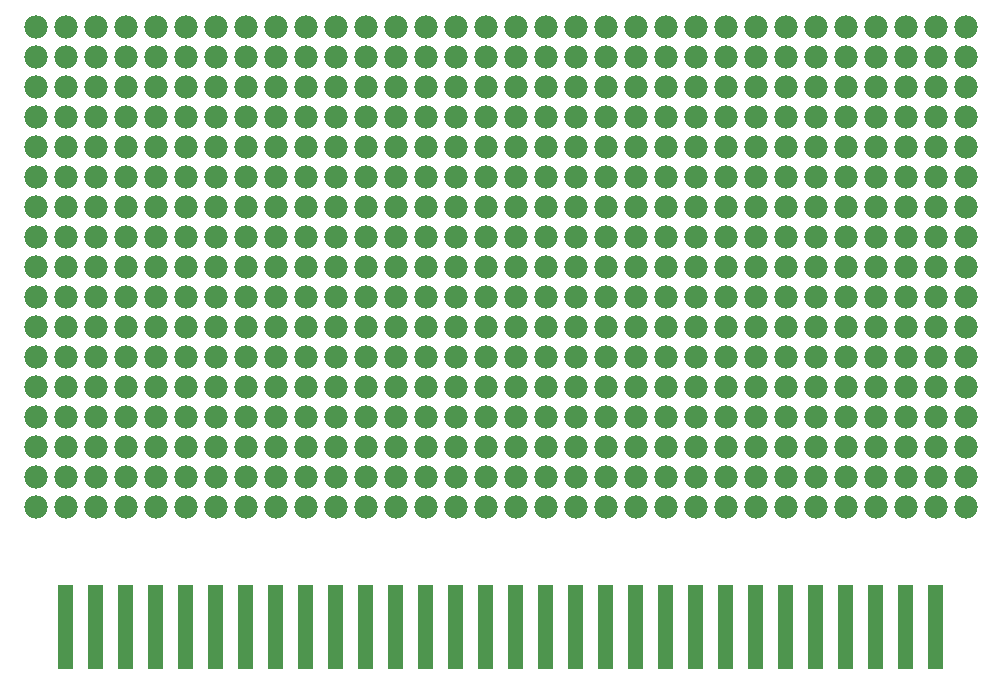
<source format=gtl>
G04 MADE WITH FRITZING*
G04 WWW.FRITZING.ORG*
G04 DOUBLE SIDED*
G04 HOLES PLATED*
G04 CONTOUR ON CENTER OF CONTOUR VECTOR*
%ASAXBY*%
%FSLAX23Y23*%
%MOIN*%
%OFA0B0*%
%SFA1.0B1.0*%
%ADD10C,0.078000*%
%ADD11R,0.001000X0.001000*%
%LNCOPPER1*%
G90*
G70*
G54D10*
X3221Y2036D03*
X3221Y1936D03*
X3221Y1836D03*
X3221Y1736D03*
X3221Y1636D03*
X3221Y1536D03*
X3221Y1436D03*
X3221Y1336D03*
X3221Y1236D03*
X3221Y1136D03*
X3221Y1036D03*
X3221Y936D03*
X3221Y836D03*
X3221Y736D03*
X3221Y636D03*
X3221Y536D03*
X3221Y2036D03*
X3221Y1936D03*
X3221Y1836D03*
X3221Y1736D03*
X3221Y1636D03*
X3221Y1536D03*
X3221Y1436D03*
X3221Y1336D03*
X3221Y1236D03*
X3221Y1136D03*
X3221Y1036D03*
X3221Y936D03*
X3221Y836D03*
X3221Y736D03*
X3221Y636D03*
X3221Y536D03*
X3321Y536D03*
X3321Y636D03*
X3321Y736D03*
X3321Y836D03*
X3321Y936D03*
X3321Y1036D03*
X3321Y1136D03*
X3321Y1236D03*
X3321Y1336D03*
X3321Y1436D03*
X3321Y1536D03*
X3321Y1636D03*
X3321Y1736D03*
X3321Y1836D03*
X3321Y1936D03*
X3321Y2036D03*
X3021Y2036D03*
X3021Y1936D03*
X3021Y1836D03*
X3021Y1736D03*
X3021Y1636D03*
X3021Y1536D03*
X3021Y1436D03*
X3021Y1336D03*
X3021Y1236D03*
X3021Y1136D03*
X3021Y1036D03*
X3021Y936D03*
X3021Y836D03*
X3021Y736D03*
X3021Y636D03*
X3021Y536D03*
X3021Y2036D03*
X3021Y1936D03*
X3021Y1836D03*
X3021Y1736D03*
X3021Y1636D03*
X3021Y1536D03*
X3021Y1436D03*
X3021Y1336D03*
X3021Y1236D03*
X3021Y1136D03*
X3021Y1036D03*
X3021Y936D03*
X3021Y836D03*
X3021Y736D03*
X3021Y636D03*
X3021Y536D03*
X3121Y536D03*
X3121Y636D03*
X3121Y736D03*
X3121Y836D03*
X3121Y936D03*
X3121Y1036D03*
X3121Y1136D03*
X3121Y1236D03*
X3121Y1336D03*
X3121Y1436D03*
X3121Y1536D03*
X3121Y1636D03*
X3121Y1736D03*
X3121Y1836D03*
X3121Y1936D03*
X3121Y2036D03*
X2221Y2036D03*
X2221Y1936D03*
X2221Y1836D03*
X2221Y1736D03*
X2221Y1636D03*
X2221Y1536D03*
X2221Y1436D03*
X2221Y1336D03*
X2221Y1236D03*
X2221Y1136D03*
X2221Y1036D03*
X2221Y936D03*
X2221Y836D03*
X2221Y736D03*
X2221Y636D03*
X2221Y536D03*
X2221Y2036D03*
X2221Y1936D03*
X2221Y1836D03*
X2221Y1736D03*
X2221Y1636D03*
X2221Y1536D03*
X2221Y1436D03*
X2221Y1336D03*
X2221Y1236D03*
X2221Y1136D03*
X2221Y1036D03*
X2221Y936D03*
X2221Y836D03*
X2221Y736D03*
X2221Y636D03*
X2221Y536D03*
X2321Y536D03*
X2321Y636D03*
X2321Y736D03*
X2321Y836D03*
X2321Y936D03*
X2321Y1036D03*
X2321Y1136D03*
X2321Y1236D03*
X2321Y1336D03*
X2321Y1436D03*
X2321Y1536D03*
X2321Y1636D03*
X2321Y1736D03*
X2321Y1836D03*
X2321Y1936D03*
X2321Y2036D03*
X2821Y2036D03*
X2821Y1936D03*
X2821Y1836D03*
X2821Y1736D03*
X2821Y1636D03*
X2821Y1536D03*
X2821Y1436D03*
X2821Y1336D03*
X2821Y1236D03*
X2821Y1136D03*
X2821Y1036D03*
X2821Y936D03*
X2821Y836D03*
X2821Y736D03*
X2821Y636D03*
X2821Y536D03*
X2821Y2036D03*
X2821Y1936D03*
X2821Y1836D03*
X2821Y1736D03*
X2821Y1636D03*
X2821Y1536D03*
X2821Y1436D03*
X2821Y1336D03*
X2821Y1236D03*
X2821Y1136D03*
X2821Y1036D03*
X2821Y936D03*
X2821Y836D03*
X2821Y736D03*
X2821Y636D03*
X2821Y536D03*
X2921Y536D03*
X2921Y636D03*
X2921Y736D03*
X2921Y836D03*
X2921Y936D03*
X2921Y1036D03*
X2921Y1136D03*
X2921Y1236D03*
X2921Y1336D03*
X2921Y1436D03*
X2921Y1536D03*
X2921Y1636D03*
X2921Y1736D03*
X2921Y1836D03*
X2921Y1936D03*
X2921Y2036D03*
X2421Y2036D03*
X2421Y1936D03*
X2421Y1836D03*
X2421Y1736D03*
X2421Y1636D03*
X2421Y1536D03*
X2421Y1436D03*
X2421Y1336D03*
X2421Y1236D03*
X2421Y1136D03*
X2421Y1036D03*
X2421Y936D03*
X2421Y836D03*
X2421Y736D03*
X2421Y636D03*
X2421Y536D03*
X2421Y2036D03*
X2421Y1936D03*
X2421Y1836D03*
X2421Y1736D03*
X2421Y1636D03*
X2421Y1536D03*
X2421Y1436D03*
X2421Y1336D03*
X2421Y1236D03*
X2421Y1136D03*
X2421Y1036D03*
X2421Y936D03*
X2421Y836D03*
X2421Y736D03*
X2421Y636D03*
X2421Y536D03*
X2521Y536D03*
X2521Y636D03*
X2521Y736D03*
X2521Y836D03*
X2521Y936D03*
X2521Y1036D03*
X2521Y1136D03*
X2521Y1236D03*
X2521Y1336D03*
X2521Y1436D03*
X2521Y1536D03*
X2521Y1636D03*
X2521Y1736D03*
X2521Y1836D03*
X2521Y1936D03*
X2521Y2036D03*
X2621Y2036D03*
X2621Y1936D03*
X2621Y1836D03*
X2621Y1736D03*
X2621Y1636D03*
X2621Y1536D03*
X2621Y1436D03*
X2621Y1336D03*
X2621Y1236D03*
X2621Y1136D03*
X2621Y1036D03*
X2621Y936D03*
X2621Y836D03*
X2621Y736D03*
X2621Y636D03*
X2621Y536D03*
X2621Y2036D03*
X2621Y1936D03*
X2621Y1836D03*
X2621Y1736D03*
X2621Y1636D03*
X2621Y1536D03*
X2621Y1436D03*
X2621Y1336D03*
X2621Y1236D03*
X2621Y1136D03*
X2621Y1036D03*
X2621Y936D03*
X2621Y836D03*
X2621Y736D03*
X2621Y636D03*
X2621Y536D03*
X2721Y536D03*
X2721Y636D03*
X2721Y736D03*
X2721Y836D03*
X2721Y936D03*
X2721Y1036D03*
X2721Y1136D03*
X2721Y1236D03*
X2721Y1336D03*
X2721Y1436D03*
X2721Y1536D03*
X2721Y1636D03*
X2721Y1736D03*
X2721Y1836D03*
X2721Y1936D03*
X2721Y2036D03*
X2021Y2036D03*
X2021Y1936D03*
X2021Y1836D03*
X2021Y1736D03*
X2021Y1636D03*
X2021Y1536D03*
X2021Y1436D03*
X2021Y1336D03*
X2021Y1236D03*
X2021Y1136D03*
X2021Y1036D03*
X2021Y936D03*
X2021Y836D03*
X2021Y736D03*
X2021Y636D03*
X2021Y536D03*
X2021Y2036D03*
X2021Y1936D03*
X2021Y1836D03*
X2021Y1736D03*
X2021Y1636D03*
X2021Y1536D03*
X2021Y1436D03*
X2021Y1336D03*
X2021Y1236D03*
X2021Y1136D03*
X2021Y1036D03*
X2021Y936D03*
X2021Y836D03*
X2021Y736D03*
X2021Y636D03*
X2021Y536D03*
X2121Y536D03*
X2121Y636D03*
X2121Y736D03*
X2121Y836D03*
X2121Y936D03*
X2121Y1036D03*
X2121Y1136D03*
X2121Y1236D03*
X2121Y1336D03*
X2121Y1436D03*
X2121Y1536D03*
X2121Y1636D03*
X2121Y1736D03*
X2121Y1836D03*
X2121Y1936D03*
X2121Y2036D03*
X1821Y2036D03*
X1821Y1936D03*
X1821Y1836D03*
X1821Y1736D03*
X1821Y1636D03*
X1821Y1536D03*
X1821Y1436D03*
X1821Y1336D03*
X1821Y1236D03*
X1821Y1136D03*
X1821Y1036D03*
X1821Y936D03*
X1821Y836D03*
X1821Y736D03*
X1821Y636D03*
X1821Y536D03*
X1821Y2036D03*
X1821Y1936D03*
X1821Y1836D03*
X1821Y1736D03*
X1821Y1636D03*
X1821Y1536D03*
X1821Y1436D03*
X1821Y1336D03*
X1821Y1236D03*
X1821Y1136D03*
X1821Y1036D03*
X1821Y936D03*
X1821Y836D03*
X1821Y736D03*
X1821Y636D03*
X1821Y536D03*
X1921Y536D03*
X1921Y636D03*
X1921Y736D03*
X1921Y836D03*
X1921Y936D03*
X1921Y1036D03*
X1921Y1136D03*
X1921Y1236D03*
X1921Y1336D03*
X1921Y1436D03*
X1921Y1536D03*
X1921Y1636D03*
X1921Y1736D03*
X1921Y1836D03*
X1921Y1936D03*
X1921Y2036D03*
X1221Y2036D03*
X1221Y1936D03*
X1221Y1836D03*
X1221Y1736D03*
X1221Y1636D03*
X1221Y1536D03*
X1221Y1436D03*
X1221Y1336D03*
X1221Y1236D03*
X1221Y1136D03*
X1221Y1036D03*
X1221Y936D03*
X1221Y836D03*
X1221Y736D03*
X1221Y636D03*
X1221Y536D03*
X1221Y2036D03*
X1221Y1936D03*
X1221Y1836D03*
X1221Y1736D03*
X1221Y1636D03*
X1221Y1536D03*
X1221Y1436D03*
X1221Y1336D03*
X1221Y1236D03*
X1221Y1136D03*
X1221Y1036D03*
X1221Y936D03*
X1221Y836D03*
X1221Y736D03*
X1221Y636D03*
X1221Y536D03*
X1321Y536D03*
X1321Y636D03*
X1321Y736D03*
X1321Y836D03*
X1321Y936D03*
X1321Y1036D03*
X1321Y1136D03*
X1321Y1236D03*
X1321Y1336D03*
X1321Y1436D03*
X1321Y1536D03*
X1321Y1636D03*
X1321Y1736D03*
X1321Y1836D03*
X1321Y1936D03*
X1321Y2036D03*
X1421Y2036D03*
X1421Y1936D03*
X1421Y1836D03*
X1421Y1736D03*
X1421Y1636D03*
X1421Y1536D03*
X1421Y1436D03*
X1421Y1336D03*
X1421Y1236D03*
X1421Y1136D03*
X1421Y1036D03*
X1421Y936D03*
X1421Y836D03*
X1421Y736D03*
X1421Y636D03*
X1421Y536D03*
X1421Y2036D03*
X1421Y1936D03*
X1421Y1836D03*
X1421Y1736D03*
X1421Y1636D03*
X1421Y1536D03*
X1421Y1436D03*
X1421Y1336D03*
X1421Y1236D03*
X1421Y1136D03*
X1421Y1036D03*
X1421Y936D03*
X1421Y836D03*
X1421Y736D03*
X1421Y636D03*
X1421Y536D03*
X1521Y536D03*
X1521Y636D03*
X1521Y736D03*
X1521Y836D03*
X1521Y936D03*
X1521Y1036D03*
X1521Y1136D03*
X1521Y1236D03*
X1521Y1336D03*
X1521Y1436D03*
X1521Y1536D03*
X1521Y1636D03*
X1521Y1736D03*
X1521Y1836D03*
X1521Y1936D03*
X1521Y2036D03*
X1621Y2036D03*
X1621Y1936D03*
X1621Y1836D03*
X1621Y1736D03*
X1621Y1636D03*
X1621Y1536D03*
X1621Y1436D03*
X1621Y1336D03*
X1621Y1236D03*
X1621Y1136D03*
X1621Y1036D03*
X1621Y936D03*
X1621Y836D03*
X1621Y736D03*
X1621Y636D03*
X1621Y536D03*
X1621Y2036D03*
X1621Y1936D03*
X1621Y1836D03*
X1621Y1736D03*
X1621Y1636D03*
X1621Y1536D03*
X1621Y1436D03*
X1621Y1336D03*
X1621Y1236D03*
X1621Y1136D03*
X1621Y1036D03*
X1621Y936D03*
X1621Y836D03*
X1621Y736D03*
X1621Y636D03*
X1621Y536D03*
X1721Y536D03*
X1721Y636D03*
X1721Y736D03*
X1721Y836D03*
X1721Y936D03*
X1721Y1036D03*
X1721Y1136D03*
X1721Y1236D03*
X1721Y1336D03*
X1721Y1436D03*
X1721Y1536D03*
X1721Y1636D03*
X1721Y1736D03*
X1721Y1836D03*
X1721Y1936D03*
X1721Y2036D03*
X1021Y2036D03*
X1021Y1936D03*
X1021Y1836D03*
X1021Y1736D03*
X1021Y1636D03*
X1021Y1536D03*
X1021Y1436D03*
X1021Y1336D03*
X1021Y1236D03*
X1021Y1136D03*
X1021Y1036D03*
X1021Y936D03*
X1021Y836D03*
X1021Y736D03*
X1021Y636D03*
X1021Y536D03*
X1021Y2036D03*
X1021Y1936D03*
X1021Y1836D03*
X1021Y1736D03*
X1021Y1636D03*
X1021Y1536D03*
X1021Y1436D03*
X1021Y1336D03*
X1021Y1236D03*
X1021Y1136D03*
X1021Y1036D03*
X1021Y936D03*
X1021Y836D03*
X1021Y736D03*
X1021Y636D03*
X1021Y536D03*
X1121Y536D03*
X1121Y636D03*
X1121Y736D03*
X1121Y836D03*
X1121Y936D03*
X1121Y1036D03*
X1121Y1136D03*
X1121Y1236D03*
X1121Y1336D03*
X1121Y1436D03*
X1121Y1536D03*
X1121Y1636D03*
X1121Y1736D03*
X1121Y1836D03*
X1121Y1936D03*
X1121Y2036D03*
X821Y2036D03*
X821Y1936D03*
X821Y1836D03*
X821Y1736D03*
X821Y1636D03*
X821Y1536D03*
X821Y1436D03*
X821Y1336D03*
X821Y1236D03*
X821Y1136D03*
X821Y1036D03*
X821Y936D03*
X821Y836D03*
X821Y736D03*
X821Y636D03*
X821Y536D03*
X821Y2036D03*
X821Y1936D03*
X821Y1836D03*
X821Y1736D03*
X821Y1636D03*
X821Y1536D03*
X821Y1436D03*
X821Y1336D03*
X821Y1236D03*
X821Y1136D03*
X821Y1036D03*
X821Y936D03*
X821Y836D03*
X821Y736D03*
X821Y636D03*
X821Y536D03*
X921Y536D03*
X921Y636D03*
X921Y736D03*
X921Y836D03*
X921Y936D03*
X921Y1036D03*
X921Y1136D03*
X921Y1236D03*
X921Y1336D03*
X921Y1436D03*
X921Y1536D03*
X921Y1636D03*
X921Y1736D03*
X921Y1836D03*
X921Y1936D03*
X921Y2036D03*
X621Y2036D03*
X621Y1936D03*
X621Y1836D03*
X621Y1736D03*
X621Y1636D03*
X621Y1536D03*
X621Y1436D03*
X621Y1336D03*
X621Y1236D03*
X621Y1136D03*
X621Y1036D03*
X621Y936D03*
X621Y836D03*
X621Y736D03*
X621Y636D03*
X621Y536D03*
X621Y2036D03*
X621Y1936D03*
X621Y1836D03*
X621Y1736D03*
X621Y1636D03*
X621Y1536D03*
X621Y1436D03*
X621Y1336D03*
X621Y1236D03*
X621Y1136D03*
X621Y1036D03*
X621Y936D03*
X621Y836D03*
X621Y736D03*
X621Y636D03*
X621Y536D03*
X721Y536D03*
X721Y636D03*
X721Y736D03*
X721Y836D03*
X721Y936D03*
X721Y1036D03*
X721Y1136D03*
X721Y1236D03*
X721Y1336D03*
X721Y1436D03*
X721Y1536D03*
X721Y1636D03*
X721Y1736D03*
X721Y1836D03*
X721Y1936D03*
X721Y2036D03*
X421Y2036D03*
X421Y1936D03*
X421Y1836D03*
X421Y1736D03*
X421Y1636D03*
X421Y1536D03*
X421Y1436D03*
X421Y1336D03*
X421Y1236D03*
X421Y1136D03*
X421Y1036D03*
X421Y936D03*
X421Y836D03*
X421Y736D03*
X421Y636D03*
X421Y536D03*
X421Y2036D03*
X421Y1936D03*
X421Y1836D03*
X421Y1736D03*
X421Y1636D03*
X421Y1536D03*
X421Y1436D03*
X421Y1336D03*
X421Y1236D03*
X421Y1136D03*
X421Y1036D03*
X421Y936D03*
X421Y836D03*
X421Y736D03*
X421Y636D03*
X421Y536D03*
X521Y536D03*
X521Y636D03*
X521Y736D03*
X521Y836D03*
X521Y936D03*
X521Y1036D03*
X521Y1136D03*
X521Y1236D03*
X521Y1336D03*
X521Y1436D03*
X521Y1536D03*
X521Y1636D03*
X521Y1736D03*
X521Y1836D03*
X521Y1936D03*
X521Y2036D03*
X221Y2036D03*
X221Y1936D03*
X221Y1836D03*
X221Y1736D03*
X221Y1636D03*
X221Y1536D03*
X221Y1436D03*
X221Y1336D03*
X221Y1236D03*
X221Y1136D03*
X221Y1036D03*
X221Y936D03*
X221Y836D03*
X221Y736D03*
X221Y636D03*
X221Y536D03*
X221Y2036D03*
X221Y1936D03*
X221Y1836D03*
X221Y1736D03*
X221Y1636D03*
X221Y1536D03*
X221Y1436D03*
X221Y1336D03*
X221Y1236D03*
X221Y1136D03*
X221Y1036D03*
X221Y936D03*
X221Y836D03*
X221Y736D03*
X221Y636D03*
X221Y536D03*
X321Y536D03*
X321Y636D03*
X321Y736D03*
X321Y836D03*
X321Y936D03*
X321Y1036D03*
X321Y1136D03*
X321Y1236D03*
X321Y1336D03*
X321Y1436D03*
X321Y1536D03*
X321Y1636D03*
X321Y1736D03*
X321Y1836D03*
X321Y1936D03*
X321Y2036D03*
X221Y2136D03*
X321Y2136D03*
X421Y2136D03*
X521Y2136D03*
X621Y2136D03*
X721Y2136D03*
X821Y2136D03*
X921Y2136D03*
X1021Y2136D03*
X1121Y2136D03*
X1221Y2136D03*
X1321Y2136D03*
X1421Y2136D03*
X1521Y2136D03*
X1621Y2136D03*
X1721Y2136D03*
X1821Y2136D03*
X1921Y2136D03*
X2021Y2136D03*
X2121Y2136D03*
X2221Y2136D03*
X2321Y2136D03*
X2421Y2136D03*
X2521Y2136D03*
X2621Y2136D03*
X2721Y2136D03*
X2821Y2136D03*
X2921Y2136D03*
X3021Y2136D03*
X3121Y2136D03*
X3221Y2136D03*
X3321Y2136D03*
G54D11*
X296Y278D02*
X346Y278D01*
X396Y278D02*
X446Y278D01*
X496Y278D02*
X546Y278D01*
X596Y278D02*
X646Y278D01*
X696Y278D02*
X746Y278D01*
X796Y278D02*
X846Y278D01*
X896Y278D02*
X946Y278D01*
X996Y278D02*
X1046Y278D01*
X1096Y278D02*
X1146Y278D01*
X1196Y278D02*
X1246Y278D01*
X1296Y278D02*
X1346Y278D01*
X1396Y278D02*
X1446Y278D01*
X1496Y278D02*
X1546Y278D01*
X1596Y278D02*
X1646Y278D01*
X1696Y278D02*
X1746Y278D01*
X1796Y278D02*
X1846Y278D01*
X1896Y278D02*
X1946Y278D01*
X1996Y278D02*
X2046Y278D01*
X2096Y278D02*
X2146Y278D01*
X2196Y278D02*
X2246Y278D01*
X2296Y278D02*
X2346Y278D01*
X2396Y278D02*
X2446Y278D01*
X2496Y278D02*
X2546Y278D01*
X2596Y278D02*
X2646Y278D01*
X2696Y278D02*
X2746Y278D01*
X2796Y278D02*
X2846Y278D01*
X2896Y278D02*
X2946Y278D01*
X2996Y278D02*
X3046Y278D01*
X3096Y278D02*
X3146Y278D01*
X3196Y278D02*
X3246Y278D01*
X296Y277D02*
X346Y277D01*
X396Y277D02*
X446Y277D01*
X496Y277D02*
X546Y277D01*
X596Y277D02*
X646Y277D01*
X696Y277D02*
X746Y277D01*
X796Y277D02*
X846Y277D01*
X896Y277D02*
X946Y277D01*
X996Y277D02*
X1046Y277D01*
X1096Y277D02*
X1146Y277D01*
X1196Y277D02*
X1246Y277D01*
X1296Y277D02*
X1346Y277D01*
X1396Y277D02*
X1446Y277D01*
X1496Y277D02*
X1546Y277D01*
X1596Y277D02*
X1646Y277D01*
X1696Y277D02*
X1746Y277D01*
X1796Y277D02*
X1846Y277D01*
X1896Y277D02*
X1946Y277D01*
X1996Y277D02*
X2046Y277D01*
X2096Y277D02*
X2146Y277D01*
X2196Y277D02*
X2246Y277D01*
X2296Y277D02*
X2346Y277D01*
X2396Y277D02*
X2446Y277D01*
X2496Y277D02*
X2546Y277D01*
X2596Y277D02*
X2646Y277D01*
X2696Y277D02*
X2746Y277D01*
X2796Y277D02*
X2846Y277D01*
X2896Y277D02*
X2946Y277D01*
X2996Y277D02*
X3046Y277D01*
X3096Y277D02*
X3146Y277D01*
X3196Y277D02*
X3246Y277D01*
X296Y276D02*
X346Y276D01*
X396Y276D02*
X446Y276D01*
X496Y276D02*
X546Y276D01*
X596Y276D02*
X646Y276D01*
X696Y276D02*
X746Y276D01*
X796Y276D02*
X846Y276D01*
X896Y276D02*
X946Y276D01*
X996Y276D02*
X1046Y276D01*
X1096Y276D02*
X1146Y276D01*
X1196Y276D02*
X1246Y276D01*
X1296Y276D02*
X1346Y276D01*
X1396Y276D02*
X1446Y276D01*
X1496Y276D02*
X1546Y276D01*
X1596Y276D02*
X1646Y276D01*
X1696Y276D02*
X1746Y276D01*
X1796Y276D02*
X1846Y276D01*
X1896Y276D02*
X1946Y276D01*
X1996Y276D02*
X2046Y276D01*
X2096Y276D02*
X2146Y276D01*
X2196Y276D02*
X2246Y276D01*
X2296Y276D02*
X2346Y276D01*
X2396Y276D02*
X2446Y276D01*
X2496Y276D02*
X2546Y276D01*
X2596Y276D02*
X2646Y276D01*
X2696Y276D02*
X2746Y276D01*
X2796Y276D02*
X2846Y276D01*
X2896Y276D02*
X2946Y276D01*
X2996Y276D02*
X3046Y276D01*
X3096Y276D02*
X3146Y276D01*
X3196Y276D02*
X3246Y276D01*
X296Y275D02*
X346Y275D01*
X396Y275D02*
X446Y275D01*
X496Y275D02*
X546Y275D01*
X596Y275D02*
X646Y275D01*
X696Y275D02*
X746Y275D01*
X796Y275D02*
X846Y275D01*
X896Y275D02*
X946Y275D01*
X996Y275D02*
X1046Y275D01*
X1096Y275D02*
X1146Y275D01*
X1196Y275D02*
X1246Y275D01*
X1296Y275D02*
X1346Y275D01*
X1396Y275D02*
X1446Y275D01*
X1496Y275D02*
X1546Y275D01*
X1596Y275D02*
X1646Y275D01*
X1696Y275D02*
X1746Y275D01*
X1796Y275D02*
X1846Y275D01*
X1896Y275D02*
X1946Y275D01*
X1996Y275D02*
X2046Y275D01*
X2096Y275D02*
X2146Y275D01*
X2196Y275D02*
X2246Y275D01*
X2296Y275D02*
X2346Y275D01*
X2396Y275D02*
X2446Y275D01*
X2496Y275D02*
X2546Y275D01*
X2596Y275D02*
X2646Y275D01*
X2696Y275D02*
X2746Y275D01*
X2796Y275D02*
X2846Y275D01*
X2896Y275D02*
X2946Y275D01*
X2996Y275D02*
X3046Y275D01*
X3096Y275D02*
X3146Y275D01*
X3196Y275D02*
X3246Y275D01*
X296Y274D02*
X346Y274D01*
X396Y274D02*
X446Y274D01*
X496Y274D02*
X546Y274D01*
X596Y274D02*
X646Y274D01*
X696Y274D02*
X746Y274D01*
X796Y274D02*
X846Y274D01*
X896Y274D02*
X946Y274D01*
X996Y274D02*
X1046Y274D01*
X1096Y274D02*
X1146Y274D01*
X1196Y274D02*
X1246Y274D01*
X1296Y274D02*
X1346Y274D01*
X1396Y274D02*
X1446Y274D01*
X1496Y274D02*
X1546Y274D01*
X1596Y274D02*
X1646Y274D01*
X1696Y274D02*
X1746Y274D01*
X1796Y274D02*
X1846Y274D01*
X1896Y274D02*
X1946Y274D01*
X1996Y274D02*
X2046Y274D01*
X2096Y274D02*
X2146Y274D01*
X2196Y274D02*
X2246Y274D01*
X2296Y274D02*
X2346Y274D01*
X2396Y274D02*
X2446Y274D01*
X2496Y274D02*
X2546Y274D01*
X2596Y274D02*
X2646Y274D01*
X2696Y274D02*
X2746Y274D01*
X2796Y274D02*
X2846Y274D01*
X2896Y274D02*
X2946Y274D01*
X2996Y274D02*
X3046Y274D01*
X3096Y274D02*
X3146Y274D01*
X3196Y274D02*
X3246Y274D01*
X296Y273D02*
X346Y273D01*
X396Y273D02*
X446Y273D01*
X496Y273D02*
X546Y273D01*
X596Y273D02*
X646Y273D01*
X696Y273D02*
X746Y273D01*
X796Y273D02*
X846Y273D01*
X896Y273D02*
X946Y273D01*
X996Y273D02*
X1046Y273D01*
X1096Y273D02*
X1146Y273D01*
X1196Y273D02*
X1246Y273D01*
X1296Y273D02*
X1346Y273D01*
X1396Y273D02*
X1446Y273D01*
X1496Y273D02*
X1546Y273D01*
X1596Y273D02*
X1646Y273D01*
X1696Y273D02*
X1746Y273D01*
X1796Y273D02*
X1846Y273D01*
X1896Y273D02*
X1946Y273D01*
X1996Y273D02*
X2046Y273D01*
X2096Y273D02*
X2146Y273D01*
X2196Y273D02*
X2246Y273D01*
X2296Y273D02*
X2346Y273D01*
X2396Y273D02*
X2446Y273D01*
X2496Y273D02*
X2546Y273D01*
X2596Y273D02*
X2646Y273D01*
X2696Y273D02*
X2746Y273D01*
X2796Y273D02*
X2846Y273D01*
X2896Y273D02*
X2946Y273D01*
X2996Y273D02*
X3046Y273D01*
X3096Y273D02*
X3146Y273D01*
X3196Y273D02*
X3246Y273D01*
X296Y272D02*
X346Y272D01*
X396Y272D02*
X446Y272D01*
X496Y272D02*
X546Y272D01*
X596Y272D02*
X646Y272D01*
X696Y272D02*
X746Y272D01*
X796Y272D02*
X846Y272D01*
X896Y272D02*
X946Y272D01*
X996Y272D02*
X1046Y272D01*
X1096Y272D02*
X1146Y272D01*
X1196Y272D02*
X1246Y272D01*
X1296Y272D02*
X1346Y272D01*
X1396Y272D02*
X1446Y272D01*
X1496Y272D02*
X1546Y272D01*
X1596Y272D02*
X1646Y272D01*
X1696Y272D02*
X1746Y272D01*
X1796Y272D02*
X1846Y272D01*
X1896Y272D02*
X1946Y272D01*
X1996Y272D02*
X2046Y272D01*
X2096Y272D02*
X2146Y272D01*
X2196Y272D02*
X2246Y272D01*
X2296Y272D02*
X2346Y272D01*
X2396Y272D02*
X2446Y272D01*
X2496Y272D02*
X2546Y272D01*
X2596Y272D02*
X2646Y272D01*
X2696Y272D02*
X2746Y272D01*
X2796Y272D02*
X2846Y272D01*
X2896Y272D02*
X2946Y272D01*
X2996Y272D02*
X3046Y272D01*
X3096Y272D02*
X3146Y272D01*
X3196Y272D02*
X3246Y272D01*
X296Y271D02*
X346Y271D01*
X396Y271D02*
X446Y271D01*
X496Y271D02*
X546Y271D01*
X596Y271D02*
X646Y271D01*
X696Y271D02*
X746Y271D01*
X796Y271D02*
X846Y271D01*
X896Y271D02*
X946Y271D01*
X996Y271D02*
X1046Y271D01*
X1096Y271D02*
X1146Y271D01*
X1196Y271D02*
X1246Y271D01*
X1296Y271D02*
X1346Y271D01*
X1396Y271D02*
X1446Y271D01*
X1496Y271D02*
X1546Y271D01*
X1596Y271D02*
X1646Y271D01*
X1696Y271D02*
X1746Y271D01*
X1796Y271D02*
X1846Y271D01*
X1896Y271D02*
X1946Y271D01*
X1996Y271D02*
X2046Y271D01*
X2096Y271D02*
X2146Y271D01*
X2196Y271D02*
X2246Y271D01*
X2296Y271D02*
X2346Y271D01*
X2396Y271D02*
X2446Y271D01*
X2496Y271D02*
X2546Y271D01*
X2596Y271D02*
X2646Y271D01*
X2696Y271D02*
X2746Y271D01*
X2796Y271D02*
X2846Y271D01*
X2896Y271D02*
X2946Y271D01*
X2996Y271D02*
X3046Y271D01*
X3096Y271D02*
X3146Y271D01*
X3196Y271D02*
X3246Y271D01*
X296Y270D02*
X346Y270D01*
X396Y270D02*
X446Y270D01*
X496Y270D02*
X546Y270D01*
X596Y270D02*
X646Y270D01*
X696Y270D02*
X746Y270D01*
X796Y270D02*
X846Y270D01*
X896Y270D02*
X946Y270D01*
X996Y270D02*
X1046Y270D01*
X1096Y270D02*
X1146Y270D01*
X1196Y270D02*
X1246Y270D01*
X1296Y270D02*
X1346Y270D01*
X1396Y270D02*
X1446Y270D01*
X1496Y270D02*
X1546Y270D01*
X1596Y270D02*
X1646Y270D01*
X1696Y270D02*
X1746Y270D01*
X1796Y270D02*
X1846Y270D01*
X1896Y270D02*
X1946Y270D01*
X1996Y270D02*
X2046Y270D01*
X2096Y270D02*
X2146Y270D01*
X2196Y270D02*
X2246Y270D01*
X2296Y270D02*
X2346Y270D01*
X2396Y270D02*
X2446Y270D01*
X2496Y270D02*
X2546Y270D01*
X2596Y270D02*
X2646Y270D01*
X2696Y270D02*
X2746Y270D01*
X2796Y270D02*
X2846Y270D01*
X2896Y270D02*
X2946Y270D01*
X2996Y270D02*
X3046Y270D01*
X3096Y270D02*
X3146Y270D01*
X3196Y270D02*
X3246Y270D01*
X296Y269D02*
X346Y269D01*
X396Y269D02*
X446Y269D01*
X496Y269D02*
X546Y269D01*
X596Y269D02*
X646Y269D01*
X696Y269D02*
X746Y269D01*
X796Y269D02*
X846Y269D01*
X896Y269D02*
X946Y269D01*
X996Y269D02*
X1046Y269D01*
X1096Y269D02*
X1146Y269D01*
X1196Y269D02*
X1246Y269D01*
X1296Y269D02*
X1346Y269D01*
X1396Y269D02*
X1446Y269D01*
X1496Y269D02*
X1546Y269D01*
X1596Y269D02*
X1646Y269D01*
X1696Y269D02*
X1746Y269D01*
X1796Y269D02*
X1846Y269D01*
X1896Y269D02*
X1946Y269D01*
X1996Y269D02*
X2046Y269D01*
X2096Y269D02*
X2146Y269D01*
X2196Y269D02*
X2246Y269D01*
X2296Y269D02*
X2346Y269D01*
X2396Y269D02*
X2446Y269D01*
X2496Y269D02*
X2546Y269D01*
X2596Y269D02*
X2646Y269D01*
X2696Y269D02*
X2746Y269D01*
X2796Y269D02*
X2846Y269D01*
X2896Y269D02*
X2946Y269D01*
X2996Y269D02*
X3046Y269D01*
X3096Y269D02*
X3146Y269D01*
X3196Y269D02*
X3246Y269D01*
X296Y268D02*
X346Y268D01*
X396Y268D02*
X446Y268D01*
X496Y268D02*
X546Y268D01*
X596Y268D02*
X646Y268D01*
X696Y268D02*
X746Y268D01*
X796Y268D02*
X846Y268D01*
X896Y268D02*
X946Y268D01*
X996Y268D02*
X1046Y268D01*
X1096Y268D02*
X1146Y268D01*
X1196Y268D02*
X1246Y268D01*
X1296Y268D02*
X1346Y268D01*
X1396Y268D02*
X1446Y268D01*
X1496Y268D02*
X1546Y268D01*
X1596Y268D02*
X1646Y268D01*
X1696Y268D02*
X1746Y268D01*
X1796Y268D02*
X1846Y268D01*
X1896Y268D02*
X1946Y268D01*
X1996Y268D02*
X2046Y268D01*
X2096Y268D02*
X2146Y268D01*
X2196Y268D02*
X2246Y268D01*
X2296Y268D02*
X2346Y268D01*
X2396Y268D02*
X2446Y268D01*
X2496Y268D02*
X2546Y268D01*
X2596Y268D02*
X2646Y268D01*
X2696Y268D02*
X2746Y268D01*
X2796Y268D02*
X2846Y268D01*
X2896Y268D02*
X2946Y268D01*
X2996Y268D02*
X3046Y268D01*
X3096Y268D02*
X3146Y268D01*
X3196Y268D02*
X3246Y268D01*
X296Y267D02*
X346Y267D01*
X396Y267D02*
X446Y267D01*
X496Y267D02*
X546Y267D01*
X596Y267D02*
X646Y267D01*
X696Y267D02*
X746Y267D01*
X796Y267D02*
X846Y267D01*
X896Y267D02*
X946Y267D01*
X996Y267D02*
X1046Y267D01*
X1096Y267D02*
X1146Y267D01*
X1196Y267D02*
X1246Y267D01*
X1296Y267D02*
X1346Y267D01*
X1396Y267D02*
X1446Y267D01*
X1496Y267D02*
X1546Y267D01*
X1596Y267D02*
X1646Y267D01*
X1696Y267D02*
X1746Y267D01*
X1796Y267D02*
X1846Y267D01*
X1896Y267D02*
X1946Y267D01*
X1996Y267D02*
X2046Y267D01*
X2096Y267D02*
X2146Y267D01*
X2196Y267D02*
X2246Y267D01*
X2296Y267D02*
X2346Y267D01*
X2396Y267D02*
X2446Y267D01*
X2496Y267D02*
X2546Y267D01*
X2596Y267D02*
X2646Y267D01*
X2696Y267D02*
X2746Y267D01*
X2796Y267D02*
X2846Y267D01*
X2896Y267D02*
X2946Y267D01*
X2996Y267D02*
X3046Y267D01*
X3096Y267D02*
X3146Y267D01*
X3196Y267D02*
X3246Y267D01*
X296Y266D02*
X346Y266D01*
X396Y266D02*
X446Y266D01*
X496Y266D02*
X546Y266D01*
X596Y266D02*
X646Y266D01*
X696Y266D02*
X746Y266D01*
X796Y266D02*
X846Y266D01*
X896Y266D02*
X946Y266D01*
X996Y266D02*
X1046Y266D01*
X1096Y266D02*
X1146Y266D01*
X1196Y266D02*
X1246Y266D01*
X1296Y266D02*
X1346Y266D01*
X1396Y266D02*
X1446Y266D01*
X1496Y266D02*
X1546Y266D01*
X1596Y266D02*
X1646Y266D01*
X1696Y266D02*
X1746Y266D01*
X1796Y266D02*
X1846Y266D01*
X1896Y266D02*
X1946Y266D01*
X1996Y266D02*
X2046Y266D01*
X2096Y266D02*
X2146Y266D01*
X2196Y266D02*
X2246Y266D01*
X2296Y266D02*
X2346Y266D01*
X2396Y266D02*
X2446Y266D01*
X2496Y266D02*
X2546Y266D01*
X2596Y266D02*
X2646Y266D01*
X2696Y266D02*
X2746Y266D01*
X2796Y266D02*
X2846Y266D01*
X2896Y266D02*
X2946Y266D01*
X2996Y266D02*
X3046Y266D01*
X3096Y266D02*
X3146Y266D01*
X3196Y266D02*
X3246Y266D01*
X296Y265D02*
X346Y265D01*
X396Y265D02*
X446Y265D01*
X496Y265D02*
X546Y265D01*
X596Y265D02*
X646Y265D01*
X696Y265D02*
X746Y265D01*
X796Y265D02*
X846Y265D01*
X896Y265D02*
X946Y265D01*
X996Y265D02*
X1046Y265D01*
X1096Y265D02*
X1146Y265D01*
X1196Y265D02*
X1246Y265D01*
X1296Y265D02*
X1346Y265D01*
X1396Y265D02*
X1446Y265D01*
X1496Y265D02*
X1546Y265D01*
X1596Y265D02*
X1646Y265D01*
X1696Y265D02*
X1746Y265D01*
X1796Y265D02*
X1846Y265D01*
X1896Y265D02*
X1946Y265D01*
X1996Y265D02*
X2046Y265D01*
X2096Y265D02*
X2146Y265D01*
X2196Y265D02*
X2246Y265D01*
X2296Y265D02*
X2346Y265D01*
X2396Y265D02*
X2446Y265D01*
X2496Y265D02*
X2546Y265D01*
X2596Y265D02*
X2646Y265D01*
X2696Y265D02*
X2746Y265D01*
X2796Y265D02*
X2846Y265D01*
X2896Y265D02*
X2946Y265D01*
X2996Y265D02*
X3046Y265D01*
X3096Y265D02*
X3146Y265D01*
X3196Y265D02*
X3246Y265D01*
X296Y264D02*
X346Y264D01*
X396Y264D02*
X446Y264D01*
X496Y264D02*
X546Y264D01*
X596Y264D02*
X646Y264D01*
X696Y264D02*
X746Y264D01*
X796Y264D02*
X846Y264D01*
X896Y264D02*
X946Y264D01*
X996Y264D02*
X1046Y264D01*
X1096Y264D02*
X1146Y264D01*
X1196Y264D02*
X1246Y264D01*
X1296Y264D02*
X1346Y264D01*
X1396Y264D02*
X1446Y264D01*
X1496Y264D02*
X1546Y264D01*
X1596Y264D02*
X1646Y264D01*
X1696Y264D02*
X1746Y264D01*
X1796Y264D02*
X1846Y264D01*
X1896Y264D02*
X1946Y264D01*
X1996Y264D02*
X2046Y264D01*
X2096Y264D02*
X2146Y264D01*
X2196Y264D02*
X2246Y264D01*
X2296Y264D02*
X2346Y264D01*
X2396Y264D02*
X2446Y264D01*
X2496Y264D02*
X2546Y264D01*
X2596Y264D02*
X2646Y264D01*
X2696Y264D02*
X2746Y264D01*
X2796Y264D02*
X2846Y264D01*
X2896Y264D02*
X2946Y264D01*
X2996Y264D02*
X3046Y264D01*
X3096Y264D02*
X3146Y264D01*
X3196Y264D02*
X3246Y264D01*
X296Y263D02*
X346Y263D01*
X396Y263D02*
X446Y263D01*
X496Y263D02*
X546Y263D01*
X596Y263D02*
X646Y263D01*
X696Y263D02*
X746Y263D01*
X796Y263D02*
X846Y263D01*
X896Y263D02*
X946Y263D01*
X996Y263D02*
X1046Y263D01*
X1096Y263D02*
X1146Y263D01*
X1196Y263D02*
X1246Y263D01*
X1296Y263D02*
X1346Y263D01*
X1396Y263D02*
X1446Y263D01*
X1496Y263D02*
X1546Y263D01*
X1596Y263D02*
X1646Y263D01*
X1696Y263D02*
X1746Y263D01*
X1796Y263D02*
X1846Y263D01*
X1896Y263D02*
X1946Y263D01*
X1996Y263D02*
X2046Y263D01*
X2096Y263D02*
X2146Y263D01*
X2196Y263D02*
X2246Y263D01*
X2296Y263D02*
X2346Y263D01*
X2396Y263D02*
X2446Y263D01*
X2496Y263D02*
X2546Y263D01*
X2596Y263D02*
X2646Y263D01*
X2696Y263D02*
X2746Y263D01*
X2796Y263D02*
X2846Y263D01*
X2896Y263D02*
X2946Y263D01*
X2996Y263D02*
X3046Y263D01*
X3096Y263D02*
X3146Y263D01*
X3196Y263D02*
X3246Y263D01*
X296Y262D02*
X346Y262D01*
X396Y262D02*
X446Y262D01*
X496Y262D02*
X546Y262D01*
X596Y262D02*
X646Y262D01*
X696Y262D02*
X746Y262D01*
X796Y262D02*
X846Y262D01*
X896Y262D02*
X946Y262D01*
X996Y262D02*
X1046Y262D01*
X1096Y262D02*
X1146Y262D01*
X1196Y262D02*
X1246Y262D01*
X1296Y262D02*
X1346Y262D01*
X1396Y262D02*
X1446Y262D01*
X1496Y262D02*
X1546Y262D01*
X1596Y262D02*
X1646Y262D01*
X1696Y262D02*
X1746Y262D01*
X1796Y262D02*
X1846Y262D01*
X1896Y262D02*
X1946Y262D01*
X1996Y262D02*
X2046Y262D01*
X2096Y262D02*
X2146Y262D01*
X2196Y262D02*
X2246Y262D01*
X2296Y262D02*
X2346Y262D01*
X2396Y262D02*
X2446Y262D01*
X2496Y262D02*
X2546Y262D01*
X2596Y262D02*
X2646Y262D01*
X2696Y262D02*
X2746Y262D01*
X2796Y262D02*
X2846Y262D01*
X2896Y262D02*
X2946Y262D01*
X2996Y262D02*
X3046Y262D01*
X3096Y262D02*
X3146Y262D01*
X3196Y262D02*
X3246Y262D01*
X296Y261D02*
X346Y261D01*
X396Y261D02*
X446Y261D01*
X496Y261D02*
X546Y261D01*
X596Y261D02*
X646Y261D01*
X696Y261D02*
X746Y261D01*
X796Y261D02*
X846Y261D01*
X896Y261D02*
X946Y261D01*
X996Y261D02*
X1046Y261D01*
X1096Y261D02*
X1146Y261D01*
X1196Y261D02*
X1246Y261D01*
X1296Y261D02*
X1346Y261D01*
X1396Y261D02*
X1446Y261D01*
X1496Y261D02*
X1546Y261D01*
X1596Y261D02*
X1646Y261D01*
X1696Y261D02*
X1746Y261D01*
X1796Y261D02*
X1846Y261D01*
X1896Y261D02*
X1946Y261D01*
X1996Y261D02*
X2046Y261D01*
X2096Y261D02*
X2146Y261D01*
X2196Y261D02*
X2246Y261D01*
X2296Y261D02*
X2346Y261D01*
X2396Y261D02*
X2446Y261D01*
X2496Y261D02*
X2546Y261D01*
X2596Y261D02*
X2646Y261D01*
X2696Y261D02*
X2746Y261D01*
X2796Y261D02*
X2846Y261D01*
X2896Y261D02*
X2946Y261D01*
X2996Y261D02*
X3046Y261D01*
X3096Y261D02*
X3146Y261D01*
X3196Y261D02*
X3246Y261D01*
X296Y260D02*
X346Y260D01*
X396Y260D02*
X446Y260D01*
X496Y260D02*
X546Y260D01*
X596Y260D02*
X646Y260D01*
X696Y260D02*
X746Y260D01*
X796Y260D02*
X846Y260D01*
X896Y260D02*
X946Y260D01*
X996Y260D02*
X1046Y260D01*
X1096Y260D02*
X1146Y260D01*
X1196Y260D02*
X1246Y260D01*
X1296Y260D02*
X1346Y260D01*
X1396Y260D02*
X1446Y260D01*
X1496Y260D02*
X1546Y260D01*
X1596Y260D02*
X1646Y260D01*
X1696Y260D02*
X1746Y260D01*
X1796Y260D02*
X1846Y260D01*
X1896Y260D02*
X1946Y260D01*
X1996Y260D02*
X2046Y260D01*
X2096Y260D02*
X2146Y260D01*
X2196Y260D02*
X2246Y260D01*
X2296Y260D02*
X2346Y260D01*
X2396Y260D02*
X2446Y260D01*
X2496Y260D02*
X2546Y260D01*
X2596Y260D02*
X2646Y260D01*
X2696Y260D02*
X2746Y260D01*
X2796Y260D02*
X2846Y260D01*
X2896Y260D02*
X2946Y260D01*
X2996Y260D02*
X3046Y260D01*
X3096Y260D02*
X3146Y260D01*
X3196Y260D02*
X3246Y260D01*
X296Y259D02*
X346Y259D01*
X396Y259D02*
X446Y259D01*
X496Y259D02*
X546Y259D01*
X596Y259D02*
X646Y259D01*
X696Y259D02*
X746Y259D01*
X796Y259D02*
X846Y259D01*
X896Y259D02*
X946Y259D01*
X996Y259D02*
X1046Y259D01*
X1096Y259D02*
X1146Y259D01*
X1196Y259D02*
X1246Y259D01*
X1296Y259D02*
X1346Y259D01*
X1396Y259D02*
X1446Y259D01*
X1496Y259D02*
X1546Y259D01*
X1596Y259D02*
X1646Y259D01*
X1696Y259D02*
X1746Y259D01*
X1796Y259D02*
X1846Y259D01*
X1896Y259D02*
X1946Y259D01*
X1996Y259D02*
X2046Y259D01*
X2096Y259D02*
X2146Y259D01*
X2196Y259D02*
X2246Y259D01*
X2296Y259D02*
X2346Y259D01*
X2396Y259D02*
X2446Y259D01*
X2496Y259D02*
X2546Y259D01*
X2596Y259D02*
X2646Y259D01*
X2696Y259D02*
X2746Y259D01*
X2796Y259D02*
X2846Y259D01*
X2896Y259D02*
X2946Y259D01*
X2996Y259D02*
X3046Y259D01*
X3096Y259D02*
X3146Y259D01*
X3196Y259D02*
X3246Y259D01*
X296Y258D02*
X346Y258D01*
X396Y258D02*
X446Y258D01*
X496Y258D02*
X546Y258D01*
X596Y258D02*
X646Y258D01*
X696Y258D02*
X746Y258D01*
X796Y258D02*
X846Y258D01*
X896Y258D02*
X946Y258D01*
X996Y258D02*
X1046Y258D01*
X1096Y258D02*
X1146Y258D01*
X1196Y258D02*
X1246Y258D01*
X1296Y258D02*
X1346Y258D01*
X1396Y258D02*
X1446Y258D01*
X1496Y258D02*
X1546Y258D01*
X1596Y258D02*
X1646Y258D01*
X1696Y258D02*
X1746Y258D01*
X1796Y258D02*
X1846Y258D01*
X1896Y258D02*
X1946Y258D01*
X1996Y258D02*
X2046Y258D01*
X2096Y258D02*
X2146Y258D01*
X2196Y258D02*
X2246Y258D01*
X2296Y258D02*
X2346Y258D01*
X2396Y258D02*
X2446Y258D01*
X2496Y258D02*
X2546Y258D01*
X2596Y258D02*
X2646Y258D01*
X2696Y258D02*
X2746Y258D01*
X2796Y258D02*
X2846Y258D01*
X2896Y258D02*
X2946Y258D01*
X2996Y258D02*
X3046Y258D01*
X3096Y258D02*
X3146Y258D01*
X3196Y258D02*
X3246Y258D01*
X296Y257D02*
X346Y257D01*
X396Y257D02*
X446Y257D01*
X496Y257D02*
X546Y257D01*
X596Y257D02*
X646Y257D01*
X696Y257D02*
X746Y257D01*
X796Y257D02*
X846Y257D01*
X896Y257D02*
X946Y257D01*
X996Y257D02*
X1046Y257D01*
X1096Y257D02*
X1146Y257D01*
X1196Y257D02*
X1246Y257D01*
X1296Y257D02*
X1346Y257D01*
X1396Y257D02*
X1446Y257D01*
X1496Y257D02*
X1546Y257D01*
X1596Y257D02*
X1646Y257D01*
X1696Y257D02*
X1746Y257D01*
X1796Y257D02*
X1846Y257D01*
X1896Y257D02*
X1946Y257D01*
X1996Y257D02*
X2046Y257D01*
X2096Y257D02*
X2146Y257D01*
X2196Y257D02*
X2246Y257D01*
X2296Y257D02*
X2346Y257D01*
X2396Y257D02*
X2446Y257D01*
X2496Y257D02*
X2546Y257D01*
X2596Y257D02*
X2646Y257D01*
X2696Y257D02*
X2746Y257D01*
X2796Y257D02*
X2846Y257D01*
X2896Y257D02*
X2946Y257D01*
X2996Y257D02*
X3046Y257D01*
X3096Y257D02*
X3146Y257D01*
X3196Y257D02*
X3246Y257D01*
X296Y256D02*
X346Y256D01*
X396Y256D02*
X446Y256D01*
X496Y256D02*
X546Y256D01*
X596Y256D02*
X646Y256D01*
X696Y256D02*
X746Y256D01*
X796Y256D02*
X846Y256D01*
X896Y256D02*
X946Y256D01*
X996Y256D02*
X1046Y256D01*
X1096Y256D02*
X1146Y256D01*
X1196Y256D02*
X1246Y256D01*
X1296Y256D02*
X1346Y256D01*
X1396Y256D02*
X1446Y256D01*
X1496Y256D02*
X1546Y256D01*
X1596Y256D02*
X1646Y256D01*
X1696Y256D02*
X1746Y256D01*
X1796Y256D02*
X1846Y256D01*
X1896Y256D02*
X1946Y256D01*
X1996Y256D02*
X2046Y256D01*
X2096Y256D02*
X2146Y256D01*
X2196Y256D02*
X2246Y256D01*
X2296Y256D02*
X2346Y256D01*
X2396Y256D02*
X2446Y256D01*
X2496Y256D02*
X2546Y256D01*
X2596Y256D02*
X2646Y256D01*
X2696Y256D02*
X2746Y256D01*
X2796Y256D02*
X2846Y256D01*
X2896Y256D02*
X2946Y256D01*
X2996Y256D02*
X3046Y256D01*
X3096Y256D02*
X3146Y256D01*
X3196Y256D02*
X3246Y256D01*
X296Y255D02*
X346Y255D01*
X396Y255D02*
X446Y255D01*
X496Y255D02*
X546Y255D01*
X596Y255D02*
X646Y255D01*
X696Y255D02*
X746Y255D01*
X796Y255D02*
X846Y255D01*
X896Y255D02*
X946Y255D01*
X996Y255D02*
X1046Y255D01*
X1096Y255D02*
X1146Y255D01*
X1196Y255D02*
X1246Y255D01*
X1296Y255D02*
X1346Y255D01*
X1396Y255D02*
X1446Y255D01*
X1496Y255D02*
X1546Y255D01*
X1596Y255D02*
X1646Y255D01*
X1696Y255D02*
X1746Y255D01*
X1796Y255D02*
X1846Y255D01*
X1896Y255D02*
X1946Y255D01*
X1996Y255D02*
X2046Y255D01*
X2096Y255D02*
X2146Y255D01*
X2196Y255D02*
X2246Y255D01*
X2296Y255D02*
X2346Y255D01*
X2396Y255D02*
X2446Y255D01*
X2496Y255D02*
X2546Y255D01*
X2596Y255D02*
X2646Y255D01*
X2696Y255D02*
X2746Y255D01*
X2796Y255D02*
X2846Y255D01*
X2896Y255D02*
X2946Y255D01*
X2996Y255D02*
X3046Y255D01*
X3096Y255D02*
X3146Y255D01*
X3196Y255D02*
X3246Y255D01*
X296Y254D02*
X346Y254D01*
X396Y254D02*
X446Y254D01*
X496Y254D02*
X546Y254D01*
X596Y254D02*
X646Y254D01*
X696Y254D02*
X746Y254D01*
X796Y254D02*
X846Y254D01*
X896Y254D02*
X946Y254D01*
X996Y254D02*
X1046Y254D01*
X1096Y254D02*
X1146Y254D01*
X1196Y254D02*
X1246Y254D01*
X1296Y254D02*
X1346Y254D01*
X1396Y254D02*
X1446Y254D01*
X1496Y254D02*
X1546Y254D01*
X1596Y254D02*
X1646Y254D01*
X1696Y254D02*
X1746Y254D01*
X1796Y254D02*
X1846Y254D01*
X1896Y254D02*
X1946Y254D01*
X1996Y254D02*
X2046Y254D01*
X2096Y254D02*
X2146Y254D01*
X2196Y254D02*
X2246Y254D01*
X2296Y254D02*
X2346Y254D01*
X2396Y254D02*
X2446Y254D01*
X2496Y254D02*
X2546Y254D01*
X2596Y254D02*
X2646Y254D01*
X2696Y254D02*
X2746Y254D01*
X2796Y254D02*
X2846Y254D01*
X2896Y254D02*
X2946Y254D01*
X2996Y254D02*
X3046Y254D01*
X3096Y254D02*
X3146Y254D01*
X3196Y254D02*
X3246Y254D01*
X296Y253D02*
X346Y253D01*
X396Y253D02*
X446Y253D01*
X496Y253D02*
X546Y253D01*
X596Y253D02*
X646Y253D01*
X696Y253D02*
X746Y253D01*
X796Y253D02*
X846Y253D01*
X896Y253D02*
X946Y253D01*
X996Y253D02*
X1046Y253D01*
X1096Y253D02*
X1146Y253D01*
X1196Y253D02*
X1246Y253D01*
X1296Y253D02*
X1346Y253D01*
X1396Y253D02*
X1446Y253D01*
X1496Y253D02*
X1546Y253D01*
X1596Y253D02*
X1646Y253D01*
X1696Y253D02*
X1746Y253D01*
X1796Y253D02*
X1846Y253D01*
X1896Y253D02*
X1946Y253D01*
X1996Y253D02*
X2046Y253D01*
X2096Y253D02*
X2146Y253D01*
X2196Y253D02*
X2246Y253D01*
X2296Y253D02*
X2346Y253D01*
X2396Y253D02*
X2446Y253D01*
X2496Y253D02*
X2546Y253D01*
X2596Y253D02*
X2646Y253D01*
X2696Y253D02*
X2746Y253D01*
X2796Y253D02*
X2846Y253D01*
X2896Y253D02*
X2946Y253D01*
X2996Y253D02*
X3046Y253D01*
X3096Y253D02*
X3146Y253D01*
X3196Y253D02*
X3246Y253D01*
X296Y252D02*
X346Y252D01*
X396Y252D02*
X446Y252D01*
X496Y252D02*
X546Y252D01*
X596Y252D02*
X646Y252D01*
X696Y252D02*
X746Y252D01*
X796Y252D02*
X846Y252D01*
X896Y252D02*
X946Y252D01*
X996Y252D02*
X1046Y252D01*
X1096Y252D02*
X1146Y252D01*
X1196Y252D02*
X1246Y252D01*
X1296Y252D02*
X1346Y252D01*
X1396Y252D02*
X1446Y252D01*
X1496Y252D02*
X1546Y252D01*
X1596Y252D02*
X1646Y252D01*
X1696Y252D02*
X1746Y252D01*
X1796Y252D02*
X1846Y252D01*
X1896Y252D02*
X1946Y252D01*
X1996Y252D02*
X2046Y252D01*
X2096Y252D02*
X2146Y252D01*
X2196Y252D02*
X2246Y252D01*
X2296Y252D02*
X2346Y252D01*
X2396Y252D02*
X2446Y252D01*
X2496Y252D02*
X2546Y252D01*
X2596Y252D02*
X2646Y252D01*
X2696Y252D02*
X2746Y252D01*
X2796Y252D02*
X2846Y252D01*
X2896Y252D02*
X2946Y252D01*
X2996Y252D02*
X3046Y252D01*
X3096Y252D02*
X3146Y252D01*
X3196Y252D02*
X3246Y252D01*
X296Y251D02*
X346Y251D01*
X396Y251D02*
X446Y251D01*
X496Y251D02*
X546Y251D01*
X596Y251D02*
X646Y251D01*
X696Y251D02*
X746Y251D01*
X796Y251D02*
X846Y251D01*
X896Y251D02*
X946Y251D01*
X996Y251D02*
X1046Y251D01*
X1096Y251D02*
X1146Y251D01*
X1196Y251D02*
X1246Y251D01*
X1296Y251D02*
X1346Y251D01*
X1396Y251D02*
X1446Y251D01*
X1496Y251D02*
X1546Y251D01*
X1596Y251D02*
X1646Y251D01*
X1696Y251D02*
X1746Y251D01*
X1796Y251D02*
X1846Y251D01*
X1896Y251D02*
X1946Y251D01*
X1996Y251D02*
X2046Y251D01*
X2096Y251D02*
X2146Y251D01*
X2196Y251D02*
X2246Y251D01*
X2296Y251D02*
X2346Y251D01*
X2396Y251D02*
X2446Y251D01*
X2496Y251D02*
X2546Y251D01*
X2596Y251D02*
X2646Y251D01*
X2696Y251D02*
X2746Y251D01*
X2796Y251D02*
X2846Y251D01*
X2896Y251D02*
X2946Y251D01*
X2996Y251D02*
X3046Y251D01*
X3096Y251D02*
X3146Y251D01*
X3196Y251D02*
X3246Y251D01*
X296Y250D02*
X346Y250D01*
X396Y250D02*
X446Y250D01*
X496Y250D02*
X546Y250D01*
X596Y250D02*
X646Y250D01*
X696Y250D02*
X746Y250D01*
X796Y250D02*
X846Y250D01*
X896Y250D02*
X946Y250D01*
X996Y250D02*
X1046Y250D01*
X1096Y250D02*
X1146Y250D01*
X1196Y250D02*
X1246Y250D01*
X1296Y250D02*
X1346Y250D01*
X1396Y250D02*
X1446Y250D01*
X1496Y250D02*
X1546Y250D01*
X1596Y250D02*
X1646Y250D01*
X1696Y250D02*
X1746Y250D01*
X1796Y250D02*
X1846Y250D01*
X1896Y250D02*
X1946Y250D01*
X1996Y250D02*
X2046Y250D01*
X2096Y250D02*
X2146Y250D01*
X2196Y250D02*
X2246Y250D01*
X2296Y250D02*
X2346Y250D01*
X2396Y250D02*
X2446Y250D01*
X2496Y250D02*
X2546Y250D01*
X2596Y250D02*
X2646Y250D01*
X2696Y250D02*
X2746Y250D01*
X2796Y250D02*
X2846Y250D01*
X2896Y250D02*
X2946Y250D01*
X2996Y250D02*
X3046Y250D01*
X3096Y250D02*
X3146Y250D01*
X3196Y250D02*
X3246Y250D01*
X296Y249D02*
X346Y249D01*
X396Y249D02*
X446Y249D01*
X496Y249D02*
X546Y249D01*
X596Y249D02*
X646Y249D01*
X696Y249D02*
X746Y249D01*
X796Y249D02*
X846Y249D01*
X896Y249D02*
X946Y249D01*
X996Y249D02*
X1046Y249D01*
X1096Y249D02*
X1146Y249D01*
X1196Y249D02*
X1246Y249D01*
X1296Y249D02*
X1346Y249D01*
X1396Y249D02*
X1446Y249D01*
X1496Y249D02*
X1546Y249D01*
X1596Y249D02*
X1646Y249D01*
X1696Y249D02*
X1746Y249D01*
X1796Y249D02*
X1846Y249D01*
X1896Y249D02*
X1946Y249D01*
X1996Y249D02*
X2046Y249D01*
X2096Y249D02*
X2146Y249D01*
X2196Y249D02*
X2246Y249D01*
X2296Y249D02*
X2346Y249D01*
X2396Y249D02*
X2446Y249D01*
X2496Y249D02*
X2546Y249D01*
X2596Y249D02*
X2646Y249D01*
X2696Y249D02*
X2746Y249D01*
X2796Y249D02*
X2846Y249D01*
X2896Y249D02*
X2946Y249D01*
X2996Y249D02*
X3046Y249D01*
X3096Y249D02*
X3146Y249D01*
X3196Y249D02*
X3246Y249D01*
X296Y248D02*
X346Y248D01*
X396Y248D02*
X446Y248D01*
X496Y248D02*
X546Y248D01*
X596Y248D02*
X646Y248D01*
X696Y248D02*
X746Y248D01*
X796Y248D02*
X846Y248D01*
X896Y248D02*
X946Y248D01*
X996Y248D02*
X1046Y248D01*
X1096Y248D02*
X1146Y248D01*
X1196Y248D02*
X1246Y248D01*
X1296Y248D02*
X1346Y248D01*
X1396Y248D02*
X1446Y248D01*
X1496Y248D02*
X1546Y248D01*
X1596Y248D02*
X1646Y248D01*
X1696Y248D02*
X1746Y248D01*
X1796Y248D02*
X1846Y248D01*
X1896Y248D02*
X1946Y248D01*
X1996Y248D02*
X2046Y248D01*
X2096Y248D02*
X2146Y248D01*
X2196Y248D02*
X2246Y248D01*
X2296Y248D02*
X2346Y248D01*
X2396Y248D02*
X2446Y248D01*
X2496Y248D02*
X2546Y248D01*
X2596Y248D02*
X2646Y248D01*
X2696Y248D02*
X2746Y248D01*
X2796Y248D02*
X2846Y248D01*
X2896Y248D02*
X2946Y248D01*
X2996Y248D02*
X3046Y248D01*
X3096Y248D02*
X3146Y248D01*
X3196Y248D02*
X3246Y248D01*
X296Y247D02*
X346Y247D01*
X396Y247D02*
X446Y247D01*
X496Y247D02*
X546Y247D01*
X596Y247D02*
X646Y247D01*
X696Y247D02*
X746Y247D01*
X796Y247D02*
X846Y247D01*
X896Y247D02*
X946Y247D01*
X996Y247D02*
X1046Y247D01*
X1096Y247D02*
X1146Y247D01*
X1196Y247D02*
X1246Y247D01*
X1296Y247D02*
X1346Y247D01*
X1396Y247D02*
X1446Y247D01*
X1496Y247D02*
X1546Y247D01*
X1596Y247D02*
X1646Y247D01*
X1696Y247D02*
X1746Y247D01*
X1796Y247D02*
X1846Y247D01*
X1896Y247D02*
X1946Y247D01*
X1996Y247D02*
X2046Y247D01*
X2096Y247D02*
X2146Y247D01*
X2196Y247D02*
X2246Y247D01*
X2296Y247D02*
X2346Y247D01*
X2396Y247D02*
X2446Y247D01*
X2496Y247D02*
X2546Y247D01*
X2596Y247D02*
X2646Y247D01*
X2696Y247D02*
X2746Y247D01*
X2796Y247D02*
X2846Y247D01*
X2896Y247D02*
X2946Y247D01*
X2996Y247D02*
X3046Y247D01*
X3096Y247D02*
X3146Y247D01*
X3196Y247D02*
X3246Y247D01*
X296Y246D02*
X346Y246D01*
X396Y246D02*
X446Y246D01*
X496Y246D02*
X546Y246D01*
X596Y246D02*
X646Y246D01*
X696Y246D02*
X746Y246D01*
X796Y246D02*
X846Y246D01*
X896Y246D02*
X946Y246D01*
X996Y246D02*
X1046Y246D01*
X1096Y246D02*
X1146Y246D01*
X1196Y246D02*
X1246Y246D01*
X1296Y246D02*
X1346Y246D01*
X1396Y246D02*
X1446Y246D01*
X1496Y246D02*
X1546Y246D01*
X1596Y246D02*
X1646Y246D01*
X1696Y246D02*
X1746Y246D01*
X1796Y246D02*
X1846Y246D01*
X1896Y246D02*
X1946Y246D01*
X1996Y246D02*
X2046Y246D01*
X2096Y246D02*
X2146Y246D01*
X2196Y246D02*
X2246Y246D01*
X2296Y246D02*
X2346Y246D01*
X2396Y246D02*
X2446Y246D01*
X2496Y246D02*
X2546Y246D01*
X2596Y246D02*
X2646Y246D01*
X2696Y246D02*
X2746Y246D01*
X2796Y246D02*
X2846Y246D01*
X2896Y246D02*
X2946Y246D01*
X2996Y246D02*
X3046Y246D01*
X3096Y246D02*
X3146Y246D01*
X3196Y246D02*
X3246Y246D01*
X296Y245D02*
X346Y245D01*
X396Y245D02*
X446Y245D01*
X496Y245D02*
X546Y245D01*
X596Y245D02*
X646Y245D01*
X696Y245D02*
X746Y245D01*
X796Y245D02*
X846Y245D01*
X896Y245D02*
X946Y245D01*
X996Y245D02*
X1046Y245D01*
X1096Y245D02*
X1146Y245D01*
X1196Y245D02*
X1246Y245D01*
X1296Y245D02*
X1346Y245D01*
X1396Y245D02*
X1446Y245D01*
X1496Y245D02*
X1546Y245D01*
X1596Y245D02*
X1646Y245D01*
X1696Y245D02*
X1746Y245D01*
X1796Y245D02*
X1846Y245D01*
X1896Y245D02*
X1946Y245D01*
X1996Y245D02*
X2046Y245D01*
X2096Y245D02*
X2146Y245D01*
X2196Y245D02*
X2246Y245D01*
X2296Y245D02*
X2346Y245D01*
X2396Y245D02*
X2446Y245D01*
X2496Y245D02*
X2546Y245D01*
X2596Y245D02*
X2646Y245D01*
X2696Y245D02*
X2746Y245D01*
X2796Y245D02*
X2846Y245D01*
X2896Y245D02*
X2946Y245D01*
X2996Y245D02*
X3046Y245D01*
X3096Y245D02*
X3146Y245D01*
X3196Y245D02*
X3246Y245D01*
X296Y244D02*
X346Y244D01*
X396Y244D02*
X446Y244D01*
X496Y244D02*
X546Y244D01*
X596Y244D02*
X646Y244D01*
X696Y244D02*
X746Y244D01*
X796Y244D02*
X846Y244D01*
X896Y244D02*
X946Y244D01*
X996Y244D02*
X1046Y244D01*
X1096Y244D02*
X1146Y244D01*
X1196Y244D02*
X1246Y244D01*
X1296Y244D02*
X1346Y244D01*
X1396Y244D02*
X1446Y244D01*
X1496Y244D02*
X1546Y244D01*
X1596Y244D02*
X1646Y244D01*
X1696Y244D02*
X1746Y244D01*
X1796Y244D02*
X1846Y244D01*
X1896Y244D02*
X1946Y244D01*
X1996Y244D02*
X2046Y244D01*
X2096Y244D02*
X2146Y244D01*
X2196Y244D02*
X2246Y244D01*
X2296Y244D02*
X2346Y244D01*
X2396Y244D02*
X2446Y244D01*
X2496Y244D02*
X2546Y244D01*
X2596Y244D02*
X2646Y244D01*
X2696Y244D02*
X2746Y244D01*
X2796Y244D02*
X2846Y244D01*
X2896Y244D02*
X2946Y244D01*
X2996Y244D02*
X3046Y244D01*
X3096Y244D02*
X3146Y244D01*
X3196Y244D02*
X3246Y244D01*
X296Y243D02*
X346Y243D01*
X396Y243D02*
X446Y243D01*
X496Y243D02*
X546Y243D01*
X596Y243D02*
X646Y243D01*
X696Y243D02*
X746Y243D01*
X796Y243D02*
X846Y243D01*
X896Y243D02*
X946Y243D01*
X996Y243D02*
X1046Y243D01*
X1096Y243D02*
X1146Y243D01*
X1196Y243D02*
X1246Y243D01*
X1296Y243D02*
X1346Y243D01*
X1396Y243D02*
X1446Y243D01*
X1496Y243D02*
X1546Y243D01*
X1596Y243D02*
X1646Y243D01*
X1696Y243D02*
X1746Y243D01*
X1796Y243D02*
X1846Y243D01*
X1896Y243D02*
X1946Y243D01*
X1996Y243D02*
X2046Y243D01*
X2096Y243D02*
X2146Y243D01*
X2196Y243D02*
X2246Y243D01*
X2296Y243D02*
X2346Y243D01*
X2396Y243D02*
X2446Y243D01*
X2496Y243D02*
X2546Y243D01*
X2596Y243D02*
X2646Y243D01*
X2696Y243D02*
X2746Y243D01*
X2796Y243D02*
X2846Y243D01*
X2896Y243D02*
X2946Y243D01*
X2996Y243D02*
X3046Y243D01*
X3096Y243D02*
X3146Y243D01*
X3196Y243D02*
X3246Y243D01*
X296Y242D02*
X346Y242D01*
X396Y242D02*
X446Y242D01*
X496Y242D02*
X546Y242D01*
X596Y242D02*
X646Y242D01*
X696Y242D02*
X746Y242D01*
X796Y242D02*
X846Y242D01*
X896Y242D02*
X946Y242D01*
X996Y242D02*
X1046Y242D01*
X1096Y242D02*
X1146Y242D01*
X1196Y242D02*
X1246Y242D01*
X1296Y242D02*
X1346Y242D01*
X1396Y242D02*
X1446Y242D01*
X1496Y242D02*
X1546Y242D01*
X1596Y242D02*
X1646Y242D01*
X1696Y242D02*
X1746Y242D01*
X1796Y242D02*
X1846Y242D01*
X1896Y242D02*
X1946Y242D01*
X1996Y242D02*
X2046Y242D01*
X2096Y242D02*
X2146Y242D01*
X2196Y242D02*
X2246Y242D01*
X2296Y242D02*
X2346Y242D01*
X2396Y242D02*
X2446Y242D01*
X2496Y242D02*
X2546Y242D01*
X2596Y242D02*
X2646Y242D01*
X2696Y242D02*
X2746Y242D01*
X2796Y242D02*
X2846Y242D01*
X2896Y242D02*
X2946Y242D01*
X2996Y242D02*
X3046Y242D01*
X3096Y242D02*
X3146Y242D01*
X3196Y242D02*
X3246Y242D01*
X296Y241D02*
X346Y241D01*
X396Y241D02*
X446Y241D01*
X496Y241D02*
X546Y241D01*
X596Y241D02*
X646Y241D01*
X696Y241D02*
X746Y241D01*
X796Y241D02*
X846Y241D01*
X896Y241D02*
X946Y241D01*
X996Y241D02*
X1046Y241D01*
X1096Y241D02*
X1146Y241D01*
X1196Y241D02*
X1246Y241D01*
X1296Y241D02*
X1346Y241D01*
X1396Y241D02*
X1446Y241D01*
X1496Y241D02*
X1546Y241D01*
X1596Y241D02*
X1646Y241D01*
X1696Y241D02*
X1746Y241D01*
X1796Y241D02*
X1846Y241D01*
X1896Y241D02*
X1946Y241D01*
X1996Y241D02*
X2046Y241D01*
X2096Y241D02*
X2146Y241D01*
X2196Y241D02*
X2246Y241D01*
X2296Y241D02*
X2346Y241D01*
X2396Y241D02*
X2446Y241D01*
X2496Y241D02*
X2546Y241D01*
X2596Y241D02*
X2646Y241D01*
X2696Y241D02*
X2746Y241D01*
X2796Y241D02*
X2846Y241D01*
X2896Y241D02*
X2946Y241D01*
X2996Y241D02*
X3046Y241D01*
X3096Y241D02*
X3146Y241D01*
X3196Y241D02*
X3246Y241D01*
X296Y240D02*
X346Y240D01*
X396Y240D02*
X446Y240D01*
X496Y240D02*
X546Y240D01*
X596Y240D02*
X646Y240D01*
X696Y240D02*
X746Y240D01*
X796Y240D02*
X846Y240D01*
X896Y240D02*
X946Y240D01*
X996Y240D02*
X1046Y240D01*
X1096Y240D02*
X1146Y240D01*
X1196Y240D02*
X1246Y240D01*
X1296Y240D02*
X1346Y240D01*
X1396Y240D02*
X1446Y240D01*
X1496Y240D02*
X1546Y240D01*
X1596Y240D02*
X1646Y240D01*
X1696Y240D02*
X1746Y240D01*
X1796Y240D02*
X1846Y240D01*
X1896Y240D02*
X1946Y240D01*
X1996Y240D02*
X2046Y240D01*
X2096Y240D02*
X2146Y240D01*
X2196Y240D02*
X2246Y240D01*
X2296Y240D02*
X2346Y240D01*
X2396Y240D02*
X2446Y240D01*
X2496Y240D02*
X2546Y240D01*
X2596Y240D02*
X2646Y240D01*
X2696Y240D02*
X2746Y240D01*
X2796Y240D02*
X2846Y240D01*
X2896Y240D02*
X2946Y240D01*
X2996Y240D02*
X3046Y240D01*
X3096Y240D02*
X3146Y240D01*
X3196Y240D02*
X3246Y240D01*
X296Y239D02*
X346Y239D01*
X396Y239D02*
X446Y239D01*
X496Y239D02*
X546Y239D01*
X596Y239D02*
X646Y239D01*
X696Y239D02*
X746Y239D01*
X796Y239D02*
X846Y239D01*
X896Y239D02*
X946Y239D01*
X996Y239D02*
X1046Y239D01*
X1096Y239D02*
X1146Y239D01*
X1196Y239D02*
X1246Y239D01*
X1296Y239D02*
X1346Y239D01*
X1396Y239D02*
X1446Y239D01*
X1496Y239D02*
X1546Y239D01*
X1596Y239D02*
X1646Y239D01*
X1696Y239D02*
X1746Y239D01*
X1796Y239D02*
X1846Y239D01*
X1896Y239D02*
X1946Y239D01*
X1996Y239D02*
X2046Y239D01*
X2096Y239D02*
X2146Y239D01*
X2196Y239D02*
X2246Y239D01*
X2296Y239D02*
X2346Y239D01*
X2396Y239D02*
X2446Y239D01*
X2496Y239D02*
X2546Y239D01*
X2596Y239D02*
X2646Y239D01*
X2696Y239D02*
X2746Y239D01*
X2796Y239D02*
X2846Y239D01*
X2896Y239D02*
X2946Y239D01*
X2996Y239D02*
X3046Y239D01*
X3096Y239D02*
X3146Y239D01*
X3196Y239D02*
X3246Y239D01*
X296Y238D02*
X346Y238D01*
X396Y238D02*
X446Y238D01*
X496Y238D02*
X546Y238D01*
X596Y238D02*
X646Y238D01*
X696Y238D02*
X746Y238D01*
X796Y238D02*
X846Y238D01*
X896Y238D02*
X946Y238D01*
X996Y238D02*
X1046Y238D01*
X1096Y238D02*
X1146Y238D01*
X1196Y238D02*
X1246Y238D01*
X1296Y238D02*
X1346Y238D01*
X1396Y238D02*
X1446Y238D01*
X1496Y238D02*
X1546Y238D01*
X1596Y238D02*
X1646Y238D01*
X1696Y238D02*
X1746Y238D01*
X1796Y238D02*
X1846Y238D01*
X1896Y238D02*
X1946Y238D01*
X1996Y238D02*
X2046Y238D01*
X2096Y238D02*
X2146Y238D01*
X2196Y238D02*
X2246Y238D01*
X2296Y238D02*
X2346Y238D01*
X2396Y238D02*
X2446Y238D01*
X2496Y238D02*
X2546Y238D01*
X2596Y238D02*
X2646Y238D01*
X2696Y238D02*
X2746Y238D01*
X2796Y238D02*
X2846Y238D01*
X2896Y238D02*
X2946Y238D01*
X2996Y238D02*
X3046Y238D01*
X3096Y238D02*
X3146Y238D01*
X3196Y238D02*
X3246Y238D01*
X296Y237D02*
X346Y237D01*
X396Y237D02*
X446Y237D01*
X496Y237D02*
X546Y237D01*
X596Y237D02*
X646Y237D01*
X696Y237D02*
X746Y237D01*
X796Y237D02*
X846Y237D01*
X896Y237D02*
X946Y237D01*
X996Y237D02*
X1046Y237D01*
X1096Y237D02*
X1146Y237D01*
X1196Y237D02*
X1246Y237D01*
X1296Y237D02*
X1346Y237D01*
X1396Y237D02*
X1446Y237D01*
X1496Y237D02*
X1546Y237D01*
X1596Y237D02*
X1646Y237D01*
X1696Y237D02*
X1746Y237D01*
X1796Y237D02*
X1846Y237D01*
X1896Y237D02*
X1946Y237D01*
X1996Y237D02*
X2046Y237D01*
X2096Y237D02*
X2146Y237D01*
X2196Y237D02*
X2246Y237D01*
X2296Y237D02*
X2346Y237D01*
X2396Y237D02*
X2446Y237D01*
X2496Y237D02*
X2546Y237D01*
X2596Y237D02*
X2646Y237D01*
X2696Y237D02*
X2746Y237D01*
X2796Y237D02*
X2846Y237D01*
X2896Y237D02*
X2946Y237D01*
X2996Y237D02*
X3046Y237D01*
X3096Y237D02*
X3146Y237D01*
X3196Y237D02*
X3246Y237D01*
X296Y236D02*
X346Y236D01*
X396Y236D02*
X446Y236D01*
X496Y236D02*
X546Y236D01*
X596Y236D02*
X646Y236D01*
X696Y236D02*
X746Y236D01*
X796Y236D02*
X846Y236D01*
X896Y236D02*
X946Y236D01*
X996Y236D02*
X1046Y236D01*
X1096Y236D02*
X1146Y236D01*
X1196Y236D02*
X1246Y236D01*
X1296Y236D02*
X1346Y236D01*
X1396Y236D02*
X1446Y236D01*
X1496Y236D02*
X1546Y236D01*
X1596Y236D02*
X1646Y236D01*
X1696Y236D02*
X1746Y236D01*
X1796Y236D02*
X1846Y236D01*
X1896Y236D02*
X1946Y236D01*
X1996Y236D02*
X2046Y236D01*
X2096Y236D02*
X2146Y236D01*
X2196Y236D02*
X2246Y236D01*
X2296Y236D02*
X2346Y236D01*
X2396Y236D02*
X2446Y236D01*
X2496Y236D02*
X2546Y236D01*
X2596Y236D02*
X2646Y236D01*
X2696Y236D02*
X2746Y236D01*
X2796Y236D02*
X2846Y236D01*
X2896Y236D02*
X2946Y236D01*
X2996Y236D02*
X3046Y236D01*
X3096Y236D02*
X3146Y236D01*
X3196Y236D02*
X3246Y236D01*
X296Y235D02*
X346Y235D01*
X396Y235D02*
X446Y235D01*
X496Y235D02*
X546Y235D01*
X596Y235D02*
X646Y235D01*
X696Y235D02*
X746Y235D01*
X796Y235D02*
X846Y235D01*
X896Y235D02*
X946Y235D01*
X996Y235D02*
X1046Y235D01*
X1096Y235D02*
X1146Y235D01*
X1196Y235D02*
X1246Y235D01*
X1296Y235D02*
X1346Y235D01*
X1396Y235D02*
X1446Y235D01*
X1496Y235D02*
X1546Y235D01*
X1596Y235D02*
X1646Y235D01*
X1696Y235D02*
X1746Y235D01*
X1796Y235D02*
X1846Y235D01*
X1896Y235D02*
X1946Y235D01*
X1996Y235D02*
X2046Y235D01*
X2096Y235D02*
X2146Y235D01*
X2196Y235D02*
X2246Y235D01*
X2296Y235D02*
X2346Y235D01*
X2396Y235D02*
X2446Y235D01*
X2496Y235D02*
X2546Y235D01*
X2596Y235D02*
X2646Y235D01*
X2696Y235D02*
X2746Y235D01*
X2796Y235D02*
X2846Y235D01*
X2896Y235D02*
X2946Y235D01*
X2996Y235D02*
X3046Y235D01*
X3096Y235D02*
X3146Y235D01*
X3196Y235D02*
X3246Y235D01*
X296Y234D02*
X346Y234D01*
X396Y234D02*
X446Y234D01*
X496Y234D02*
X546Y234D01*
X596Y234D02*
X646Y234D01*
X696Y234D02*
X746Y234D01*
X796Y234D02*
X846Y234D01*
X896Y234D02*
X946Y234D01*
X996Y234D02*
X1046Y234D01*
X1096Y234D02*
X1146Y234D01*
X1196Y234D02*
X1246Y234D01*
X1296Y234D02*
X1346Y234D01*
X1396Y234D02*
X1446Y234D01*
X1496Y234D02*
X1546Y234D01*
X1596Y234D02*
X1646Y234D01*
X1696Y234D02*
X1746Y234D01*
X1796Y234D02*
X1846Y234D01*
X1896Y234D02*
X1946Y234D01*
X1996Y234D02*
X2046Y234D01*
X2096Y234D02*
X2146Y234D01*
X2196Y234D02*
X2246Y234D01*
X2296Y234D02*
X2346Y234D01*
X2396Y234D02*
X2446Y234D01*
X2496Y234D02*
X2546Y234D01*
X2596Y234D02*
X2646Y234D01*
X2696Y234D02*
X2746Y234D01*
X2796Y234D02*
X2846Y234D01*
X2896Y234D02*
X2946Y234D01*
X2996Y234D02*
X3046Y234D01*
X3096Y234D02*
X3146Y234D01*
X3196Y234D02*
X3246Y234D01*
X296Y233D02*
X346Y233D01*
X396Y233D02*
X446Y233D01*
X496Y233D02*
X546Y233D01*
X596Y233D02*
X646Y233D01*
X696Y233D02*
X746Y233D01*
X796Y233D02*
X846Y233D01*
X896Y233D02*
X946Y233D01*
X996Y233D02*
X1046Y233D01*
X1096Y233D02*
X1146Y233D01*
X1196Y233D02*
X1246Y233D01*
X1296Y233D02*
X1346Y233D01*
X1396Y233D02*
X1446Y233D01*
X1496Y233D02*
X1546Y233D01*
X1596Y233D02*
X1646Y233D01*
X1696Y233D02*
X1746Y233D01*
X1796Y233D02*
X1846Y233D01*
X1896Y233D02*
X1946Y233D01*
X1996Y233D02*
X2046Y233D01*
X2096Y233D02*
X2146Y233D01*
X2196Y233D02*
X2246Y233D01*
X2296Y233D02*
X2346Y233D01*
X2396Y233D02*
X2446Y233D01*
X2496Y233D02*
X2546Y233D01*
X2596Y233D02*
X2646Y233D01*
X2696Y233D02*
X2746Y233D01*
X2796Y233D02*
X2846Y233D01*
X2896Y233D02*
X2946Y233D01*
X2996Y233D02*
X3046Y233D01*
X3096Y233D02*
X3146Y233D01*
X3196Y233D02*
X3246Y233D01*
X296Y232D02*
X346Y232D01*
X396Y232D02*
X446Y232D01*
X496Y232D02*
X546Y232D01*
X596Y232D02*
X646Y232D01*
X696Y232D02*
X746Y232D01*
X796Y232D02*
X846Y232D01*
X896Y232D02*
X946Y232D01*
X996Y232D02*
X1046Y232D01*
X1096Y232D02*
X1146Y232D01*
X1196Y232D02*
X1246Y232D01*
X1296Y232D02*
X1346Y232D01*
X1396Y232D02*
X1446Y232D01*
X1496Y232D02*
X1546Y232D01*
X1596Y232D02*
X1646Y232D01*
X1696Y232D02*
X1746Y232D01*
X1796Y232D02*
X1846Y232D01*
X1896Y232D02*
X1946Y232D01*
X1996Y232D02*
X2046Y232D01*
X2096Y232D02*
X2146Y232D01*
X2196Y232D02*
X2246Y232D01*
X2296Y232D02*
X2346Y232D01*
X2396Y232D02*
X2446Y232D01*
X2496Y232D02*
X2546Y232D01*
X2596Y232D02*
X2646Y232D01*
X2696Y232D02*
X2746Y232D01*
X2796Y232D02*
X2846Y232D01*
X2896Y232D02*
X2946Y232D01*
X2996Y232D02*
X3046Y232D01*
X3096Y232D02*
X3146Y232D01*
X3196Y232D02*
X3246Y232D01*
X296Y231D02*
X346Y231D01*
X396Y231D02*
X446Y231D01*
X496Y231D02*
X546Y231D01*
X596Y231D02*
X646Y231D01*
X696Y231D02*
X746Y231D01*
X796Y231D02*
X846Y231D01*
X896Y231D02*
X946Y231D01*
X996Y231D02*
X1046Y231D01*
X1096Y231D02*
X1146Y231D01*
X1196Y231D02*
X1246Y231D01*
X1296Y231D02*
X1346Y231D01*
X1396Y231D02*
X1446Y231D01*
X1496Y231D02*
X1546Y231D01*
X1596Y231D02*
X1646Y231D01*
X1696Y231D02*
X1746Y231D01*
X1796Y231D02*
X1846Y231D01*
X1896Y231D02*
X1946Y231D01*
X1996Y231D02*
X2046Y231D01*
X2096Y231D02*
X2146Y231D01*
X2196Y231D02*
X2246Y231D01*
X2296Y231D02*
X2346Y231D01*
X2396Y231D02*
X2446Y231D01*
X2496Y231D02*
X2546Y231D01*
X2596Y231D02*
X2646Y231D01*
X2696Y231D02*
X2746Y231D01*
X2796Y231D02*
X2846Y231D01*
X2896Y231D02*
X2946Y231D01*
X2996Y231D02*
X3046Y231D01*
X3096Y231D02*
X3146Y231D01*
X3196Y231D02*
X3246Y231D01*
X296Y230D02*
X346Y230D01*
X396Y230D02*
X446Y230D01*
X496Y230D02*
X546Y230D01*
X596Y230D02*
X646Y230D01*
X696Y230D02*
X746Y230D01*
X796Y230D02*
X846Y230D01*
X896Y230D02*
X946Y230D01*
X996Y230D02*
X1046Y230D01*
X1096Y230D02*
X1146Y230D01*
X1196Y230D02*
X1246Y230D01*
X1296Y230D02*
X1346Y230D01*
X1396Y230D02*
X1446Y230D01*
X1496Y230D02*
X1546Y230D01*
X1596Y230D02*
X1646Y230D01*
X1696Y230D02*
X1746Y230D01*
X1796Y230D02*
X1846Y230D01*
X1896Y230D02*
X1946Y230D01*
X1996Y230D02*
X2046Y230D01*
X2096Y230D02*
X2146Y230D01*
X2196Y230D02*
X2246Y230D01*
X2296Y230D02*
X2346Y230D01*
X2396Y230D02*
X2446Y230D01*
X2496Y230D02*
X2546Y230D01*
X2596Y230D02*
X2646Y230D01*
X2696Y230D02*
X2746Y230D01*
X2796Y230D02*
X2846Y230D01*
X2896Y230D02*
X2946Y230D01*
X2996Y230D02*
X3046Y230D01*
X3096Y230D02*
X3146Y230D01*
X3196Y230D02*
X3246Y230D01*
X296Y229D02*
X346Y229D01*
X396Y229D02*
X446Y229D01*
X496Y229D02*
X546Y229D01*
X596Y229D02*
X646Y229D01*
X696Y229D02*
X746Y229D01*
X796Y229D02*
X846Y229D01*
X896Y229D02*
X946Y229D01*
X996Y229D02*
X1046Y229D01*
X1096Y229D02*
X1146Y229D01*
X1196Y229D02*
X1246Y229D01*
X1296Y229D02*
X1346Y229D01*
X1396Y229D02*
X1446Y229D01*
X1496Y229D02*
X1546Y229D01*
X1596Y229D02*
X1646Y229D01*
X1696Y229D02*
X1746Y229D01*
X1796Y229D02*
X1846Y229D01*
X1896Y229D02*
X1946Y229D01*
X1996Y229D02*
X2046Y229D01*
X2096Y229D02*
X2146Y229D01*
X2196Y229D02*
X2246Y229D01*
X2296Y229D02*
X2346Y229D01*
X2396Y229D02*
X2446Y229D01*
X2496Y229D02*
X2546Y229D01*
X2596Y229D02*
X2646Y229D01*
X2696Y229D02*
X2746Y229D01*
X2796Y229D02*
X2846Y229D01*
X2896Y229D02*
X2946Y229D01*
X2996Y229D02*
X3046Y229D01*
X3096Y229D02*
X3146Y229D01*
X3196Y229D02*
X3246Y229D01*
X296Y228D02*
X346Y228D01*
X396Y228D02*
X446Y228D01*
X496Y228D02*
X546Y228D01*
X596Y228D02*
X646Y228D01*
X696Y228D02*
X746Y228D01*
X796Y228D02*
X846Y228D01*
X896Y228D02*
X946Y228D01*
X996Y228D02*
X1046Y228D01*
X1096Y228D02*
X1146Y228D01*
X1196Y228D02*
X1246Y228D01*
X1296Y228D02*
X1346Y228D01*
X1396Y228D02*
X1446Y228D01*
X1496Y228D02*
X1546Y228D01*
X1596Y228D02*
X1646Y228D01*
X1696Y228D02*
X1746Y228D01*
X1796Y228D02*
X1846Y228D01*
X1896Y228D02*
X1946Y228D01*
X1996Y228D02*
X2046Y228D01*
X2096Y228D02*
X2146Y228D01*
X2196Y228D02*
X2246Y228D01*
X2296Y228D02*
X2346Y228D01*
X2396Y228D02*
X2446Y228D01*
X2496Y228D02*
X2546Y228D01*
X2596Y228D02*
X2646Y228D01*
X2696Y228D02*
X2746Y228D01*
X2796Y228D02*
X2846Y228D01*
X2896Y228D02*
X2946Y228D01*
X2996Y228D02*
X3046Y228D01*
X3096Y228D02*
X3146Y228D01*
X3196Y228D02*
X3246Y228D01*
X296Y227D02*
X346Y227D01*
X396Y227D02*
X446Y227D01*
X496Y227D02*
X546Y227D01*
X596Y227D02*
X646Y227D01*
X696Y227D02*
X746Y227D01*
X796Y227D02*
X846Y227D01*
X896Y227D02*
X946Y227D01*
X996Y227D02*
X1046Y227D01*
X1096Y227D02*
X1146Y227D01*
X1196Y227D02*
X1246Y227D01*
X1296Y227D02*
X1346Y227D01*
X1396Y227D02*
X1446Y227D01*
X1496Y227D02*
X1546Y227D01*
X1596Y227D02*
X1646Y227D01*
X1696Y227D02*
X1746Y227D01*
X1796Y227D02*
X1846Y227D01*
X1896Y227D02*
X1946Y227D01*
X1996Y227D02*
X2046Y227D01*
X2096Y227D02*
X2146Y227D01*
X2196Y227D02*
X2246Y227D01*
X2296Y227D02*
X2346Y227D01*
X2396Y227D02*
X2446Y227D01*
X2496Y227D02*
X2546Y227D01*
X2596Y227D02*
X2646Y227D01*
X2696Y227D02*
X2746Y227D01*
X2796Y227D02*
X2846Y227D01*
X2896Y227D02*
X2946Y227D01*
X2996Y227D02*
X3046Y227D01*
X3096Y227D02*
X3146Y227D01*
X3196Y227D02*
X3246Y227D01*
X296Y226D02*
X346Y226D01*
X396Y226D02*
X446Y226D01*
X496Y226D02*
X546Y226D01*
X596Y226D02*
X646Y226D01*
X696Y226D02*
X746Y226D01*
X796Y226D02*
X846Y226D01*
X896Y226D02*
X946Y226D01*
X996Y226D02*
X1046Y226D01*
X1096Y226D02*
X1146Y226D01*
X1196Y226D02*
X1246Y226D01*
X1296Y226D02*
X1346Y226D01*
X1396Y226D02*
X1446Y226D01*
X1496Y226D02*
X1546Y226D01*
X1596Y226D02*
X1646Y226D01*
X1696Y226D02*
X1746Y226D01*
X1796Y226D02*
X1846Y226D01*
X1896Y226D02*
X1946Y226D01*
X1996Y226D02*
X2046Y226D01*
X2096Y226D02*
X2146Y226D01*
X2196Y226D02*
X2246Y226D01*
X2296Y226D02*
X2346Y226D01*
X2396Y226D02*
X2446Y226D01*
X2496Y226D02*
X2546Y226D01*
X2596Y226D02*
X2646Y226D01*
X2696Y226D02*
X2746Y226D01*
X2796Y226D02*
X2846Y226D01*
X2896Y226D02*
X2946Y226D01*
X2996Y226D02*
X3046Y226D01*
X3096Y226D02*
X3146Y226D01*
X3196Y226D02*
X3246Y226D01*
X296Y225D02*
X346Y225D01*
X396Y225D02*
X446Y225D01*
X496Y225D02*
X546Y225D01*
X596Y225D02*
X646Y225D01*
X696Y225D02*
X746Y225D01*
X796Y225D02*
X846Y225D01*
X896Y225D02*
X946Y225D01*
X996Y225D02*
X1046Y225D01*
X1096Y225D02*
X1146Y225D01*
X1196Y225D02*
X1246Y225D01*
X1296Y225D02*
X1346Y225D01*
X1396Y225D02*
X1446Y225D01*
X1496Y225D02*
X1546Y225D01*
X1596Y225D02*
X1646Y225D01*
X1696Y225D02*
X1746Y225D01*
X1796Y225D02*
X1846Y225D01*
X1896Y225D02*
X1946Y225D01*
X1996Y225D02*
X2046Y225D01*
X2096Y225D02*
X2146Y225D01*
X2196Y225D02*
X2246Y225D01*
X2296Y225D02*
X2346Y225D01*
X2396Y225D02*
X2446Y225D01*
X2496Y225D02*
X2546Y225D01*
X2596Y225D02*
X2646Y225D01*
X2696Y225D02*
X2746Y225D01*
X2796Y225D02*
X2846Y225D01*
X2896Y225D02*
X2946Y225D01*
X2996Y225D02*
X3046Y225D01*
X3096Y225D02*
X3146Y225D01*
X3196Y225D02*
X3246Y225D01*
X296Y224D02*
X346Y224D01*
X396Y224D02*
X446Y224D01*
X496Y224D02*
X546Y224D01*
X596Y224D02*
X646Y224D01*
X696Y224D02*
X746Y224D01*
X796Y224D02*
X846Y224D01*
X896Y224D02*
X946Y224D01*
X996Y224D02*
X1046Y224D01*
X1096Y224D02*
X1146Y224D01*
X1196Y224D02*
X1246Y224D01*
X1296Y224D02*
X1346Y224D01*
X1396Y224D02*
X1446Y224D01*
X1496Y224D02*
X1546Y224D01*
X1596Y224D02*
X1646Y224D01*
X1696Y224D02*
X1746Y224D01*
X1796Y224D02*
X1846Y224D01*
X1896Y224D02*
X1946Y224D01*
X1996Y224D02*
X2046Y224D01*
X2096Y224D02*
X2146Y224D01*
X2196Y224D02*
X2246Y224D01*
X2296Y224D02*
X2346Y224D01*
X2396Y224D02*
X2446Y224D01*
X2496Y224D02*
X2546Y224D01*
X2596Y224D02*
X2646Y224D01*
X2696Y224D02*
X2746Y224D01*
X2796Y224D02*
X2846Y224D01*
X2896Y224D02*
X2946Y224D01*
X2996Y224D02*
X3046Y224D01*
X3096Y224D02*
X3146Y224D01*
X3196Y224D02*
X3246Y224D01*
X296Y223D02*
X346Y223D01*
X396Y223D02*
X446Y223D01*
X496Y223D02*
X546Y223D01*
X596Y223D02*
X646Y223D01*
X696Y223D02*
X746Y223D01*
X796Y223D02*
X846Y223D01*
X896Y223D02*
X946Y223D01*
X996Y223D02*
X1046Y223D01*
X1096Y223D02*
X1146Y223D01*
X1196Y223D02*
X1246Y223D01*
X1296Y223D02*
X1346Y223D01*
X1396Y223D02*
X1446Y223D01*
X1496Y223D02*
X1546Y223D01*
X1596Y223D02*
X1646Y223D01*
X1696Y223D02*
X1746Y223D01*
X1796Y223D02*
X1846Y223D01*
X1896Y223D02*
X1946Y223D01*
X1996Y223D02*
X2046Y223D01*
X2096Y223D02*
X2146Y223D01*
X2196Y223D02*
X2246Y223D01*
X2296Y223D02*
X2346Y223D01*
X2396Y223D02*
X2446Y223D01*
X2496Y223D02*
X2546Y223D01*
X2596Y223D02*
X2646Y223D01*
X2696Y223D02*
X2746Y223D01*
X2796Y223D02*
X2846Y223D01*
X2896Y223D02*
X2946Y223D01*
X2996Y223D02*
X3046Y223D01*
X3096Y223D02*
X3146Y223D01*
X3196Y223D02*
X3246Y223D01*
X296Y222D02*
X346Y222D01*
X396Y222D02*
X446Y222D01*
X496Y222D02*
X546Y222D01*
X596Y222D02*
X646Y222D01*
X696Y222D02*
X746Y222D01*
X796Y222D02*
X846Y222D01*
X896Y222D02*
X946Y222D01*
X996Y222D02*
X1046Y222D01*
X1096Y222D02*
X1146Y222D01*
X1196Y222D02*
X1246Y222D01*
X1296Y222D02*
X1346Y222D01*
X1396Y222D02*
X1446Y222D01*
X1496Y222D02*
X1546Y222D01*
X1596Y222D02*
X1646Y222D01*
X1696Y222D02*
X1746Y222D01*
X1796Y222D02*
X1846Y222D01*
X1896Y222D02*
X1946Y222D01*
X1996Y222D02*
X2046Y222D01*
X2096Y222D02*
X2146Y222D01*
X2196Y222D02*
X2246Y222D01*
X2296Y222D02*
X2346Y222D01*
X2396Y222D02*
X2446Y222D01*
X2496Y222D02*
X2546Y222D01*
X2596Y222D02*
X2646Y222D01*
X2696Y222D02*
X2746Y222D01*
X2796Y222D02*
X2846Y222D01*
X2896Y222D02*
X2946Y222D01*
X2996Y222D02*
X3046Y222D01*
X3096Y222D02*
X3146Y222D01*
X3196Y222D02*
X3246Y222D01*
X296Y221D02*
X346Y221D01*
X396Y221D02*
X446Y221D01*
X496Y221D02*
X546Y221D01*
X596Y221D02*
X646Y221D01*
X696Y221D02*
X746Y221D01*
X796Y221D02*
X846Y221D01*
X896Y221D02*
X946Y221D01*
X996Y221D02*
X1046Y221D01*
X1096Y221D02*
X1146Y221D01*
X1196Y221D02*
X1246Y221D01*
X1296Y221D02*
X1346Y221D01*
X1396Y221D02*
X1446Y221D01*
X1496Y221D02*
X1546Y221D01*
X1596Y221D02*
X1646Y221D01*
X1696Y221D02*
X1746Y221D01*
X1796Y221D02*
X1846Y221D01*
X1896Y221D02*
X1946Y221D01*
X1996Y221D02*
X2046Y221D01*
X2096Y221D02*
X2146Y221D01*
X2196Y221D02*
X2246Y221D01*
X2296Y221D02*
X2346Y221D01*
X2396Y221D02*
X2446Y221D01*
X2496Y221D02*
X2546Y221D01*
X2596Y221D02*
X2646Y221D01*
X2696Y221D02*
X2746Y221D01*
X2796Y221D02*
X2846Y221D01*
X2896Y221D02*
X2946Y221D01*
X2996Y221D02*
X3046Y221D01*
X3096Y221D02*
X3146Y221D01*
X3196Y221D02*
X3246Y221D01*
X296Y220D02*
X346Y220D01*
X396Y220D02*
X446Y220D01*
X496Y220D02*
X546Y220D01*
X596Y220D02*
X646Y220D01*
X696Y220D02*
X746Y220D01*
X796Y220D02*
X846Y220D01*
X896Y220D02*
X946Y220D01*
X996Y220D02*
X1046Y220D01*
X1096Y220D02*
X1146Y220D01*
X1196Y220D02*
X1246Y220D01*
X1296Y220D02*
X1346Y220D01*
X1396Y220D02*
X1446Y220D01*
X1496Y220D02*
X1546Y220D01*
X1596Y220D02*
X1646Y220D01*
X1696Y220D02*
X1746Y220D01*
X1796Y220D02*
X1846Y220D01*
X1896Y220D02*
X1946Y220D01*
X1996Y220D02*
X2046Y220D01*
X2096Y220D02*
X2146Y220D01*
X2196Y220D02*
X2246Y220D01*
X2296Y220D02*
X2346Y220D01*
X2396Y220D02*
X2446Y220D01*
X2496Y220D02*
X2546Y220D01*
X2596Y220D02*
X2646Y220D01*
X2696Y220D02*
X2746Y220D01*
X2796Y220D02*
X2846Y220D01*
X2896Y220D02*
X2946Y220D01*
X2996Y220D02*
X3046Y220D01*
X3096Y220D02*
X3146Y220D01*
X3196Y220D02*
X3246Y220D01*
X296Y219D02*
X346Y219D01*
X396Y219D02*
X446Y219D01*
X496Y219D02*
X546Y219D01*
X596Y219D02*
X646Y219D01*
X696Y219D02*
X746Y219D01*
X796Y219D02*
X846Y219D01*
X896Y219D02*
X946Y219D01*
X996Y219D02*
X1046Y219D01*
X1096Y219D02*
X1146Y219D01*
X1196Y219D02*
X1246Y219D01*
X1296Y219D02*
X1346Y219D01*
X1396Y219D02*
X1446Y219D01*
X1496Y219D02*
X1546Y219D01*
X1596Y219D02*
X1646Y219D01*
X1696Y219D02*
X1746Y219D01*
X1796Y219D02*
X1846Y219D01*
X1896Y219D02*
X1946Y219D01*
X1996Y219D02*
X2046Y219D01*
X2096Y219D02*
X2146Y219D01*
X2196Y219D02*
X2246Y219D01*
X2296Y219D02*
X2346Y219D01*
X2396Y219D02*
X2446Y219D01*
X2496Y219D02*
X2546Y219D01*
X2596Y219D02*
X2646Y219D01*
X2696Y219D02*
X2746Y219D01*
X2796Y219D02*
X2846Y219D01*
X2896Y219D02*
X2946Y219D01*
X2996Y219D02*
X3046Y219D01*
X3096Y219D02*
X3146Y219D01*
X3196Y219D02*
X3246Y219D01*
X296Y218D02*
X346Y218D01*
X396Y218D02*
X446Y218D01*
X496Y218D02*
X546Y218D01*
X596Y218D02*
X646Y218D01*
X696Y218D02*
X746Y218D01*
X796Y218D02*
X846Y218D01*
X896Y218D02*
X946Y218D01*
X996Y218D02*
X1046Y218D01*
X1096Y218D02*
X1146Y218D01*
X1196Y218D02*
X1246Y218D01*
X1296Y218D02*
X1346Y218D01*
X1396Y218D02*
X1446Y218D01*
X1496Y218D02*
X1546Y218D01*
X1596Y218D02*
X1646Y218D01*
X1696Y218D02*
X1746Y218D01*
X1796Y218D02*
X1846Y218D01*
X1896Y218D02*
X1946Y218D01*
X1996Y218D02*
X2046Y218D01*
X2096Y218D02*
X2146Y218D01*
X2196Y218D02*
X2246Y218D01*
X2296Y218D02*
X2346Y218D01*
X2396Y218D02*
X2446Y218D01*
X2496Y218D02*
X2546Y218D01*
X2596Y218D02*
X2646Y218D01*
X2696Y218D02*
X2746Y218D01*
X2796Y218D02*
X2846Y218D01*
X2896Y218D02*
X2946Y218D01*
X2996Y218D02*
X3046Y218D01*
X3096Y218D02*
X3146Y218D01*
X3196Y218D02*
X3246Y218D01*
X296Y217D02*
X346Y217D01*
X396Y217D02*
X446Y217D01*
X496Y217D02*
X546Y217D01*
X596Y217D02*
X646Y217D01*
X696Y217D02*
X746Y217D01*
X796Y217D02*
X846Y217D01*
X896Y217D02*
X946Y217D01*
X996Y217D02*
X1046Y217D01*
X1096Y217D02*
X1146Y217D01*
X1196Y217D02*
X1246Y217D01*
X1296Y217D02*
X1346Y217D01*
X1396Y217D02*
X1446Y217D01*
X1496Y217D02*
X1546Y217D01*
X1596Y217D02*
X1646Y217D01*
X1696Y217D02*
X1746Y217D01*
X1796Y217D02*
X1846Y217D01*
X1896Y217D02*
X1946Y217D01*
X1996Y217D02*
X2046Y217D01*
X2096Y217D02*
X2146Y217D01*
X2196Y217D02*
X2246Y217D01*
X2296Y217D02*
X2346Y217D01*
X2396Y217D02*
X2446Y217D01*
X2496Y217D02*
X2546Y217D01*
X2596Y217D02*
X2646Y217D01*
X2696Y217D02*
X2746Y217D01*
X2796Y217D02*
X2846Y217D01*
X2896Y217D02*
X2946Y217D01*
X2996Y217D02*
X3046Y217D01*
X3096Y217D02*
X3146Y217D01*
X3196Y217D02*
X3246Y217D01*
X296Y216D02*
X346Y216D01*
X396Y216D02*
X446Y216D01*
X496Y216D02*
X546Y216D01*
X596Y216D02*
X646Y216D01*
X696Y216D02*
X746Y216D01*
X796Y216D02*
X846Y216D01*
X896Y216D02*
X946Y216D01*
X996Y216D02*
X1046Y216D01*
X1096Y216D02*
X1146Y216D01*
X1196Y216D02*
X1246Y216D01*
X1296Y216D02*
X1346Y216D01*
X1396Y216D02*
X1446Y216D01*
X1496Y216D02*
X1546Y216D01*
X1596Y216D02*
X1646Y216D01*
X1696Y216D02*
X1746Y216D01*
X1796Y216D02*
X1846Y216D01*
X1896Y216D02*
X1946Y216D01*
X1996Y216D02*
X2046Y216D01*
X2096Y216D02*
X2146Y216D01*
X2196Y216D02*
X2246Y216D01*
X2296Y216D02*
X2346Y216D01*
X2396Y216D02*
X2446Y216D01*
X2496Y216D02*
X2546Y216D01*
X2596Y216D02*
X2646Y216D01*
X2696Y216D02*
X2746Y216D01*
X2796Y216D02*
X2846Y216D01*
X2896Y216D02*
X2946Y216D01*
X2996Y216D02*
X3046Y216D01*
X3096Y216D02*
X3146Y216D01*
X3196Y216D02*
X3246Y216D01*
X296Y215D02*
X346Y215D01*
X396Y215D02*
X446Y215D01*
X496Y215D02*
X546Y215D01*
X596Y215D02*
X646Y215D01*
X696Y215D02*
X746Y215D01*
X796Y215D02*
X846Y215D01*
X896Y215D02*
X946Y215D01*
X996Y215D02*
X1046Y215D01*
X1096Y215D02*
X1146Y215D01*
X1196Y215D02*
X1246Y215D01*
X1296Y215D02*
X1346Y215D01*
X1396Y215D02*
X1446Y215D01*
X1496Y215D02*
X1546Y215D01*
X1596Y215D02*
X1646Y215D01*
X1696Y215D02*
X1746Y215D01*
X1796Y215D02*
X1846Y215D01*
X1896Y215D02*
X1946Y215D01*
X1996Y215D02*
X2046Y215D01*
X2096Y215D02*
X2146Y215D01*
X2196Y215D02*
X2246Y215D01*
X2296Y215D02*
X2346Y215D01*
X2396Y215D02*
X2446Y215D01*
X2496Y215D02*
X2546Y215D01*
X2596Y215D02*
X2646Y215D01*
X2696Y215D02*
X2746Y215D01*
X2796Y215D02*
X2846Y215D01*
X2896Y215D02*
X2946Y215D01*
X2996Y215D02*
X3046Y215D01*
X3096Y215D02*
X3146Y215D01*
X3196Y215D02*
X3246Y215D01*
X296Y214D02*
X346Y214D01*
X396Y214D02*
X446Y214D01*
X496Y214D02*
X546Y214D01*
X596Y214D02*
X646Y214D01*
X696Y214D02*
X746Y214D01*
X796Y214D02*
X846Y214D01*
X896Y214D02*
X946Y214D01*
X996Y214D02*
X1046Y214D01*
X1096Y214D02*
X1146Y214D01*
X1196Y214D02*
X1246Y214D01*
X1296Y214D02*
X1346Y214D01*
X1396Y214D02*
X1446Y214D01*
X1496Y214D02*
X1546Y214D01*
X1596Y214D02*
X1646Y214D01*
X1696Y214D02*
X1746Y214D01*
X1796Y214D02*
X1846Y214D01*
X1896Y214D02*
X1946Y214D01*
X1996Y214D02*
X2046Y214D01*
X2096Y214D02*
X2146Y214D01*
X2196Y214D02*
X2246Y214D01*
X2296Y214D02*
X2346Y214D01*
X2396Y214D02*
X2446Y214D01*
X2496Y214D02*
X2546Y214D01*
X2596Y214D02*
X2646Y214D01*
X2696Y214D02*
X2746Y214D01*
X2796Y214D02*
X2846Y214D01*
X2896Y214D02*
X2946Y214D01*
X2996Y214D02*
X3046Y214D01*
X3096Y214D02*
X3146Y214D01*
X3196Y214D02*
X3246Y214D01*
X296Y213D02*
X346Y213D01*
X396Y213D02*
X446Y213D01*
X496Y213D02*
X546Y213D01*
X596Y213D02*
X646Y213D01*
X696Y213D02*
X746Y213D01*
X796Y213D02*
X846Y213D01*
X896Y213D02*
X946Y213D01*
X996Y213D02*
X1046Y213D01*
X1096Y213D02*
X1146Y213D01*
X1196Y213D02*
X1246Y213D01*
X1296Y213D02*
X1346Y213D01*
X1396Y213D02*
X1446Y213D01*
X1496Y213D02*
X1546Y213D01*
X1596Y213D02*
X1646Y213D01*
X1696Y213D02*
X1746Y213D01*
X1796Y213D02*
X1846Y213D01*
X1896Y213D02*
X1946Y213D01*
X1996Y213D02*
X2046Y213D01*
X2096Y213D02*
X2146Y213D01*
X2196Y213D02*
X2246Y213D01*
X2296Y213D02*
X2346Y213D01*
X2396Y213D02*
X2446Y213D01*
X2496Y213D02*
X2546Y213D01*
X2596Y213D02*
X2646Y213D01*
X2696Y213D02*
X2746Y213D01*
X2796Y213D02*
X2846Y213D01*
X2896Y213D02*
X2946Y213D01*
X2996Y213D02*
X3046Y213D01*
X3096Y213D02*
X3146Y213D01*
X3196Y213D02*
X3246Y213D01*
X296Y212D02*
X346Y212D01*
X396Y212D02*
X446Y212D01*
X496Y212D02*
X546Y212D01*
X596Y212D02*
X646Y212D01*
X696Y212D02*
X746Y212D01*
X796Y212D02*
X846Y212D01*
X896Y212D02*
X946Y212D01*
X996Y212D02*
X1046Y212D01*
X1096Y212D02*
X1146Y212D01*
X1196Y212D02*
X1246Y212D01*
X1296Y212D02*
X1346Y212D01*
X1396Y212D02*
X1446Y212D01*
X1496Y212D02*
X1546Y212D01*
X1596Y212D02*
X1646Y212D01*
X1696Y212D02*
X1746Y212D01*
X1796Y212D02*
X1846Y212D01*
X1896Y212D02*
X1946Y212D01*
X1996Y212D02*
X2046Y212D01*
X2096Y212D02*
X2146Y212D01*
X2196Y212D02*
X2246Y212D01*
X2296Y212D02*
X2346Y212D01*
X2396Y212D02*
X2446Y212D01*
X2496Y212D02*
X2546Y212D01*
X2596Y212D02*
X2646Y212D01*
X2696Y212D02*
X2746Y212D01*
X2796Y212D02*
X2846Y212D01*
X2896Y212D02*
X2946Y212D01*
X2996Y212D02*
X3046Y212D01*
X3096Y212D02*
X3146Y212D01*
X3196Y212D02*
X3246Y212D01*
X296Y211D02*
X346Y211D01*
X396Y211D02*
X446Y211D01*
X496Y211D02*
X546Y211D01*
X596Y211D02*
X646Y211D01*
X696Y211D02*
X746Y211D01*
X796Y211D02*
X846Y211D01*
X896Y211D02*
X946Y211D01*
X996Y211D02*
X1046Y211D01*
X1096Y211D02*
X1146Y211D01*
X1196Y211D02*
X1246Y211D01*
X1296Y211D02*
X1346Y211D01*
X1396Y211D02*
X1446Y211D01*
X1496Y211D02*
X1546Y211D01*
X1596Y211D02*
X1646Y211D01*
X1696Y211D02*
X1746Y211D01*
X1796Y211D02*
X1846Y211D01*
X1896Y211D02*
X1946Y211D01*
X1996Y211D02*
X2046Y211D01*
X2096Y211D02*
X2146Y211D01*
X2196Y211D02*
X2246Y211D01*
X2296Y211D02*
X2346Y211D01*
X2396Y211D02*
X2446Y211D01*
X2496Y211D02*
X2546Y211D01*
X2596Y211D02*
X2646Y211D01*
X2696Y211D02*
X2746Y211D01*
X2796Y211D02*
X2846Y211D01*
X2896Y211D02*
X2946Y211D01*
X2996Y211D02*
X3046Y211D01*
X3096Y211D02*
X3146Y211D01*
X3196Y211D02*
X3246Y211D01*
X296Y210D02*
X346Y210D01*
X396Y210D02*
X446Y210D01*
X496Y210D02*
X546Y210D01*
X596Y210D02*
X646Y210D01*
X696Y210D02*
X746Y210D01*
X796Y210D02*
X846Y210D01*
X896Y210D02*
X946Y210D01*
X996Y210D02*
X1046Y210D01*
X1096Y210D02*
X1146Y210D01*
X1196Y210D02*
X1246Y210D01*
X1296Y210D02*
X1346Y210D01*
X1396Y210D02*
X1446Y210D01*
X1496Y210D02*
X1546Y210D01*
X1596Y210D02*
X1646Y210D01*
X1696Y210D02*
X1746Y210D01*
X1796Y210D02*
X1846Y210D01*
X1896Y210D02*
X1946Y210D01*
X1996Y210D02*
X2046Y210D01*
X2096Y210D02*
X2146Y210D01*
X2196Y210D02*
X2246Y210D01*
X2296Y210D02*
X2346Y210D01*
X2396Y210D02*
X2446Y210D01*
X2496Y210D02*
X2546Y210D01*
X2596Y210D02*
X2646Y210D01*
X2696Y210D02*
X2746Y210D01*
X2796Y210D02*
X2846Y210D01*
X2896Y210D02*
X2946Y210D01*
X2996Y210D02*
X3046Y210D01*
X3096Y210D02*
X3146Y210D01*
X3196Y210D02*
X3246Y210D01*
X296Y209D02*
X346Y209D01*
X396Y209D02*
X446Y209D01*
X496Y209D02*
X546Y209D01*
X596Y209D02*
X646Y209D01*
X696Y209D02*
X746Y209D01*
X796Y209D02*
X846Y209D01*
X896Y209D02*
X946Y209D01*
X996Y209D02*
X1046Y209D01*
X1096Y209D02*
X1146Y209D01*
X1196Y209D02*
X1246Y209D01*
X1296Y209D02*
X1346Y209D01*
X1396Y209D02*
X1446Y209D01*
X1496Y209D02*
X1546Y209D01*
X1596Y209D02*
X1646Y209D01*
X1696Y209D02*
X1746Y209D01*
X1796Y209D02*
X1846Y209D01*
X1896Y209D02*
X1946Y209D01*
X1996Y209D02*
X2046Y209D01*
X2096Y209D02*
X2146Y209D01*
X2196Y209D02*
X2246Y209D01*
X2296Y209D02*
X2346Y209D01*
X2396Y209D02*
X2446Y209D01*
X2496Y209D02*
X2546Y209D01*
X2596Y209D02*
X2646Y209D01*
X2696Y209D02*
X2746Y209D01*
X2796Y209D02*
X2846Y209D01*
X2896Y209D02*
X2946Y209D01*
X2996Y209D02*
X3046Y209D01*
X3096Y209D02*
X3146Y209D01*
X3196Y209D02*
X3246Y209D01*
X296Y208D02*
X346Y208D01*
X396Y208D02*
X446Y208D01*
X496Y208D02*
X546Y208D01*
X596Y208D02*
X646Y208D01*
X696Y208D02*
X746Y208D01*
X796Y208D02*
X846Y208D01*
X896Y208D02*
X946Y208D01*
X996Y208D02*
X1046Y208D01*
X1096Y208D02*
X1146Y208D01*
X1196Y208D02*
X1246Y208D01*
X1296Y208D02*
X1346Y208D01*
X1396Y208D02*
X1446Y208D01*
X1496Y208D02*
X1546Y208D01*
X1596Y208D02*
X1646Y208D01*
X1696Y208D02*
X1746Y208D01*
X1796Y208D02*
X1846Y208D01*
X1896Y208D02*
X1946Y208D01*
X1996Y208D02*
X2046Y208D01*
X2096Y208D02*
X2146Y208D01*
X2196Y208D02*
X2246Y208D01*
X2296Y208D02*
X2346Y208D01*
X2396Y208D02*
X2446Y208D01*
X2496Y208D02*
X2546Y208D01*
X2596Y208D02*
X2646Y208D01*
X2696Y208D02*
X2746Y208D01*
X2796Y208D02*
X2846Y208D01*
X2896Y208D02*
X2946Y208D01*
X2996Y208D02*
X3046Y208D01*
X3096Y208D02*
X3146Y208D01*
X3196Y208D02*
X3246Y208D01*
X296Y207D02*
X346Y207D01*
X396Y207D02*
X446Y207D01*
X496Y207D02*
X546Y207D01*
X596Y207D02*
X646Y207D01*
X696Y207D02*
X746Y207D01*
X796Y207D02*
X846Y207D01*
X896Y207D02*
X946Y207D01*
X996Y207D02*
X1046Y207D01*
X1096Y207D02*
X1146Y207D01*
X1196Y207D02*
X1246Y207D01*
X1296Y207D02*
X1346Y207D01*
X1396Y207D02*
X1446Y207D01*
X1496Y207D02*
X1546Y207D01*
X1596Y207D02*
X1646Y207D01*
X1696Y207D02*
X1746Y207D01*
X1796Y207D02*
X1846Y207D01*
X1896Y207D02*
X1946Y207D01*
X1996Y207D02*
X2046Y207D01*
X2096Y207D02*
X2146Y207D01*
X2196Y207D02*
X2246Y207D01*
X2296Y207D02*
X2346Y207D01*
X2396Y207D02*
X2446Y207D01*
X2496Y207D02*
X2546Y207D01*
X2596Y207D02*
X2646Y207D01*
X2696Y207D02*
X2746Y207D01*
X2796Y207D02*
X2846Y207D01*
X2896Y207D02*
X2946Y207D01*
X2996Y207D02*
X3046Y207D01*
X3096Y207D02*
X3146Y207D01*
X3196Y207D02*
X3246Y207D01*
X296Y206D02*
X346Y206D01*
X396Y206D02*
X446Y206D01*
X496Y206D02*
X546Y206D01*
X596Y206D02*
X646Y206D01*
X696Y206D02*
X746Y206D01*
X796Y206D02*
X846Y206D01*
X896Y206D02*
X946Y206D01*
X996Y206D02*
X1046Y206D01*
X1096Y206D02*
X1146Y206D01*
X1196Y206D02*
X1246Y206D01*
X1296Y206D02*
X1346Y206D01*
X1396Y206D02*
X1446Y206D01*
X1496Y206D02*
X1546Y206D01*
X1596Y206D02*
X1646Y206D01*
X1696Y206D02*
X1746Y206D01*
X1796Y206D02*
X1846Y206D01*
X1896Y206D02*
X1946Y206D01*
X1996Y206D02*
X2046Y206D01*
X2096Y206D02*
X2146Y206D01*
X2196Y206D02*
X2246Y206D01*
X2296Y206D02*
X2346Y206D01*
X2396Y206D02*
X2446Y206D01*
X2496Y206D02*
X2546Y206D01*
X2596Y206D02*
X2646Y206D01*
X2696Y206D02*
X2746Y206D01*
X2796Y206D02*
X2846Y206D01*
X2896Y206D02*
X2946Y206D01*
X2996Y206D02*
X3046Y206D01*
X3096Y206D02*
X3146Y206D01*
X3196Y206D02*
X3246Y206D01*
X296Y205D02*
X346Y205D01*
X396Y205D02*
X446Y205D01*
X496Y205D02*
X546Y205D01*
X596Y205D02*
X646Y205D01*
X696Y205D02*
X746Y205D01*
X796Y205D02*
X846Y205D01*
X896Y205D02*
X946Y205D01*
X996Y205D02*
X1046Y205D01*
X1096Y205D02*
X1146Y205D01*
X1196Y205D02*
X1246Y205D01*
X1296Y205D02*
X1346Y205D01*
X1396Y205D02*
X1446Y205D01*
X1496Y205D02*
X1546Y205D01*
X1596Y205D02*
X1646Y205D01*
X1696Y205D02*
X1746Y205D01*
X1796Y205D02*
X1846Y205D01*
X1896Y205D02*
X1946Y205D01*
X1996Y205D02*
X2046Y205D01*
X2096Y205D02*
X2146Y205D01*
X2196Y205D02*
X2246Y205D01*
X2296Y205D02*
X2346Y205D01*
X2396Y205D02*
X2446Y205D01*
X2496Y205D02*
X2546Y205D01*
X2596Y205D02*
X2646Y205D01*
X2696Y205D02*
X2746Y205D01*
X2796Y205D02*
X2846Y205D01*
X2896Y205D02*
X2946Y205D01*
X2996Y205D02*
X3046Y205D01*
X3096Y205D02*
X3146Y205D01*
X3196Y205D02*
X3246Y205D01*
X296Y204D02*
X346Y204D01*
X396Y204D02*
X446Y204D01*
X496Y204D02*
X546Y204D01*
X596Y204D02*
X646Y204D01*
X696Y204D02*
X746Y204D01*
X796Y204D02*
X846Y204D01*
X896Y204D02*
X946Y204D01*
X996Y204D02*
X1046Y204D01*
X1096Y204D02*
X1146Y204D01*
X1196Y204D02*
X1246Y204D01*
X1296Y204D02*
X1346Y204D01*
X1396Y204D02*
X1446Y204D01*
X1496Y204D02*
X1546Y204D01*
X1596Y204D02*
X1646Y204D01*
X1696Y204D02*
X1746Y204D01*
X1796Y204D02*
X1846Y204D01*
X1896Y204D02*
X1946Y204D01*
X1996Y204D02*
X2046Y204D01*
X2096Y204D02*
X2146Y204D01*
X2196Y204D02*
X2246Y204D01*
X2296Y204D02*
X2346Y204D01*
X2396Y204D02*
X2446Y204D01*
X2496Y204D02*
X2546Y204D01*
X2596Y204D02*
X2646Y204D01*
X2696Y204D02*
X2746Y204D01*
X2796Y204D02*
X2846Y204D01*
X2896Y204D02*
X2946Y204D01*
X2996Y204D02*
X3046Y204D01*
X3096Y204D02*
X3146Y204D01*
X3196Y204D02*
X3246Y204D01*
X296Y203D02*
X346Y203D01*
X396Y203D02*
X446Y203D01*
X496Y203D02*
X546Y203D01*
X596Y203D02*
X646Y203D01*
X696Y203D02*
X746Y203D01*
X796Y203D02*
X846Y203D01*
X896Y203D02*
X946Y203D01*
X996Y203D02*
X1046Y203D01*
X1096Y203D02*
X1146Y203D01*
X1196Y203D02*
X1246Y203D01*
X1296Y203D02*
X1346Y203D01*
X1396Y203D02*
X1446Y203D01*
X1496Y203D02*
X1546Y203D01*
X1596Y203D02*
X1646Y203D01*
X1696Y203D02*
X1746Y203D01*
X1796Y203D02*
X1846Y203D01*
X1896Y203D02*
X1946Y203D01*
X1996Y203D02*
X2046Y203D01*
X2096Y203D02*
X2146Y203D01*
X2196Y203D02*
X2246Y203D01*
X2296Y203D02*
X2346Y203D01*
X2396Y203D02*
X2446Y203D01*
X2496Y203D02*
X2546Y203D01*
X2596Y203D02*
X2646Y203D01*
X2696Y203D02*
X2746Y203D01*
X2796Y203D02*
X2846Y203D01*
X2896Y203D02*
X2946Y203D01*
X2996Y203D02*
X3046Y203D01*
X3096Y203D02*
X3146Y203D01*
X3196Y203D02*
X3246Y203D01*
X296Y202D02*
X346Y202D01*
X396Y202D02*
X446Y202D01*
X496Y202D02*
X546Y202D01*
X596Y202D02*
X646Y202D01*
X696Y202D02*
X746Y202D01*
X796Y202D02*
X846Y202D01*
X896Y202D02*
X946Y202D01*
X996Y202D02*
X1046Y202D01*
X1096Y202D02*
X1146Y202D01*
X1196Y202D02*
X1246Y202D01*
X1296Y202D02*
X1346Y202D01*
X1396Y202D02*
X1446Y202D01*
X1496Y202D02*
X1546Y202D01*
X1596Y202D02*
X1646Y202D01*
X1696Y202D02*
X1746Y202D01*
X1796Y202D02*
X1846Y202D01*
X1896Y202D02*
X1946Y202D01*
X1996Y202D02*
X2046Y202D01*
X2096Y202D02*
X2146Y202D01*
X2196Y202D02*
X2246Y202D01*
X2296Y202D02*
X2346Y202D01*
X2396Y202D02*
X2446Y202D01*
X2496Y202D02*
X2546Y202D01*
X2596Y202D02*
X2646Y202D01*
X2696Y202D02*
X2746Y202D01*
X2796Y202D02*
X2846Y202D01*
X2896Y202D02*
X2946Y202D01*
X2996Y202D02*
X3046Y202D01*
X3096Y202D02*
X3146Y202D01*
X3196Y202D02*
X3246Y202D01*
X296Y201D02*
X346Y201D01*
X396Y201D02*
X446Y201D01*
X496Y201D02*
X546Y201D01*
X596Y201D02*
X646Y201D01*
X696Y201D02*
X746Y201D01*
X796Y201D02*
X846Y201D01*
X896Y201D02*
X946Y201D01*
X996Y201D02*
X1046Y201D01*
X1096Y201D02*
X1146Y201D01*
X1196Y201D02*
X1246Y201D01*
X1296Y201D02*
X1346Y201D01*
X1396Y201D02*
X1446Y201D01*
X1496Y201D02*
X1546Y201D01*
X1596Y201D02*
X1646Y201D01*
X1696Y201D02*
X1746Y201D01*
X1796Y201D02*
X1846Y201D01*
X1896Y201D02*
X1946Y201D01*
X1996Y201D02*
X2046Y201D01*
X2096Y201D02*
X2146Y201D01*
X2196Y201D02*
X2246Y201D01*
X2296Y201D02*
X2346Y201D01*
X2396Y201D02*
X2446Y201D01*
X2496Y201D02*
X2546Y201D01*
X2596Y201D02*
X2646Y201D01*
X2696Y201D02*
X2746Y201D01*
X2796Y201D02*
X2846Y201D01*
X2896Y201D02*
X2946Y201D01*
X2996Y201D02*
X3046Y201D01*
X3096Y201D02*
X3146Y201D01*
X3196Y201D02*
X3246Y201D01*
X296Y200D02*
X346Y200D01*
X396Y200D02*
X446Y200D01*
X496Y200D02*
X546Y200D01*
X596Y200D02*
X646Y200D01*
X696Y200D02*
X746Y200D01*
X796Y200D02*
X846Y200D01*
X896Y200D02*
X946Y200D01*
X996Y200D02*
X1046Y200D01*
X1096Y200D02*
X1146Y200D01*
X1196Y200D02*
X1246Y200D01*
X1296Y200D02*
X1346Y200D01*
X1396Y200D02*
X1446Y200D01*
X1496Y200D02*
X1546Y200D01*
X1596Y200D02*
X1646Y200D01*
X1696Y200D02*
X1746Y200D01*
X1796Y200D02*
X1846Y200D01*
X1896Y200D02*
X1946Y200D01*
X1996Y200D02*
X2046Y200D01*
X2096Y200D02*
X2146Y200D01*
X2196Y200D02*
X2246Y200D01*
X2296Y200D02*
X2346Y200D01*
X2396Y200D02*
X2446Y200D01*
X2496Y200D02*
X2546Y200D01*
X2596Y200D02*
X2646Y200D01*
X2696Y200D02*
X2746Y200D01*
X2796Y200D02*
X2846Y200D01*
X2896Y200D02*
X2946Y200D01*
X2996Y200D02*
X3046Y200D01*
X3096Y200D02*
X3146Y200D01*
X3196Y200D02*
X3246Y200D01*
X296Y199D02*
X346Y199D01*
X396Y199D02*
X446Y199D01*
X496Y199D02*
X546Y199D01*
X596Y199D02*
X646Y199D01*
X696Y199D02*
X746Y199D01*
X796Y199D02*
X846Y199D01*
X896Y199D02*
X946Y199D01*
X996Y199D02*
X1046Y199D01*
X1096Y199D02*
X1146Y199D01*
X1196Y199D02*
X1246Y199D01*
X1296Y199D02*
X1346Y199D01*
X1396Y199D02*
X1446Y199D01*
X1496Y199D02*
X1546Y199D01*
X1596Y199D02*
X1646Y199D01*
X1696Y199D02*
X1746Y199D01*
X1796Y199D02*
X1846Y199D01*
X1896Y199D02*
X1946Y199D01*
X1996Y199D02*
X2046Y199D01*
X2096Y199D02*
X2146Y199D01*
X2196Y199D02*
X2246Y199D01*
X2296Y199D02*
X2346Y199D01*
X2396Y199D02*
X2446Y199D01*
X2496Y199D02*
X2546Y199D01*
X2596Y199D02*
X2646Y199D01*
X2696Y199D02*
X2746Y199D01*
X2796Y199D02*
X2846Y199D01*
X2896Y199D02*
X2946Y199D01*
X2996Y199D02*
X3046Y199D01*
X3096Y199D02*
X3146Y199D01*
X3196Y199D02*
X3246Y199D01*
X296Y198D02*
X346Y198D01*
X396Y198D02*
X446Y198D01*
X496Y198D02*
X546Y198D01*
X596Y198D02*
X646Y198D01*
X696Y198D02*
X746Y198D01*
X796Y198D02*
X846Y198D01*
X896Y198D02*
X946Y198D01*
X996Y198D02*
X1046Y198D01*
X1096Y198D02*
X1146Y198D01*
X1196Y198D02*
X1246Y198D01*
X1296Y198D02*
X1346Y198D01*
X1396Y198D02*
X1446Y198D01*
X1496Y198D02*
X1546Y198D01*
X1596Y198D02*
X1646Y198D01*
X1696Y198D02*
X1746Y198D01*
X1796Y198D02*
X1846Y198D01*
X1896Y198D02*
X1946Y198D01*
X1996Y198D02*
X2046Y198D01*
X2096Y198D02*
X2146Y198D01*
X2196Y198D02*
X2246Y198D01*
X2296Y198D02*
X2346Y198D01*
X2396Y198D02*
X2446Y198D01*
X2496Y198D02*
X2546Y198D01*
X2596Y198D02*
X2646Y198D01*
X2696Y198D02*
X2746Y198D01*
X2796Y198D02*
X2846Y198D01*
X2896Y198D02*
X2946Y198D01*
X2996Y198D02*
X3046Y198D01*
X3096Y198D02*
X3146Y198D01*
X3196Y198D02*
X3246Y198D01*
X296Y197D02*
X346Y197D01*
X396Y197D02*
X446Y197D01*
X496Y197D02*
X546Y197D01*
X596Y197D02*
X646Y197D01*
X696Y197D02*
X746Y197D01*
X796Y197D02*
X846Y197D01*
X896Y197D02*
X946Y197D01*
X996Y197D02*
X1046Y197D01*
X1096Y197D02*
X1146Y197D01*
X1196Y197D02*
X1246Y197D01*
X1296Y197D02*
X1346Y197D01*
X1396Y197D02*
X1446Y197D01*
X1496Y197D02*
X1546Y197D01*
X1596Y197D02*
X1646Y197D01*
X1696Y197D02*
X1746Y197D01*
X1796Y197D02*
X1846Y197D01*
X1896Y197D02*
X1946Y197D01*
X1996Y197D02*
X2046Y197D01*
X2096Y197D02*
X2146Y197D01*
X2196Y197D02*
X2246Y197D01*
X2296Y197D02*
X2346Y197D01*
X2396Y197D02*
X2446Y197D01*
X2496Y197D02*
X2546Y197D01*
X2596Y197D02*
X2646Y197D01*
X2696Y197D02*
X2746Y197D01*
X2796Y197D02*
X2846Y197D01*
X2896Y197D02*
X2946Y197D01*
X2996Y197D02*
X3046Y197D01*
X3096Y197D02*
X3146Y197D01*
X3196Y197D02*
X3246Y197D01*
X296Y196D02*
X346Y196D01*
X396Y196D02*
X446Y196D01*
X496Y196D02*
X546Y196D01*
X596Y196D02*
X646Y196D01*
X696Y196D02*
X746Y196D01*
X796Y196D02*
X846Y196D01*
X896Y196D02*
X946Y196D01*
X996Y196D02*
X1046Y196D01*
X1096Y196D02*
X1146Y196D01*
X1196Y196D02*
X1246Y196D01*
X1296Y196D02*
X1346Y196D01*
X1396Y196D02*
X1446Y196D01*
X1496Y196D02*
X1546Y196D01*
X1596Y196D02*
X1646Y196D01*
X1696Y196D02*
X1746Y196D01*
X1796Y196D02*
X1846Y196D01*
X1896Y196D02*
X1946Y196D01*
X1996Y196D02*
X2046Y196D01*
X2096Y196D02*
X2146Y196D01*
X2196Y196D02*
X2246Y196D01*
X2296Y196D02*
X2346Y196D01*
X2396Y196D02*
X2446Y196D01*
X2496Y196D02*
X2546Y196D01*
X2596Y196D02*
X2646Y196D01*
X2696Y196D02*
X2746Y196D01*
X2796Y196D02*
X2846Y196D01*
X2896Y196D02*
X2946Y196D01*
X2996Y196D02*
X3046Y196D01*
X3096Y196D02*
X3146Y196D01*
X3196Y196D02*
X3246Y196D01*
X296Y195D02*
X346Y195D01*
X396Y195D02*
X446Y195D01*
X496Y195D02*
X546Y195D01*
X596Y195D02*
X646Y195D01*
X696Y195D02*
X746Y195D01*
X796Y195D02*
X846Y195D01*
X896Y195D02*
X946Y195D01*
X996Y195D02*
X1046Y195D01*
X1096Y195D02*
X1146Y195D01*
X1196Y195D02*
X1246Y195D01*
X1296Y195D02*
X1346Y195D01*
X1396Y195D02*
X1446Y195D01*
X1496Y195D02*
X1546Y195D01*
X1596Y195D02*
X1646Y195D01*
X1696Y195D02*
X1746Y195D01*
X1796Y195D02*
X1846Y195D01*
X1896Y195D02*
X1946Y195D01*
X1996Y195D02*
X2046Y195D01*
X2096Y195D02*
X2146Y195D01*
X2196Y195D02*
X2246Y195D01*
X2296Y195D02*
X2346Y195D01*
X2396Y195D02*
X2446Y195D01*
X2496Y195D02*
X2546Y195D01*
X2596Y195D02*
X2646Y195D01*
X2696Y195D02*
X2746Y195D01*
X2796Y195D02*
X2846Y195D01*
X2896Y195D02*
X2946Y195D01*
X2996Y195D02*
X3046Y195D01*
X3096Y195D02*
X3146Y195D01*
X3196Y195D02*
X3246Y195D01*
X296Y194D02*
X346Y194D01*
X396Y194D02*
X446Y194D01*
X496Y194D02*
X546Y194D01*
X596Y194D02*
X646Y194D01*
X696Y194D02*
X746Y194D01*
X796Y194D02*
X846Y194D01*
X896Y194D02*
X946Y194D01*
X996Y194D02*
X1046Y194D01*
X1096Y194D02*
X1146Y194D01*
X1196Y194D02*
X1246Y194D01*
X1296Y194D02*
X1346Y194D01*
X1396Y194D02*
X1446Y194D01*
X1496Y194D02*
X1546Y194D01*
X1596Y194D02*
X1646Y194D01*
X1696Y194D02*
X1746Y194D01*
X1796Y194D02*
X1846Y194D01*
X1896Y194D02*
X1946Y194D01*
X1996Y194D02*
X2046Y194D01*
X2096Y194D02*
X2146Y194D01*
X2196Y194D02*
X2246Y194D01*
X2296Y194D02*
X2346Y194D01*
X2396Y194D02*
X2446Y194D01*
X2496Y194D02*
X2546Y194D01*
X2596Y194D02*
X2646Y194D01*
X2696Y194D02*
X2746Y194D01*
X2796Y194D02*
X2846Y194D01*
X2896Y194D02*
X2946Y194D01*
X2996Y194D02*
X3046Y194D01*
X3096Y194D02*
X3146Y194D01*
X3196Y194D02*
X3246Y194D01*
X296Y193D02*
X346Y193D01*
X396Y193D02*
X446Y193D01*
X496Y193D02*
X546Y193D01*
X596Y193D02*
X646Y193D01*
X696Y193D02*
X746Y193D01*
X796Y193D02*
X846Y193D01*
X896Y193D02*
X946Y193D01*
X996Y193D02*
X1046Y193D01*
X1096Y193D02*
X1146Y193D01*
X1196Y193D02*
X1246Y193D01*
X1296Y193D02*
X1346Y193D01*
X1396Y193D02*
X1446Y193D01*
X1496Y193D02*
X1546Y193D01*
X1596Y193D02*
X1646Y193D01*
X1696Y193D02*
X1746Y193D01*
X1796Y193D02*
X1846Y193D01*
X1896Y193D02*
X1946Y193D01*
X1996Y193D02*
X2046Y193D01*
X2096Y193D02*
X2146Y193D01*
X2196Y193D02*
X2246Y193D01*
X2296Y193D02*
X2346Y193D01*
X2396Y193D02*
X2446Y193D01*
X2496Y193D02*
X2546Y193D01*
X2596Y193D02*
X2646Y193D01*
X2696Y193D02*
X2746Y193D01*
X2796Y193D02*
X2846Y193D01*
X2896Y193D02*
X2946Y193D01*
X2996Y193D02*
X3046Y193D01*
X3096Y193D02*
X3146Y193D01*
X3196Y193D02*
X3246Y193D01*
X296Y192D02*
X346Y192D01*
X396Y192D02*
X446Y192D01*
X496Y192D02*
X546Y192D01*
X596Y192D02*
X646Y192D01*
X696Y192D02*
X746Y192D01*
X796Y192D02*
X846Y192D01*
X896Y192D02*
X946Y192D01*
X996Y192D02*
X1046Y192D01*
X1096Y192D02*
X1146Y192D01*
X1196Y192D02*
X1246Y192D01*
X1296Y192D02*
X1346Y192D01*
X1396Y192D02*
X1446Y192D01*
X1496Y192D02*
X1546Y192D01*
X1596Y192D02*
X1646Y192D01*
X1696Y192D02*
X1746Y192D01*
X1796Y192D02*
X1846Y192D01*
X1896Y192D02*
X1946Y192D01*
X1996Y192D02*
X2046Y192D01*
X2096Y192D02*
X2146Y192D01*
X2196Y192D02*
X2246Y192D01*
X2296Y192D02*
X2346Y192D01*
X2396Y192D02*
X2446Y192D01*
X2496Y192D02*
X2546Y192D01*
X2596Y192D02*
X2646Y192D01*
X2696Y192D02*
X2746Y192D01*
X2796Y192D02*
X2846Y192D01*
X2896Y192D02*
X2946Y192D01*
X2996Y192D02*
X3046Y192D01*
X3096Y192D02*
X3146Y192D01*
X3196Y192D02*
X3246Y192D01*
X296Y191D02*
X346Y191D01*
X396Y191D02*
X446Y191D01*
X496Y191D02*
X546Y191D01*
X596Y191D02*
X646Y191D01*
X696Y191D02*
X746Y191D01*
X796Y191D02*
X846Y191D01*
X896Y191D02*
X946Y191D01*
X996Y191D02*
X1046Y191D01*
X1096Y191D02*
X1146Y191D01*
X1196Y191D02*
X1246Y191D01*
X1296Y191D02*
X1346Y191D01*
X1396Y191D02*
X1446Y191D01*
X1496Y191D02*
X1546Y191D01*
X1596Y191D02*
X1646Y191D01*
X1696Y191D02*
X1746Y191D01*
X1796Y191D02*
X1846Y191D01*
X1896Y191D02*
X1946Y191D01*
X1996Y191D02*
X2046Y191D01*
X2096Y191D02*
X2146Y191D01*
X2196Y191D02*
X2246Y191D01*
X2296Y191D02*
X2346Y191D01*
X2396Y191D02*
X2446Y191D01*
X2496Y191D02*
X2546Y191D01*
X2596Y191D02*
X2646Y191D01*
X2696Y191D02*
X2746Y191D01*
X2796Y191D02*
X2846Y191D01*
X2896Y191D02*
X2946Y191D01*
X2996Y191D02*
X3046Y191D01*
X3096Y191D02*
X3146Y191D01*
X3196Y191D02*
X3246Y191D01*
X296Y190D02*
X346Y190D01*
X396Y190D02*
X446Y190D01*
X496Y190D02*
X546Y190D01*
X596Y190D02*
X646Y190D01*
X696Y190D02*
X746Y190D01*
X796Y190D02*
X846Y190D01*
X896Y190D02*
X946Y190D01*
X996Y190D02*
X1046Y190D01*
X1096Y190D02*
X1146Y190D01*
X1196Y190D02*
X1246Y190D01*
X1296Y190D02*
X1346Y190D01*
X1396Y190D02*
X1446Y190D01*
X1496Y190D02*
X1546Y190D01*
X1596Y190D02*
X1646Y190D01*
X1696Y190D02*
X1746Y190D01*
X1796Y190D02*
X1846Y190D01*
X1896Y190D02*
X1946Y190D01*
X1996Y190D02*
X2046Y190D01*
X2096Y190D02*
X2146Y190D01*
X2196Y190D02*
X2246Y190D01*
X2296Y190D02*
X2346Y190D01*
X2396Y190D02*
X2446Y190D01*
X2496Y190D02*
X2546Y190D01*
X2596Y190D02*
X2646Y190D01*
X2696Y190D02*
X2746Y190D01*
X2796Y190D02*
X2846Y190D01*
X2896Y190D02*
X2946Y190D01*
X2996Y190D02*
X3046Y190D01*
X3096Y190D02*
X3146Y190D01*
X3196Y190D02*
X3246Y190D01*
X296Y189D02*
X346Y189D01*
X396Y189D02*
X446Y189D01*
X496Y189D02*
X546Y189D01*
X596Y189D02*
X646Y189D01*
X696Y189D02*
X746Y189D01*
X796Y189D02*
X846Y189D01*
X896Y189D02*
X946Y189D01*
X996Y189D02*
X1046Y189D01*
X1096Y189D02*
X1146Y189D01*
X1196Y189D02*
X1246Y189D01*
X1296Y189D02*
X1346Y189D01*
X1396Y189D02*
X1446Y189D01*
X1496Y189D02*
X1546Y189D01*
X1596Y189D02*
X1646Y189D01*
X1696Y189D02*
X1746Y189D01*
X1796Y189D02*
X1846Y189D01*
X1896Y189D02*
X1946Y189D01*
X1996Y189D02*
X2046Y189D01*
X2096Y189D02*
X2146Y189D01*
X2196Y189D02*
X2246Y189D01*
X2296Y189D02*
X2346Y189D01*
X2396Y189D02*
X2446Y189D01*
X2496Y189D02*
X2546Y189D01*
X2596Y189D02*
X2646Y189D01*
X2696Y189D02*
X2746Y189D01*
X2796Y189D02*
X2846Y189D01*
X2896Y189D02*
X2946Y189D01*
X2996Y189D02*
X3046Y189D01*
X3096Y189D02*
X3146Y189D01*
X3196Y189D02*
X3246Y189D01*
X296Y188D02*
X346Y188D01*
X396Y188D02*
X446Y188D01*
X496Y188D02*
X546Y188D01*
X596Y188D02*
X646Y188D01*
X696Y188D02*
X746Y188D01*
X796Y188D02*
X846Y188D01*
X896Y188D02*
X946Y188D01*
X996Y188D02*
X1046Y188D01*
X1096Y188D02*
X1146Y188D01*
X1196Y188D02*
X1246Y188D01*
X1296Y188D02*
X1346Y188D01*
X1396Y188D02*
X1446Y188D01*
X1496Y188D02*
X1546Y188D01*
X1596Y188D02*
X1646Y188D01*
X1696Y188D02*
X1746Y188D01*
X1796Y188D02*
X1846Y188D01*
X1896Y188D02*
X1946Y188D01*
X1996Y188D02*
X2046Y188D01*
X2096Y188D02*
X2146Y188D01*
X2196Y188D02*
X2246Y188D01*
X2296Y188D02*
X2346Y188D01*
X2396Y188D02*
X2446Y188D01*
X2496Y188D02*
X2546Y188D01*
X2596Y188D02*
X2646Y188D01*
X2696Y188D02*
X2746Y188D01*
X2796Y188D02*
X2846Y188D01*
X2896Y188D02*
X2946Y188D01*
X2996Y188D02*
X3046Y188D01*
X3096Y188D02*
X3146Y188D01*
X3196Y188D02*
X3246Y188D01*
X296Y187D02*
X346Y187D01*
X396Y187D02*
X446Y187D01*
X496Y187D02*
X546Y187D01*
X596Y187D02*
X646Y187D01*
X696Y187D02*
X746Y187D01*
X796Y187D02*
X846Y187D01*
X896Y187D02*
X946Y187D01*
X996Y187D02*
X1046Y187D01*
X1096Y187D02*
X1146Y187D01*
X1196Y187D02*
X1246Y187D01*
X1296Y187D02*
X1346Y187D01*
X1396Y187D02*
X1446Y187D01*
X1496Y187D02*
X1546Y187D01*
X1596Y187D02*
X1646Y187D01*
X1696Y187D02*
X1746Y187D01*
X1796Y187D02*
X1846Y187D01*
X1896Y187D02*
X1946Y187D01*
X1996Y187D02*
X2046Y187D01*
X2096Y187D02*
X2146Y187D01*
X2196Y187D02*
X2246Y187D01*
X2296Y187D02*
X2346Y187D01*
X2396Y187D02*
X2446Y187D01*
X2496Y187D02*
X2546Y187D01*
X2596Y187D02*
X2646Y187D01*
X2696Y187D02*
X2746Y187D01*
X2796Y187D02*
X2846Y187D01*
X2896Y187D02*
X2946Y187D01*
X2996Y187D02*
X3046Y187D01*
X3096Y187D02*
X3146Y187D01*
X3196Y187D02*
X3246Y187D01*
X296Y186D02*
X346Y186D01*
X396Y186D02*
X446Y186D01*
X496Y186D02*
X546Y186D01*
X596Y186D02*
X646Y186D01*
X696Y186D02*
X746Y186D01*
X796Y186D02*
X846Y186D01*
X896Y186D02*
X946Y186D01*
X996Y186D02*
X1046Y186D01*
X1096Y186D02*
X1146Y186D01*
X1196Y186D02*
X1246Y186D01*
X1296Y186D02*
X1346Y186D01*
X1396Y186D02*
X1446Y186D01*
X1496Y186D02*
X1546Y186D01*
X1596Y186D02*
X1646Y186D01*
X1696Y186D02*
X1746Y186D01*
X1796Y186D02*
X1846Y186D01*
X1896Y186D02*
X1946Y186D01*
X1996Y186D02*
X2046Y186D01*
X2096Y186D02*
X2146Y186D01*
X2196Y186D02*
X2246Y186D01*
X2296Y186D02*
X2346Y186D01*
X2396Y186D02*
X2446Y186D01*
X2496Y186D02*
X2546Y186D01*
X2596Y186D02*
X2646Y186D01*
X2696Y186D02*
X2746Y186D01*
X2796Y186D02*
X2846Y186D01*
X2896Y186D02*
X2946Y186D01*
X2996Y186D02*
X3046Y186D01*
X3096Y186D02*
X3146Y186D01*
X3196Y186D02*
X3246Y186D01*
X296Y185D02*
X346Y185D01*
X396Y185D02*
X446Y185D01*
X496Y185D02*
X546Y185D01*
X596Y185D02*
X646Y185D01*
X696Y185D02*
X746Y185D01*
X796Y185D02*
X846Y185D01*
X896Y185D02*
X946Y185D01*
X996Y185D02*
X1046Y185D01*
X1096Y185D02*
X1146Y185D01*
X1196Y185D02*
X1246Y185D01*
X1296Y185D02*
X1346Y185D01*
X1396Y185D02*
X1446Y185D01*
X1496Y185D02*
X1546Y185D01*
X1596Y185D02*
X1646Y185D01*
X1696Y185D02*
X1746Y185D01*
X1796Y185D02*
X1846Y185D01*
X1896Y185D02*
X1946Y185D01*
X1996Y185D02*
X2046Y185D01*
X2096Y185D02*
X2146Y185D01*
X2196Y185D02*
X2246Y185D01*
X2296Y185D02*
X2346Y185D01*
X2396Y185D02*
X2446Y185D01*
X2496Y185D02*
X2546Y185D01*
X2596Y185D02*
X2646Y185D01*
X2696Y185D02*
X2746Y185D01*
X2796Y185D02*
X2846Y185D01*
X2896Y185D02*
X2946Y185D01*
X2996Y185D02*
X3046Y185D01*
X3096Y185D02*
X3146Y185D01*
X3196Y185D02*
X3246Y185D01*
X296Y184D02*
X346Y184D01*
X396Y184D02*
X446Y184D01*
X496Y184D02*
X546Y184D01*
X596Y184D02*
X646Y184D01*
X696Y184D02*
X746Y184D01*
X796Y184D02*
X846Y184D01*
X896Y184D02*
X946Y184D01*
X996Y184D02*
X1046Y184D01*
X1096Y184D02*
X1146Y184D01*
X1196Y184D02*
X1246Y184D01*
X1296Y184D02*
X1346Y184D01*
X1396Y184D02*
X1446Y184D01*
X1496Y184D02*
X1546Y184D01*
X1596Y184D02*
X1646Y184D01*
X1696Y184D02*
X1746Y184D01*
X1796Y184D02*
X1846Y184D01*
X1896Y184D02*
X1946Y184D01*
X1996Y184D02*
X2046Y184D01*
X2096Y184D02*
X2146Y184D01*
X2196Y184D02*
X2246Y184D01*
X2296Y184D02*
X2346Y184D01*
X2396Y184D02*
X2446Y184D01*
X2496Y184D02*
X2546Y184D01*
X2596Y184D02*
X2646Y184D01*
X2696Y184D02*
X2746Y184D01*
X2796Y184D02*
X2846Y184D01*
X2896Y184D02*
X2946Y184D01*
X2996Y184D02*
X3046Y184D01*
X3096Y184D02*
X3146Y184D01*
X3196Y184D02*
X3246Y184D01*
X296Y183D02*
X346Y183D01*
X396Y183D02*
X446Y183D01*
X496Y183D02*
X546Y183D01*
X596Y183D02*
X646Y183D01*
X696Y183D02*
X746Y183D01*
X796Y183D02*
X846Y183D01*
X896Y183D02*
X946Y183D01*
X996Y183D02*
X1046Y183D01*
X1096Y183D02*
X1146Y183D01*
X1196Y183D02*
X1246Y183D01*
X1296Y183D02*
X1346Y183D01*
X1396Y183D02*
X1446Y183D01*
X1496Y183D02*
X1546Y183D01*
X1596Y183D02*
X1646Y183D01*
X1696Y183D02*
X1746Y183D01*
X1796Y183D02*
X1846Y183D01*
X1896Y183D02*
X1946Y183D01*
X1996Y183D02*
X2046Y183D01*
X2096Y183D02*
X2146Y183D01*
X2196Y183D02*
X2246Y183D01*
X2296Y183D02*
X2346Y183D01*
X2396Y183D02*
X2446Y183D01*
X2496Y183D02*
X2546Y183D01*
X2596Y183D02*
X2646Y183D01*
X2696Y183D02*
X2746Y183D01*
X2796Y183D02*
X2846Y183D01*
X2896Y183D02*
X2946Y183D01*
X2996Y183D02*
X3046Y183D01*
X3096Y183D02*
X3146Y183D01*
X3196Y183D02*
X3246Y183D01*
X296Y182D02*
X346Y182D01*
X396Y182D02*
X446Y182D01*
X496Y182D02*
X546Y182D01*
X596Y182D02*
X646Y182D01*
X696Y182D02*
X746Y182D01*
X796Y182D02*
X846Y182D01*
X896Y182D02*
X946Y182D01*
X996Y182D02*
X1046Y182D01*
X1096Y182D02*
X1146Y182D01*
X1196Y182D02*
X1246Y182D01*
X1296Y182D02*
X1346Y182D01*
X1396Y182D02*
X1446Y182D01*
X1496Y182D02*
X1546Y182D01*
X1596Y182D02*
X1646Y182D01*
X1696Y182D02*
X1746Y182D01*
X1796Y182D02*
X1846Y182D01*
X1896Y182D02*
X1946Y182D01*
X1996Y182D02*
X2046Y182D01*
X2096Y182D02*
X2146Y182D01*
X2196Y182D02*
X2246Y182D01*
X2296Y182D02*
X2346Y182D01*
X2396Y182D02*
X2446Y182D01*
X2496Y182D02*
X2546Y182D01*
X2596Y182D02*
X2646Y182D01*
X2696Y182D02*
X2746Y182D01*
X2796Y182D02*
X2846Y182D01*
X2896Y182D02*
X2946Y182D01*
X2996Y182D02*
X3046Y182D01*
X3096Y182D02*
X3146Y182D01*
X3196Y182D02*
X3246Y182D01*
X296Y181D02*
X346Y181D01*
X396Y181D02*
X446Y181D01*
X496Y181D02*
X546Y181D01*
X596Y181D02*
X646Y181D01*
X696Y181D02*
X746Y181D01*
X796Y181D02*
X846Y181D01*
X896Y181D02*
X946Y181D01*
X996Y181D02*
X1046Y181D01*
X1096Y181D02*
X1146Y181D01*
X1196Y181D02*
X1246Y181D01*
X1296Y181D02*
X1346Y181D01*
X1396Y181D02*
X1446Y181D01*
X1496Y181D02*
X1546Y181D01*
X1596Y181D02*
X1646Y181D01*
X1696Y181D02*
X1746Y181D01*
X1796Y181D02*
X1846Y181D01*
X1896Y181D02*
X1946Y181D01*
X1996Y181D02*
X2046Y181D01*
X2096Y181D02*
X2146Y181D01*
X2196Y181D02*
X2246Y181D01*
X2296Y181D02*
X2346Y181D01*
X2396Y181D02*
X2446Y181D01*
X2496Y181D02*
X2546Y181D01*
X2596Y181D02*
X2646Y181D01*
X2696Y181D02*
X2746Y181D01*
X2796Y181D02*
X2846Y181D01*
X2896Y181D02*
X2946Y181D01*
X2996Y181D02*
X3046Y181D01*
X3096Y181D02*
X3146Y181D01*
X3196Y181D02*
X3246Y181D01*
X296Y180D02*
X346Y180D01*
X396Y180D02*
X446Y180D01*
X496Y180D02*
X546Y180D01*
X596Y180D02*
X646Y180D01*
X696Y180D02*
X746Y180D01*
X796Y180D02*
X846Y180D01*
X896Y180D02*
X946Y180D01*
X996Y180D02*
X1046Y180D01*
X1096Y180D02*
X1146Y180D01*
X1196Y180D02*
X1246Y180D01*
X1296Y180D02*
X1346Y180D01*
X1396Y180D02*
X1446Y180D01*
X1496Y180D02*
X1546Y180D01*
X1596Y180D02*
X1646Y180D01*
X1696Y180D02*
X1746Y180D01*
X1796Y180D02*
X1846Y180D01*
X1896Y180D02*
X1946Y180D01*
X1996Y180D02*
X2046Y180D01*
X2096Y180D02*
X2146Y180D01*
X2196Y180D02*
X2246Y180D01*
X2296Y180D02*
X2346Y180D01*
X2396Y180D02*
X2446Y180D01*
X2496Y180D02*
X2546Y180D01*
X2596Y180D02*
X2646Y180D01*
X2696Y180D02*
X2746Y180D01*
X2796Y180D02*
X2846Y180D01*
X2896Y180D02*
X2946Y180D01*
X2996Y180D02*
X3046Y180D01*
X3096Y180D02*
X3146Y180D01*
X3196Y180D02*
X3246Y180D01*
X296Y179D02*
X346Y179D01*
X396Y179D02*
X446Y179D01*
X496Y179D02*
X546Y179D01*
X596Y179D02*
X646Y179D01*
X696Y179D02*
X746Y179D01*
X796Y179D02*
X846Y179D01*
X896Y179D02*
X946Y179D01*
X996Y179D02*
X1046Y179D01*
X1096Y179D02*
X1146Y179D01*
X1196Y179D02*
X1246Y179D01*
X1296Y179D02*
X1346Y179D01*
X1396Y179D02*
X1446Y179D01*
X1496Y179D02*
X1546Y179D01*
X1596Y179D02*
X1646Y179D01*
X1696Y179D02*
X1746Y179D01*
X1796Y179D02*
X1846Y179D01*
X1896Y179D02*
X1946Y179D01*
X1996Y179D02*
X2046Y179D01*
X2096Y179D02*
X2146Y179D01*
X2196Y179D02*
X2246Y179D01*
X2296Y179D02*
X2346Y179D01*
X2396Y179D02*
X2446Y179D01*
X2496Y179D02*
X2546Y179D01*
X2596Y179D02*
X2646Y179D01*
X2696Y179D02*
X2746Y179D01*
X2796Y179D02*
X2846Y179D01*
X2896Y179D02*
X2946Y179D01*
X2996Y179D02*
X3046Y179D01*
X3096Y179D02*
X3146Y179D01*
X3196Y179D02*
X3246Y179D01*
X296Y178D02*
X346Y178D01*
X396Y178D02*
X446Y178D01*
X496Y178D02*
X546Y178D01*
X596Y178D02*
X646Y178D01*
X696Y178D02*
X746Y178D01*
X796Y178D02*
X846Y178D01*
X896Y178D02*
X946Y178D01*
X996Y178D02*
X1046Y178D01*
X1096Y178D02*
X1146Y178D01*
X1196Y178D02*
X1246Y178D01*
X1296Y178D02*
X1346Y178D01*
X1396Y178D02*
X1446Y178D01*
X1496Y178D02*
X1546Y178D01*
X1596Y178D02*
X1646Y178D01*
X1696Y178D02*
X1746Y178D01*
X1796Y178D02*
X1846Y178D01*
X1896Y178D02*
X1946Y178D01*
X1996Y178D02*
X2046Y178D01*
X2096Y178D02*
X2146Y178D01*
X2196Y178D02*
X2246Y178D01*
X2296Y178D02*
X2346Y178D01*
X2396Y178D02*
X2446Y178D01*
X2496Y178D02*
X2546Y178D01*
X2596Y178D02*
X2646Y178D01*
X2696Y178D02*
X2746Y178D01*
X2796Y178D02*
X2846Y178D01*
X2896Y178D02*
X2946Y178D01*
X2996Y178D02*
X3046Y178D01*
X3096Y178D02*
X3146Y178D01*
X3196Y178D02*
X3246Y178D01*
X296Y177D02*
X346Y177D01*
X396Y177D02*
X446Y177D01*
X496Y177D02*
X546Y177D01*
X596Y177D02*
X646Y177D01*
X696Y177D02*
X746Y177D01*
X796Y177D02*
X846Y177D01*
X896Y177D02*
X946Y177D01*
X996Y177D02*
X1046Y177D01*
X1096Y177D02*
X1146Y177D01*
X1196Y177D02*
X1246Y177D01*
X1296Y177D02*
X1346Y177D01*
X1396Y177D02*
X1446Y177D01*
X1496Y177D02*
X1546Y177D01*
X1596Y177D02*
X1646Y177D01*
X1696Y177D02*
X1746Y177D01*
X1796Y177D02*
X1846Y177D01*
X1896Y177D02*
X1946Y177D01*
X1996Y177D02*
X2046Y177D01*
X2096Y177D02*
X2146Y177D01*
X2196Y177D02*
X2246Y177D01*
X2296Y177D02*
X2346Y177D01*
X2396Y177D02*
X2446Y177D01*
X2496Y177D02*
X2546Y177D01*
X2596Y177D02*
X2646Y177D01*
X2696Y177D02*
X2746Y177D01*
X2796Y177D02*
X2846Y177D01*
X2896Y177D02*
X2946Y177D01*
X2996Y177D02*
X3046Y177D01*
X3096Y177D02*
X3146Y177D01*
X3196Y177D02*
X3246Y177D01*
X296Y176D02*
X346Y176D01*
X396Y176D02*
X446Y176D01*
X496Y176D02*
X546Y176D01*
X596Y176D02*
X646Y176D01*
X696Y176D02*
X746Y176D01*
X796Y176D02*
X846Y176D01*
X896Y176D02*
X946Y176D01*
X996Y176D02*
X1046Y176D01*
X1096Y176D02*
X1146Y176D01*
X1196Y176D02*
X1246Y176D01*
X1296Y176D02*
X1346Y176D01*
X1396Y176D02*
X1446Y176D01*
X1496Y176D02*
X1546Y176D01*
X1596Y176D02*
X1646Y176D01*
X1696Y176D02*
X1746Y176D01*
X1796Y176D02*
X1846Y176D01*
X1896Y176D02*
X1946Y176D01*
X1996Y176D02*
X2046Y176D01*
X2096Y176D02*
X2146Y176D01*
X2196Y176D02*
X2246Y176D01*
X2296Y176D02*
X2346Y176D01*
X2396Y176D02*
X2446Y176D01*
X2496Y176D02*
X2546Y176D01*
X2596Y176D02*
X2646Y176D01*
X2696Y176D02*
X2746Y176D01*
X2796Y176D02*
X2846Y176D01*
X2896Y176D02*
X2946Y176D01*
X2996Y176D02*
X3046Y176D01*
X3096Y176D02*
X3146Y176D01*
X3196Y176D02*
X3246Y176D01*
X296Y175D02*
X346Y175D01*
X396Y175D02*
X446Y175D01*
X496Y175D02*
X546Y175D01*
X596Y175D02*
X646Y175D01*
X696Y175D02*
X746Y175D01*
X796Y175D02*
X846Y175D01*
X896Y175D02*
X946Y175D01*
X996Y175D02*
X1046Y175D01*
X1096Y175D02*
X1146Y175D01*
X1196Y175D02*
X1246Y175D01*
X1296Y175D02*
X1346Y175D01*
X1396Y175D02*
X1446Y175D01*
X1496Y175D02*
X1546Y175D01*
X1596Y175D02*
X1646Y175D01*
X1696Y175D02*
X1746Y175D01*
X1796Y175D02*
X1846Y175D01*
X1896Y175D02*
X1946Y175D01*
X1996Y175D02*
X2046Y175D01*
X2096Y175D02*
X2146Y175D01*
X2196Y175D02*
X2246Y175D01*
X2296Y175D02*
X2346Y175D01*
X2396Y175D02*
X2446Y175D01*
X2496Y175D02*
X2546Y175D01*
X2596Y175D02*
X2646Y175D01*
X2696Y175D02*
X2746Y175D01*
X2796Y175D02*
X2846Y175D01*
X2896Y175D02*
X2946Y175D01*
X2996Y175D02*
X3046Y175D01*
X3096Y175D02*
X3146Y175D01*
X3196Y175D02*
X3246Y175D01*
X296Y174D02*
X346Y174D01*
X396Y174D02*
X446Y174D01*
X496Y174D02*
X546Y174D01*
X596Y174D02*
X646Y174D01*
X696Y174D02*
X746Y174D01*
X796Y174D02*
X846Y174D01*
X896Y174D02*
X946Y174D01*
X996Y174D02*
X1046Y174D01*
X1096Y174D02*
X1146Y174D01*
X1196Y174D02*
X1246Y174D01*
X1296Y174D02*
X1346Y174D01*
X1396Y174D02*
X1446Y174D01*
X1496Y174D02*
X1546Y174D01*
X1596Y174D02*
X1646Y174D01*
X1696Y174D02*
X1746Y174D01*
X1796Y174D02*
X1846Y174D01*
X1896Y174D02*
X1946Y174D01*
X1996Y174D02*
X2046Y174D01*
X2096Y174D02*
X2146Y174D01*
X2196Y174D02*
X2246Y174D01*
X2296Y174D02*
X2346Y174D01*
X2396Y174D02*
X2446Y174D01*
X2496Y174D02*
X2546Y174D01*
X2596Y174D02*
X2646Y174D01*
X2696Y174D02*
X2746Y174D01*
X2796Y174D02*
X2846Y174D01*
X2896Y174D02*
X2946Y174D01*
X2996Y174D02*
X3046Y174D01*
X3096Y174D02*
X3146Y174D01*
X3196Y174D02*
X3246Y174D01*
X296Y173D02*
X346Y173D01*
X396Y173D02*
X446Y173D01*
X496Y173D02*
X546Y173D01*
X596Y173D02*
X646Y173D01*
X696Y173D02*
X746Y173D01*
X796Y173D02*
X846Y173D01*
X896Y173D02*
X946Y173D01*
X996Y173D02*
X1046Y173D01*
X1096Y173D02*
X1146Y173D01*
X1196Y173D02*
X1246Y173D01*
X1296Y173D02*
X1346Y173D01*
X1396Y173D02*
X1446Y173D01*
X1496Y173D02*
X1546Y173D01*
X1596Y173D02*
X1646Y173D01*
X1696Y173D02*
X1746Y173D01*
X1796Y173D02*
X1846Y173D01*
X1896Y173D02*
X1946Y173D01*
X1996Y173D02*
X2046Y173D01*
X2096Y173D02*
X2146Y173D01*
X2196Y173D02*
X2246Y173D01*
X2296Y173D02*
X2346Y173D01*
X2396Y173D02*
X2446Y173D01*
X2496Y173D02*
X2546Y173D01*
X2596Y173D02*
X2646Y173D01*
X2696Y173D02*
X2746Y173D01*
X2796Y173D02*
X2846Y173D01*
X2896Y173D02*
X2946Y173D01*
X2996Y173D02*
X3046Y173D01*
X3096Y173D02*
X3146Y173D01*
X3196Y173D02*
X3246Y173D01*
X296Y172D02*
X346Y172D01*
X396Y172D02*
X446Y172D01*
X496Y172D02*
X546Y172D01*
X596Y172D02*
X646Y172D01*
X696Y172D02*
X746Y172D01*
X796Y172D02*
X846Y172D01*
X896Y172D02*
X946Y172D01*
X996Y172D02*
X1046Y172D01*
X1096Y172D02*
X1146Y172D01*
X1196Y172D02*
X1246Y172D01*
X1296Y172D02*
X1346Y172D01*
X1396Y172D02*
X1446Y172D01*
X1496Y172D02*
X1546Y172D01*
X1596Y172D02*
X1646Y172D01*
X1696Y172D02*
X1746Y172D01*
X1796Y172D02*
X1846Y172D01*
X1896Y172D02*
X1946Y172D01*
X1996Y172D02*
X2046Y172D01*
X2096Y172D02*
X2146Y172D01*
X2196Y172D02*
X2246Y172D01*
X2296Y172D02*
X2346Y172D01*
X2396Y172D02*
X2446Y172D01*
X2496Y172D02*
X2546Y172D01*
X2596Y172D02*
X2646Y172D01*
X2696Y172D02*
X2746Y172D01*
X2796Y172D02*
X2846Y172D01*
X2896Y172D02*
X2946Y172D01*
X2996Y172D02*
X3046Y172D01*
X3096Y172D02*
X3146Y172D01*
X3196Y172D02*
X3246Y172D01*
X296Y171D02*
X346Y171D01*
X396Y171D02*
X446Y171D01*
X496Y171D02*
X546Y171D01*
X596Y171D02*
X646Y171D01*
X696Y171D02*
X746Y171D01*
X796Y171D02*
X846Y171D01*
X896Y171D02*
X946Y171D01*
X996Y171D02*
X1046Y171D01*
X1096Y171D02*
X1146Y171D01*
X1196Y171D02*
X1246Y171D01*
X1296Y171D02*
X1346Y171D01*
X1396Y171D02*
X1446Y171D01*
X1496Y171D02*
X1546Y171D01*
X1596Y171D02*
X1646Y171D01*
X1696Y171D02*
X1746Y171D01*
X1796Y171D02*
X1846Y171D01*
X1896Y171D02*
X1946Y171D01*
X1996Y171D02*
X2046Y171D01*
X2096Y171D02*
X2146Y171D01*
X2196Y171D02*
X2246Y171D01*
X2296Y171D02*
X2346Y171D01*
X2396Y171D02*
X2446Y171D01*
X2496Y171D02*
X2546Y171D01*
X2596Y171D02*
X2646Y171D01*
X2696Y171D02*
X2746Y171D01*
X2796Y171D02*
X2846Y171D01*
X2896Y171D02*
X2946Y171D01*
X2996Y171D02*
X3046Y171D01*
X3096Y171D02*
X3146Y171D01*
X3196Y171D02*
X3246Y171D01*
X296Y170D02*
X346Y170D01*
X396Y170D02*
X446Y170D01*
X496Y170D02*
X546Y170D01*
X596Y170D02*
X646Y170D01*
X696Y170D02*
X746Y170D01*
X796Y170D02*
X846Y170D01*
X896Y170D02*
X946Y170D01*
X996Y170D02*
X1046Y170D01*
X1096Y170D02*
X1146Y170D01*
X1196Y170D02*
X1246Y170D01*
X1296Y170D02*
X1346Y170D01*
X1396Y170D02*
X1446Y170D01*
X1496Y170D02*
X1546Y170D01*
X1596Y170D02*
X1646Y170D01*
X1696Y170D02*
X1746Y170D01*
X1796Y170D02*
X1846Y170D01*
X1896Y170D02*
X1946Y170D01*
X1996Y170D02*
X2046Y170D01*
X2096Y170D02*
X2146Y170D01*
X2196Y170D02*
X2246Y170D01*
X2296Y170D02*
X2346Y170D01*
X2396Y170D02*
X2446Y170D01*
X2496Y170D02*
X2546Y170D01*
X2596Y170D02*
X2646Y170D01*
X2696Y170D02*
X2746Y170D01*
X2796Y170D02*
X2846Y170D01*
X2896Y170D02*
X2946Y170D01*
X2996Y170D02*
X3046Y170D01*
X3096Y170D02*
X3146Y170D01*
X3196Y170D02*
X3246Y170D01*
X296Y169D02*
X346Y169D01*
X396Y169D02*
X446Y169D01*
X496Y169D02*
X546Y169D01*
X596Y169D02*
X646Y169D01*
X696Y169D02*
X746Y169D01*
X796Y169D02*
X846Y169D01*
X896Y169D02*
X946Y169D01*
X996Y169D02*
X1046Y169D01*
X1096Y169D02*
X1146Y169D01*
X1196Y169D02*
X1246Y169D01*
X1296Y169D02*
X1346Y169D01*
X1396Y169D02*
X1446Y169D01*
X1496Y169D02*
X1546Y169D01*
X1596Y169D02*
X1646Y169D01*
X1696Y169D02*
X1746Y169D01*
X1796Y169D02*
X1846Y169D01*
X1896Y169D02*
X1946Y169D01*
X1996Y169D02*
X2046Y169D01*
X2096Y169D02*
X2146Y169D01*
X2196Y169D02*
X2246Y169D01*
X2296Y169D02*
X2346Y169D01*
X2396Y169D02*
X2446Y169D01*
X2496Y169D02*
X2546Y169D01*
X2596Y169D02*
X2646Y169D01*
X2696Y169D02*
X2746Y169D01*
X2796Y169D02*
X2846Y169D01*
X2896Y169D02*
X2946Y169D01*
X2996Y169D02*
X3046Y169D01*
X3096Y169D02*
X3146Y169D01*
X3196Y169D02*
X3246Y169D01*
X296Y168D02*
X346Y168D01*
X396Y168D02*
X446Y168D01*
X496Y168D02*
X546Y168D01*
X596Y168D02*
X646Y168D01*
X696Y168D02*
X746Y168D01*
X796Y168D02*
X846Y168D01*
X896Y168D02*
X946Y168D01*
X996Y168D02*
X1046Y168D01*
X1096Y168D02*
X1146Y168D01*
X1196Y168D02*
X1246Y168D01*
X1296Y168D02*
X1346Y168D01*
X1396Y168D02*
X1446Y168D01*
X1496Y168D02*
X1546Y168D01*
X1596Y168D02*
X1646Y168D01*
X1696Y168D02*
X1746Y168D01*
X1796Y168D02*
X1846Y168D01*
X1896Y168D02*
X1946Y168D01*
X1996Y168D02*
X2046Y168D01*
X2096Y168D02*
X2146Y168D01*
X2196Y168D02*
X2246Y168D01*
X2296Y168D02*
X2346Y168D01*
X2396Y168D02*
X2446Y168D01*
X2496Y168D02*
X2546Y168D01*
X2596Y168D02*
X2646Y168D01*
X2696Y168D02*
X2746Y168D01*
X2796Y168D02*
X2846Y168D01*
X2896Y168D02*
X2946Y168D01*
X2996Y168D02*
X3046Y168D01*
X3096Y168D02*
X3146Y168D01*
X3196Y168D02*
X3246Y168D01*
X296Y167D02*
X346Y167D01*
X396Y167D02*
X446Y167D01*
X496Y167D02*
X546Y167D01*
X596Y167D02*
X646Y167D01*
X696Y167D02*
X746Y167D01*
X796Y167D02*
X846Y167D01*
X896Y167D02*
X946Y167D01*
X996Y167D02*
X1046Y167D01*
X1096Y167D02*
X1146Y167D01*
X1196Y167D02*
X1246Y167D01*
X1296Y167D02*
X1346Y167D01*
X1396Y167D02*
X1446Y167D01*
X1496Y167D02*
X1546Y167D01*
X1596Y167D02*
X1646Y167D01*
X1696Y167D02*
X1746Y167D01*
X1796Y167D02*
X1846Y167D01*
X1896Y167D02*
X1946Y167D01*
X1996Y167D02*
X2046Y167D01*
X2096Y167D02*
X2146Y167D01*
X2196Y167D02*
X2246Y167D01*
X2296Y167D02*
X2346Y167D01*
X2396Y167D02*
X2446Y167D01*
X2496Y167D02*
X2546Y167D01*
X2596Y167D02*
X2646Y167D01*
X2696Y167D02*
X2746Y167D01*
X2796Y167D02*
X2846Y167D01*
X2896Y167D02*
X2946Y167D01*
X2996Y167D02*
X3046Y167D01*
X3096Y167D02*
X3146Y167D01*
X3196Y167D02*
X3246Y167D01*
X296Y166D02*
X346Y166D01*
X396Y166D02*
X446Y166D01*
X496Y166D02*
X546Y166D01*
X596Y166D02*
X646Y166D01*
X696Y166D02*
X746Y166D01*
X796Y166D02*
X846Y166D01*
X896Y166D02*
X946Y166D01*
X996Y166D02*
X1046Y166D01*
X1096Y166D02*
X1146Y166D01*
X1196Y166D02*
X1246Y166D01*
X1296Y166D02*
X1346Y166D01*
X1396Y166D02*
X1446Y166D01*
X1496Y166D02*
X1546Y166D01*
X1596Y166D02*
X1646Y166D01*
X1696Y166D02*
X1746Y166D01*
X1796Y166D02*
X1846Y166D01*
X1896Y166D02*
X1946Y166D01*
X1996Y166D02*
X2046Y166D01*
X2096Y166D02*
X2146Y166D01*
X2196Y166D02*
X2246Y166D01*
X2296Y166D02*
X2346Y166D01*
X2396Y166D02*
X2446Y166D01*
X2496Y166D02*
X2546Y166D01*
X2596Y166D02*
X2646Y166D01*
X2696Y166D02*
X2746Y166D01*
X2796Y166D02*
X2846Y166D01*
X2896Y166D02*
X2946Y166D01*
X2996Y166D02*
X3046Y166D01*
X3096Y166D02*
X3146Y166D01*
X3196Y166D02*
X3246Y166D01*
X296Y165D02*
X346Y165D01*
X396Y165D02*
X446Y165D01*
X496Y165D02*
X546Y165D01*
X596Y165D02*
X646Y165D01*
X696Y165D02*
X746Y165D01*
X796Y165D02*
X846Y165D01*
X896Y165D02*
X946Y165D01*
X996Y165D02*
X1046Y165D01*
X1096Y165D02*
X1146Y165D01*
X1196Y165D02*
X1246Y165D01*
X1296Y165D02*
X1346Y165D01*
X1396Y165D02*
X1446Y165D01*
X1496Y165D02*
X1546Y165D01*
X1596Y165D02*
X1646Y165D01*
X1696Y165D02*
X1746Y165D01*
X1796Y165D02*
X1846Y165D01*
X1896Y165D02*
X1946Y165D01*
X1996Y165D02*
X2046Y165D01*
X2096Y165D02*
X2146Y165D01*
X2196Y165D02*
X2246Y165D01*
X2296Y165D02*
X2346Y165D01*
X2396Y165D02*
X2446Y165D01*
X2496Y165D02*
X2546Y165D01*
X2596Y165D02*
X2646Y165D01*
X2696Y165D02*
X2746Y165D01*
X2796Y165D02*
X2846Y165D01*
X2896Y165D02*
X2946Y165D01*
X2996Y165D02*
X3046Y165D01*
X3096Y165D02*
X3146Y165D01*
X3196Y165D02*
X3246Y165D01*
X296Y164D02*
X346Y164D01*
X396Y164D02*
X446Y164D01*
X496Y164D02*
X546Y164D01*
X596Y164D02*
X646Y164D01*
X696Y164D02*
X746Y164D01*
X796Y164D02*
X846Y164D01*
X896Y164D02*
X946Y164D01*
X996Y164D02*
X1046Y164D01*
X1096Y164D02*
X1146Y164D01*
X1196Y164D02*
X1246Y164D01*
X1296Y164D02*
X1346Y164D01*
X1396Y164D02*
X1446Y164D01*
X1496Y164D02*
X1546Y164D01*
X1596Y164D02*
X1646Y164D01*
X1696Y164D02*
X1746Y164D01*
X1796Y164D02*
X1846Y164D01*
X1896Y164D02*
X1946Y164D01*
X1996Y164D02*
X2046Y164D01*
X2096Y164D02*
X2146Y164D01*
X2196Y164D02*
X2246Y164D01*
X2296Y164D02*
X2346Y164D01*
X2396Y164D02*
X2446Y164D01*
X2496Y164D02*
X2546Y164D01*
X2596Y164D02*
X2646Y164D01*
X2696Y164D02*
X2746Y164D01*
X2796Y164D02*
X2846Y164D01*
X2896Y164D02*
X2946Y164D01*
X2996Y164D02*
X3046Y164D01*
X3096Y164D02*
X3146Y164D01*
X3196Y164D02*
X3246Y164D01*
X296Y163D02*
X346Y163D01*
X396Y163D02*
X446Y163D01*
X496Y163D02*
X546Y163D01*
X596Y163D02*
X646Y163D01*
X696Y163D02*
X746Y163D01*
X796Y163D02*
X846Y163D01*
X896Y163D02*
X946Y163D01*
X996Y163D02*
X1046Y163D01*
X1096Y163D02*
X1146Y163D01*
X1196Y163D02*
X1246Y163D01*
X1296Y163D02*
X1346Y163D01*
X1396Y163D02*
X1446Y163D01*
X1496Y163D02*
X1546Y163D01*
X1596Y163D02*
X1646Y163D01*
X1696Y163D02*
X1746Y163D01*
X1796Y163D02*
X1846Y163D01*
X1896Y163D02*
X1946Y163D01*
X1996Y163D02*
X2046Y163D01*
X2096Y163D02*
X2146Y163D01*
X2196Y163D02*
X2246Y163D01*
X2296Y163D02*
X2346Y163D01*
X2396Y163D02*
X2446Y163D01*
X2496Y163D02*
X2546Y163D01*
X2596Y163D02*
X2646Y163D01*
X2696Y163D02*
X2746Y163D01*
X2796Y163D02*
X2846Y163D01*
X2896Y163D02*
X2946Y163D01*
X2996Y163D02*
X3046Y163D01*
X3096Y163D02*
X3146Y163D01*
X3196Y163D02*
X3246Y163D01*
X296Y162D02*
X346Y162D01*
X396Y162D02*
X446Y162D01*
X496Y162D02*
X546Y162D01*
X596Y162D02*
X646Y162D01*
X696Y162D02*
X746Y162D01*
X796Y162D02*
X846Y162D01*
X896Y162D02*
X946Y162D01*
X996Y162D02*
X1046Y162D01*
X1096Y162D02*
X1146Y162D01*
X1196Y162D02*
X1246Y162D01*
X1296Y162D02*
X1346Y162D01*
X1396Y162D02*
X1446Y162D01*
X1496Y162D02*
X1546Y162D01*
X1596Y162D02*
X1646Y162D01*
X1696Y162D02*
X1746Y162D01*
X1796Y162D02*
X1846Y162D01*
X1896Y162D02*
X1946Y162D01*
X1996Y162D02*
X2046Y162D01*
X2096Y162D02*
X2146Y162D01*
X2196Y162D02*
X2246Y162D01*
X2296Y162D02*
X2346Y162D01*
X2396Y162D02*
X2446Y162D01*
X2496Y162D02*
X2546Y162D01*
X2596Y162D02*
X2646Y162D01*
X2696Y162D02*
X2746Y162D01*
X2796Y162D02*
X2846Y162D01*
X2896Y162D02*
X2946Y162D01*
X2996Y162D02*
X3046Y162D01*
X3096Y162D02*
X3146Y162D01*
X3196Y162D02*
X3246Y162D01*
X296Y161D02*
X346Y161D01*
X396Y161D02*
X446Y161D01*
X496Y161D02*
X546Y161D01*
X596Y161D02*
X646Y161D01*
X696Y161D02*
X746Y161D01*
X796Y161D02*
X846Y161D01*
X896Y161D02*
X946Y161D01*
X996Y161D02*
X1046Y161D01*
X1096Y161D02*
X1146Y161D01*
X1196Y161D02*
X1246Y161D01*
X1296Y161D02*
X1346Y161D01*
X1396Y161D02*
X1446Y161D01*
X1496Y161D02*
X1546Y161D01*
X1596Y161D02*
X1646Y161D01*
X1696Y161D02*
X1746Y161D01*
X1796Y161D02*
X1846Y161D01*
X1896Y161D02*
X1946Y161D01*
X1996Y161D02*
X2046Y161D01*
X2096Y161D02*
X2146Y161D01*
X2196Y161D02*
X2246Y161D01*
X2296Y161D02*
X2346Y161D01*
X2396Y161D02*
X2446Y161D01*
X2496Y161D02*
X2546Y161D01*
X2596Y161D02*
X2646Y161D01*
X2696Y161D02*
X2746Y161D01*
X2796Y161D02*
X2846Y161D01*
X2896Y161D02*
X2946Y161D01*
X2996Y161D02*
X3046Y161D01*
X3096Y161D02*
X3146Y161D01*
X3196Y161D02*
X3246Y161D01*
X296Y160D02*
X346Y160D01*
X396Y160D02*
X446Y160D01*
X496Y160D02*
X546Y160D01*
X596Y160D02*
X646Y160D01*
X696Y160D02*
X746Y160D01*
X796Y160D02*
X846Y160D01*
X896Y160D02*
X946Y160D01*
X996Y160D02*
X1046Y160D01*
X1096Y160D02*
X1146Y160D01*
X1196Y160D02*
X1246Y160D01*
X1296Y160D02*
X1346Y160D01*
X1396Y160D02*
X1446Y160D01*
X1496Y160D02*
X1546Y160D01*
X1596Y160D02*
X1646Y160D01*
X1696Y160D02*
X1746Y160D01*
X1796Y160D02*
X1846Y160D01*
X1896Y160D02*
X1946Y160D01*
X1996Y160D02*
X2046Y160D01*
X2096Y160D02*
X2146Y160D01*
X2196Y160D02*
X2246Y160D01*
X2296Y160D02*
X2346Y160D01*
X2396Y160D02*
X2446Y160D01*
X2496Y160D02*
X2546Y160D01*
X2596Y160D02*
X2646Y160D01*
X2696Y160D02*
X2746Y160D01*
X2796Y160D02*
X2846Y160D01*
X2896Y160D02*
X2946Y160D01*
X2996Y160D02*
X3046Y160D01*
X3096Y160D02*
X3146Y160D01*
X3196Y160D02*
X3246Y160D01*
X296Y159D02*
X346Y159D01*
X396Y159D02*
X446Y159D01*
X496Y159D02*
X546Y159D01*
X596Y159D02*
X646Y159D01*
X696Y159D02*
X746Y159D01*
X796Y159D02*
X846Y159D01*
X896Y159D02*
X946Y159D01*
X996Y159D02*
X1046Y159D01*
X1096Y159D02*
X1146Y159D01*
X1196Y159D02*
X1246Y159D01*
X1296Y159D02*
X1346Y159D01*
X1396Y159D02*
X1446Y159D01*
X1496Y159D02*
X1546Y159D01*
X1596Y159D02*
X1646Y159D01*
X1696Y159D02*
X1746Y159D01*
X1796Y159D02*
X1846Y159D01*
X1896Y159D02*
X1946Y159D01*
X1996Y159D02*
X2046Y159D01*
X2096Y159D02*
X2146Y159D01*
X2196Y159D02*
X2246Y159D01*
X2296Y159D02*
X2346Y159D01*
X2396Y159D02*
X2446Y159D01*
X2496Y159D02*
X2546Y159D01*
X2596Y159D02*
X2646Y159D01*
X2696Y159D02*
X2746Y159D01*
X2796Y159D02*
X2846Y159D01*
X2896Y159D02*
X2946Y159D01*
X2996Y159D02*
X3046Y159D01*
X3096Y159D02*
X3146Y159D01*
X3196Y159D02*
X3246Y159D01*
X296Y158D02*
X346Y158D01*
X396Y158D02*
X446Y158D01*
X496Y158D02*
X546Y158D01*
X596Y158D02*
X646Y158D01*
X696Y158D02*
X746Y158D01*
X796Y158D02*
X846Y158D01*
X896Y158D02*
X946Y158D01*
X996Y158D02*
X1046Y158D01*
X1096Y158D02*
X1146Y158D01*
X1196Y158D02*
X1246Y158D01*
X1296Y158D02*
X1346Y158D01*
X1396Y158D02*
X1446Y158D01*
X1496Y158D02*
X1546Y158D01*
X1596Y158D02*
X1646Y158D01*
X1696Y158D02*
X1746Y158D01*
X1796Y158D02*
X1846Y158D01*
X1896Y158D02*
X1946Y158D01*
X1996Y158D02*
X2046Y158D01*
X2096Y158D02*
X2146Y158D01*
X2196Y158D02*
X2246Y158D01*
X2296Y158D02*
X2346Y158D01*
X2396Y158D02*
X2446Y158D01*
X2496Y158D02*
X2546Y158D01*
X2596Y158D02*
X2646Y158D01*
X2696Y158D02*
X2746Y158D01*
X2796Y158D02*
X2846Y158D01*
X2896Y158D02*
X2946Y158D01*
X2996Y158D02*
X3046Y158D01*
X3096Y158D02*
X3146Y158D01*
X3196Y158D02*
X3246Y158D01*
X296Y157D02*
X346Y157D01*
X396Y157D02*
X446Y157D01*
X496Y157D02*
X546Y157D01*
X596Y157D02*
X646Y157D01*
X696Y157D02*
X746Y157D01*
X796Y157D02*
X846Y157D01*
X896Y157D02*
X946Y157D01*
X996Y157D02*
X1046Y157D01*
X1096Y157D02*
X1146Y157D01*
X1196Y157D02*
X1246Y157D01*
X1296Y157D02*
X1346Y157D01*
X1396Y157D02*
X1446Y157D01*
X1496Y157D02*
X1546Y157D01*
X1596Y157D02*
X1646Y157D01*
X1696Y157D02*
X1746Y157D01*
X1796Y157D02*
X1846Y157D01*
X1896Y157D02*
X1946Y157D01*
X1996Y157D02*
X2046Y157D01*
X2096Y157D02*
X2146Y157D01*
X2196Y157D02*
X2246Y157D01*
X2296Y157D02*
X2346Y157D01*
X2396Y157D02*
X2446Y157D01*
X2496Y157D02*
X2546Y157D01*
X2596Y157D02*
X2646Y157D01*
X2696Y157D02*
X2746Y157D01*
X2796Y157D02*
X2846Y157D01*
X2896Y157D02*
X2946Y157D01*
X2996Y157D02*
X3046Y157D01*
X3096Y157D02*
X3146Y157D01*
X3196Y157D02*
X3246Y157D01*
X296Y156D02*
X346Y156D01*
X396Y156D02*
X446Y156D01*
X496Y156D02*
X546Y156D01*
X596Y156D02*
X646Y156D01*
X696Y156D02*
X746Y156D01*
X796Y156D02*
X846Y156D01*
X896Y156D02*
X946Y156D01*
X996Y156D02*
X1046Y156D01*
X1096Y156D02*
X1146Y156D01*
X1196Y156D02*
X1246Y156D01*
X1296Y156D02*
X1346Y156D01*
X1396Y156D02*
X1446Y156D01*
X1496Y156D02*
X1546Y156D01*
X1596Y156D02*
X1646Y156D01*
X1696Y156D02*
X1746Y156D01*
X1796Y156D02*
X1846Y156D01*
X1896Y156D02*
X1946Y156D01*
X1996Y156D02*
X2046Y156D01*
X2096Y156D02*
X2146Y156D01*
X2196Y156D02*
X2246Y156D01*
X2296Y156D02*
X2346Y156D01*
X2396Y156D02*
X2446Y156D01*
X2496Y156D02*
X2546Y156D01*
X2596Y156D02*
X2646Y156D01*
X2696Y156D02*
X2746Y156D01*
X2796Y156D02*
X2846Y156D01*
X2896Y156D02*
X2946Y156D01*
X2996Y156D02*
X3046Y156D01*
X3096Y156D02*
X3146Y156D01*
X3196Y156D02*
X3246Y156D01*
X296Y155D02*
X346Y155D01*
X396Y155D02*
X446Y155D01*
X496Y155D02*
X546Y155D01*
X596Y155D02*
X646Y155D01*
X696Y155D02*
X746Y155D01*
X796Y155D02*
X846Y155D01*
X896Y155D02*
X946Y155D01*
X996Y155D02*
X1046Y155D01*
X1096Y155D02*
X1146Y155D01*
X1196Y155D02*
X1246Y155D01*
X1296Y155D02*
X1346Y155D01*
X1396Y155D02*
X1446Y155D01*
X1496Y155D02*
X1546Y155D01*
X1596Y155D02*
X1646Y155D01*
X1696Y155D02*
X1746Y155D01*
X1796Y155D02*
X1846Y155D01*
X1896Y155D02*
X1946Y155D01*
X1996Y155D02*
X2046Y155D01*
X2096Y155D02*
X2146Y155D01*
X2196Y155D02*
X2246Y155D01*
X2296Y155D02*
X2346Y155D01*
X2396Y155D02*
X2446Y155D01*
X2496Y155D02*
X2546Y155D01*
X2596Y155D02*
X2646Y155D01*
X2696Y155D02*
X2746Y155D01*
X2796Y155D02*
X2846Y155D01*
X2896Y155D02*
X2946Y155D01*
X2996Y155D02*
X3046Y155D01*
X3096Y155D02*
X3146Y155D01*
X3196Y155D02*
X3246Y155D01*
X296Y154D02*
X346Y154D01*
X396Y154D02*
X446Y154D01*
X496Y154D02*
X546Y154D01*
X596Y154D02*
X646Y154D01*
X696Y154D02*
X746Y154D01*
X796Y154D02*
X846Y154D01*
X896Y154D02*
X946Y154D01*
X996Y154D02*
X1046Y154D01*
X1096Y154D02*
X1146Y154D01*
X1196Y154D02*
X1246Y154D01*
X1296Y154D02*
X1346Y154D01*
X1396Y154D02*
X1446Y154D01*
X1496Y154D02*
X1546Y154D01*
X1596Y154D02*
X1646Y154D01*
X1696Y154D02*
X1746Y154D01*
X1796Y154D02*
X1846Y154D01*
X1896Y154D02*
X1946Y154D01*
X1996Y154D02*
X2046Y154D01*
X2096Y154D02*
X2146Y154D01*
X2196Y154D02*
X2246Y154D01*
X2296Y154D02*
X2346Y154D01*
X2396Y154D02*
X2446Y154D01*
X2496Y154D02*
X2546Y154D01*
X2596Y154D02*
X2646Y154D01*
X2696Y154D02*
X2746Y154D01*
X2796Y154D02*
X2846Y154D01*
X2896Y154D02*
X2946Y154D01*
X2996Y154D02*
X3046Y154D01*
X3096Y154D02*
X3146Y154D01*
X3196Y154D02*
X3246Y154D01*
X296Y153D02*
X346Y153D01*
X396Y153D02*
X446Y153D01*
X496Y153D02*
X546Y153D01*
X596Y153D02*
X646Y153D01*
X696Y153D02*
X746Y153D01*
X796Y153D02*
X846Y153D01*
X896Y153D02*
X946Y153D01*
X996Y153D02*
X1046Y153D01*
X1096Y153D02*
X1146Y153D01*
X1196Y153D02*
X1246Y153D01*
X1296Y153D02*
X1346Y153D01*
X1396Y153D02*
X1446Y153D01*
X1496Y153D02*
X1546Y153D01*
X1596Y153D02*
X1646Y153D01*
X1696Y153D02*
X1746Y153D01*
X1796Y153D02*
X1846Y153D01*
X1896Y153D02*
X1946Y153D01*
X1996Y153D02*
X2046Y153D01*
X2096Y153D02*
X2146Y153D01*
X2196Y153D02*
X2246Y153D01*
X2296Y153D02*
X2346Y153D01*
X2396Y153D02*
X2446Y153D01*
X2496Y153D02*
X2546Y153D01*
X2596Y153D02*
X2646Y153D01*
X2696Y153D02*
X2746Y153D01*
X2796Y153D02*
X2846Y153D01*
X2896Y153D02*
X2946Y153D01*
X2996Y153D02*
X3046Y153D01*
X3096Y153D02*
X3146Y153D01*
X3196Y153D02*
X3246Y153D01*
X296Y152D02*
X346Y152D01*
X396Y152D02*
X446Y152D01*
X496Y152D02*
X546Y152D01*
X596Y152D02*
X646Y152D01*
X696Y152D02*
X746Y152D01*
X796Y152D02*
X846Y152D01*
X896Y152D02*
X946Y152D01*
X996Y152D02*
X1046Y152D01*
X1096Y152D02*
X1146Y152D01*
X1196Y152D02*
X1246Y152D01*
X1296Y152D02*
X1346Y152D01*
X1396Y152D02*
X1446Y152D01*
X1496Y152D02*
X1546Y152D01*
X1596Y152D02*
X1646Y152D01*
X1696Y152D02*
X1746Y152D01*
X1796Y152D02*
X1846Y152D01*
X1896Y152D02*
X1946Y152D01*
X1996Y152D02*
X2046Y152D01*
X2096Y152D02*
X2146Y152D01*
X2196Y152D02*
X2246Y152D01*
X2296Y152D02*
X2346Y152D01*
X2396Y152D02*
X2446Y152D01*
X2496Y152D02*
X2546Y152D01*
X2596Y152D02*
X2646Y152D01*
X2696Y152D02*
X2746Y152D01*
X2796Y152D02*
X2846Y152D01*
X2896Y152D02*
X2946Y152D01*
X2996Y152D02*
X3046Y152D01*
X3096Y152D02*
X3146Y152D01*
X3196Y152D02*
X3246Y152D01*
X296Y151D02*
X346Y151D01*
X396Y151D02*
X446Y151D01*
X496Y151D02*
X546Y151D01*
X596Y151D02*
X646Y151D01*
X696Y151D02*
X746Y151D01*
X796Y151D02*
X846Y151D01*
X896Y151D02*
X946Y151D01*
X996Y151D02*
X1046Y151D01*
X1096Y151D02*
X1146Y151D01*
X1196Y151D02*
X1246Y151D01*
X1296Y151D02*
X1346Y151D01*
X1396Y151D02*
X1446Y151D01*
X1496Y151D02*
X1546Y151D01*
X1596Y151D02*
X1646Y151D01*
X1696Y151D02*
X1746Y151D01*
X1796Y151D02*
X1846Y151D01*
X1896Y151D02*
X1946Y151D01*
X1996Y151D02*
X2046Y151D01*
X2096Y151D02*
X2146Y151D01*
X2196Y151D02*
X2246Y151D01*
X2296Y151D02*
X2346Y151D01*
X2396Y151D02*
X2446Y151D01*
X2496Y151D02*
X2546Y151D01*
X2596Y151D02*
X2646Y151D01*
X2696Y151D02*
X2746Y151D01*
X2796Y151D02*
X2846Y151D01*
X2896Y151D02*
X2946Y151D01*
X2996Y151D02*
X3046Y151D01*
X3096Y151D02*
X3146Y151D01*
X3196Y151D02*
X3246Y151D01*
X296Y150D02*
X346Y150D01*
X396Y150D02*
X446Y150D01*
X496Y150D02*
X546Y150D01*
X596Y150D02*
X646Y150D01*
X696Y150D02*
X746Y150D01*
X796Y150D02*
X846Y150D01*
X896Y150D02*
X946Y150D01*
X996Y150D02*
X1046Y150D01*
X1096Y150D02*
X1146Y150D01*
X1196Y150D02*
X1246Y150D01*
X1296Y150D02*
X1346Y150D01*
X1396Y150D02*
X1446Y150D01*
X1496Y150D02*
X1546Y150D01*
X1596Y150D02*
X1646Y150D01*
X1696Y150D02*
X1746Y150D01*
X1796Y150D02*
X1846Y150D01*
X1896Y150D02*
X1946Y150D01*
X1996Y150D02*
X2046Y150D01*
X2096Y150D02*
X2146Y150D01*
X2196Y150D02*
X2246Y150D01*
X2296Y150D02*
X2346Y150D01*
X2396Y150D02*
X2446Y150D01*
X2496Y150D02*
X2546Y150D01*
X2596Y150D02*
X2646Y150D01*
X2696Y150D02*
X2746Y150D01*
X2796Y150D02*
X2846Y150D01*
X2896Y150D02*
X2946Y150D01*
X2996Y150D02*
X3046Y150D01*
X3096Y150D02*
X3146Y150D01*
X3196Y150D02*
X3246Y150D01*
X296Y149D02*
X346Y149D01*
X396Y149D02*
X446Y149D01*
X496Y149D02*
X546Y149D01*
X596Y149D02*
X646Y149D01*
X696Y149D02*
X746Y149D01*
X796Y149D02*
X846Y149D01*
X896Y149D02*
X946Y149D01*
X996Y149D02*
X1046Y149D01*
X1096Y149D02*
X1146Y149D01*
X1196Y149D02*
X1246Y149D01*
X1296Y149D02*
X1346Y149D01*
X1396Y149D02*
X1446Y149D01*
X1496Y149D02*
X1546Y149D01*
X1596Y149D02*
X1646Y149D01*
X1696Y149D02*
X1746Y149D01*
X1796Y149D02*
X1846Y149D01*
X1896Y149D02*
X1946Y149D01*
X1996Y149D02*
X2046Y149D01*
X2096Y149D02*
X2146Y149D01*
X2196Y149D02*
X2246Y149D01*
X2296Y149D02*
X2346Y149D01*
X2396Y149D02*
X2446Y149D01*
X2496Y149D02*
X2546Y149D01*
X2596Y149D02*
X2646Y149D01*
X2696Y149D02*
X2746Y149D01*
X2796Y149D02*
X2846Y149D01*
X2896Y149D02*
X2946Y149D01*
X2996Y149D02*
X3046Y149D01*
X3096Y149D02*
X3146Y149D01*
X3196Y149D02*
X3246Y149D01*
X296Y148D02*
X346Y148D01*
X396Y148D02*
X446Y148D01*
X496Y148D02*
X546Y148D01*
X596Y148D02*
X646Y148D01*
X696Y148D02*
X746Y148D01*
X796Y148D02*
X846Y148D01*
X896Y148D02*
X946Y148D01*
X996Y148D02*
X1046Y148D01*
X1096Y148D02*
X1146Y148D01*
X1196Y148D02*
X1246Y148D01*
X1296Y148D02*
X1346Y148D01*
X1396Y148D02*
X1446Y148D01*
X1496Y148D02*
X1546Y148D01*
X1596Y148D02*
X1646Y148D01*
X1696Y148D02*
X1746Y148D01*
X1796Y148D02*
X1846Y148D01*
X1896Y148D02*
X1946Y148D01*
X1996Y148D02*
X2046Y148D01*
X2096Y148D02*
X2146Y148D01*
X2196Y148D02*
X2246Y148D01*
X2296Y148D02*
X2346Y148D01*
X2396Y148D02*
X2446Y148D01*
X2496Y148D02*
X2546Y148D01*
X2596Y148D02*
X2646Y148D01*
X2696Y148D02*
X2746Y148D01*
X2796Y148D02*
X2846Y148D01*
X2896Y148D02*
X2946Y148D01*
X2996Y148D02*
X3046Y148D01*
X3096Y148D02*
X3146Y148D01*
X3196Y148D02*
X3246Y148D01*
X296Y147D02*
X346Y147D01*
X396Y147D02*
X446Y147D01*
X496Y147D02*
X546Y147D01*
X596Y147D02*
X646Y147D01*
X696Y147D02*
X746Y147D01*
X796Y147D02*
X846Y147D01*
X896Y147D02*
X946Y147D01*
X996Y147D02*
X1046Y147D01*
X1096Y147D02*
X1146Y147D01*
X1196Y147D02*
X1246Y147D01*
X1296Y147D02*
X1346Y147D01*
X1396Y147D02*
X1446Y147D01*
X1496Y147D02*
X1546Y147D01*
X1596Y147D02*
X1646Y147D01*
X1696Y147D02*
X1746Y147D01*
X1796Y147D02*
X1846Y147D01*
X1896Y147D02*
X1946Y147D01*
X1996Y147D02*
X2046Y147D01*
X2096Y147D02*
X2146Y147D01*
X2196Y147D02*
X2246Y147D01*
X2296Y147D02*
X2346Y147D01*
X2396Y147D02*
X2446Y147D01*
X2496Y147D02*
X2546Y147D01*
X2596Y147D02*
X2646Y147D01*
X2696Y147D02*
X2746Y147D01*
X2796Y147D02*
X2846Y147D01*
X2896Y147D02*
X2946Y147D01*
X2996Y147D02*
X3046Y147D01*
X3096Y147D02*
X3146Y147D01*
X3196Y147D02*
X3246Y147D01*
X296Y146D02*
X346Y146D01*
X396Y146D02*
X446Y146D01*
X496Y146D02*
X546Y146D01*
X596Y146D02*
X646Y146D01*
X696Y146D02*
X746Y146D01*
X796Y146D02*
X846Y146D01*
X896Y146D02*
X946Y146D01*
X996Y146D02*
X1046Y146D01*
X1096Y146D02*
X1146Y146D01*
X1196Y146D02*
X1246Y146D01*
X1296Y146D02*
X1346Y146D01*
X1396Y146D02*
X1446Y146D01*
X1496Y146D02*
X1546Y146D01*
X1596Y146D02*
X1646Y146D01*
X1696Y146D02*
X1746Y146D01*
X1796Y146D02*
X1846Y146D01*
X1896Y146D02*
X1946Y146D01*
X1996Y146D02*
X2046Y146D01*
X2096Y146D02*
X2146Y146D01*
X2196Y146D02*
X2246Y146D01*
X2296Y146D02*
X2346Y146D01*
X2396Y146D02*
X2446Y146D01*
X2496Y146D02*
X2546Y146D01*
X2596Y146D02*
X2646Y146D01*
X2696Y146D02*
X2746Y146D01*
X2796Y146D02*
X2846Y146D01*
X2896Y146D02*
X2946Y146D01*
X2996Y146D02*
X3046Y146D01*
X3096Y146D02*
X3146Y146D01*
X3196Y146D02*
X3246Y146D01*
X296Y145D02*
X346Y145D01*
X396Y145D02*
X446Y145D01*
X496Y145D02*
X546Y145D01*
X596Y145D02*
X646Y145D01*
X696Y145D02*
X746Y145D01*
X796Y145D02*
X846Y145D01*
X896Y145D02*
X946Y145D01*
X996Y145D02*
X1046Y145D01*
X1096Y145D02*
X1146Y145D01*
X1196Y145D02*
X1246Y145D01*
X1296Y145D02*
X1346Y145D01*
X1396Y145D02*
X1446Y145D01*
X1496Y145D02*
X1546Y145D01*
X1596Y145D02*
X1646Y145D01*
X1696Y145D02*
X1746Y145D01*
X1796Y145D02*
X1846Y145D01*
X1896Y145D02*
X1946Y145D01*
X1996Y145D02*
X2046Y145D01*
X2096Y145D02*
X2146Y145D01*
X2196Y145D02*
X2246Y145D01*
X2296Y145D02*
X2346Y145D01*
X2396Y145D02*
X2446Y145D01*
X2496Y145D02*
X2546Y145D01*
X2596Y145D02*
X2646Y145D01*
X2696Y145D02*
X2746Y145D01*
X2796Y145D02*
X2846Y145D01*
X2896Y145D02*
X2946Y145D01*
X2996Y145D02*
X3046Y145D01*
X3096Y145D02*
X3146Y145D01*
X3196Y145D02*
X3246Y145D01*
X296Y144D02*
X346Y144D01*
X396Y144D02*
X446Y144D01*
X496Y144D02*
X546Y144D01*
X596Y144D02*
X646Y144D01*
X696Y144D02*
X746Y144D01*
X796Y144D02*
X846Y144D01*
X896Y144D02*
X946Y144D01*
X996Y144D02*
X1046Y144D01*
X1096Y144D02*
X1146Y144D01*
X1196Y144D02*
X1246Y144D01*
X1296Y144D02*
X1346Y144D01*
X1396Y144D02*
X1446Y144D01*
X1496Y144D02*
X1546Y144D01*
X1596Y144D02*
X1646Y144D01*
X1696Y144D02*
X1746Y144D01*
X1796Y144D02*
X1846Y144D01*
X1896Y144D02*
X1946Y144D01*
X1996Y144D02*
X2046Y144D01*
X2096Y144D02*
X2146Y144D01*
X2196Y144D02*
X2246Y144D01*
X2296Y144D02*
X2346Y144D01*
X2396Y144D02*
X2446Y144D01*
X2496Y144D02*
X2546Y144D01*
X2596Y144D02*
X2646Y144D01*
X2696Y144D02*
X2746Y144D01*
X2796Y144D02*
X2846Y144D01*
X2896Y144D02*
X2946Y144D01*
X2996Y144D02*
X3046Y144D01*
X3096Y144D02*
X3146Y144D01*
X3196Y144D02*
X3246Y144D01*
X296Y143D02*
X346Y143D01*
X396Y143D02*
X446Y143D01*
X496Y143D02*
X546Y143D01*
X596Y143D02*
X646Y143D01*
X696Y143D02*
X746Y143D01*
X796Y143D02*
X846Y143D01*
X896Y143D02*
X946Y143D01*
X996Y143D02*
X1046Y143D01*
X1096Y143D02*
X1146Y143D01*
X1196Y143D02*
X1246Y143D01*
X1296Y143D02*
X1346Y143D01*
X1396Y143D02*
X1446Y143D01*
X1496Y143D02*
X1546Y143D01*
X1596Y143D02*
X1646Y143D01*
X1696Y143D02*
X1746Y143D01*
X1796Y143D02*
X1846Y143D01*
X1896Y143D02*
X1946Y143D01*
X1996Y143D02*
X2046Y143D01*
X2096Y143D02*
X2146Y143D01*
X2196Y143D02*
X2246Y143D01*
X2296Y143D02*
X2346Y143D01*
X2396Y143D02*
X2446Y143D01*
X2496Y143D02*
X2546Y143D01*
X2596Y143D02*
X2646Y143D01*
X2696Y143D02*
X2746Y143D01*
X2796Y143D02*
X2846Y143D01*
X2896Y143D02*
X2946Y143D01*
X2996Y143D02*
X3046Y143D01*
X3096Y143D02*
X3146Y143D01*
X3196Y143D02*
X3246Y143D01*
X296Y142D02*
X346Y142D01*
X396Y142D02*
X446Y142D01*
X496Y142D02*
X546Y142D01*
X596Y142D02*
X646Y142D01*
X696Y142D02*
X746Y142D01*
X796Y142D02*
X846Y142D01*
X896Y142D02*
X946Y142D01*
X996Y142D02*
X1046Y142D01*
X1096Y142D02*
X1146Y142D01*
X1196Y142D02*
X1246Y142D01*
X1296Y142D02*
X1346Y142D01*
X1396Y142D02*
X1446Y142D01*
X1496Y142D02*
X1546Y142D01*
X1596Y142D02*
X1646Y142D01*
X1696Y142D02*
X1746Y142D01*
X1796Y142D02*
X1846Y142D01*
X1896Y142D02*
X1946Y142D01*
X1996Y142D02*
X2046Y142D01*
X2096Y142D02*
X2146Y142D01*
X2196Y142D02*
X2246Y142D01*
X2296Y142D02*
X2346Y142D01*
X2396Y142D02*
X2446Y142D01*
X2496Y142D02*
X2546Y142D01*
X2596Y142D02*
X2646Y142D01*
X2696Y142D02*
X2746Y142D01*
X2796Y142D02*
X2846Y142D01*
X2896Y142D02*
X2946Y142D01*
X2996Y142D02*
X3046Y142D01*
X3096Y142D02*
X3146Y142D01*
X3196Y142D02*
X3246Y142D01*
X296Y141D02*
X346Y141D01*
X396Y141D02*
X446Y141D01*
X496Y141D02*
X546Y141D01*
X596Y141D02*
X646Y141D01*
X696Y141D02*
X746Y141D01*
X796Y141D02*
X846Y141D01*
X896Y141D02*
X946Y141D01*
X996Y141D02*
X1046Y141D01*
X1096Y141D02*
X1146Y141D01*
X1196Y141D02*
X1246Y141D01*
X1296Y141D02*
X1346Y141D01*
X1396Y141D02*
X1446Y141D01*
X1496Y141D02*
X1546Y141D01*
X1596Y141D02*
X1646Y141D01*
X1696Y141D02*
X1746Y141D01*
X1796Y141D02*
X1846Y141D01*
X1896Y141D02*
X1946Y141D01*
X1996Y141D02*
X2046Y141D01*
X2096Y141D02*
X2146Y141D01*
X2196Y141D02*
X2246Y141D01*
X2296Y141D02*
X2346Y141D01*
X2396Y141D02*
X2446Y141D01*
X2496Y141D02*
X2546Y141D01*
X2596Y141D02*
X2646Y141D01*
X2696Y141D02*
X2746Y141D01*
X2796Y141D02*
X2846Y141D01*
X2896Y141D02*
X2946Y141D01*
X2996Y141D02*
X3046Y141D01*
X3096Y141D02*
X3146Y141D01*
X3196Y141D02*
X3246Y141D01*
X296Y140D02*
X346Y140D01*
X396Y140D02*
X446Y140D01*
X496Y140D02*
X546Y140D01*
X596Y140D02*
X646Y140D01*
X696Y140D02*
X746Y140D01*
X796Y140D02*
X846Y140D01*
X896Y140D02*
X946Y140D01*
X996Y140D02*
X1046Y140D01*
X1096Y140D02*
X1146Y140D01*
X1196Y140D02*
X1246Y140D01*
X1296Y140D02*
X1346Y140D01*
X1396Y140D02*
X1446Y140D01*
X1496Y140D02*
X1546Y140D01*
X1596Y140D02*
X1646Y140D01*
X1696Y140D02*
X1746Y140D01*
X1796Y140D02*
X1846Y140D01*
X1896Y140D02*
X1946Y140D01*
X1996Y140D02*
X2046Y140D01*
X2096Y140D02*
X2146Y140D01*
X2196Y140D02*
X2246Y140D01*
X2296Y140D02*
X2346Y140D01*
X2396Y140D02*
X2446Y140D01*
X2496Y140D02*
X2546Y140D01*
X2596Y140D02*
X2646Y140D01*
X2696Y140D02*
X2746Y140D01*
X2796Y140D02*
X2846Y140D01*
X2896Y140D02*
X2946Y140D01*
X2996Y140D02*
X3046Y140D01*
X3096Y140D02*
X3146Y140D01*
X3196Y140D02*
X3246Y140D01*
X296Y139D02*
X346Y139D01*
X396Y139D02*
X446Y139D01*
X496Y139D02*
X546Y139D01*
X596Y139D02*
X646Y139D01*
X696Y139D02*
X746Y139D01*
X796Y139D02*
X846Y139D01*
X896Y139D02*
X946Y139D01*
X996Y139D02*
X1046Y139D01*
X1096Y139D02*
X1146Y139D01*
X1196Y139D02*
X1246Y139D01*
X1296Y139D02*
X1346Y139D01*
X1396Y139D02*
X1446Y139D01*
X1496Y139D02*
X1546Y139D01*
X1596Y139D02*
X1646Y139D01*
X1696Y139D02*
X1746Y139D01*
X1796Y139D02*
X1846Y139D01*
X1896Y139D02*
X1946Y139D01*
X1996Y139D02*
X2046Y139D01*
X2096Y139D02*
X2146Y139D01*
X2196Y139D02*
X2246Y139D01*
X2296Y139D02*
X2346Y139D01*
X2396Y139D02*
X2446Y139D01*
X2496Y139D02*
X2546Y139D01*
X2596Y139D02*
X2646Y139D01*
X2696Y139D02*
X2746Y139D01*
X2796Y139D02*
X2846Y139D01*
X2896Y139D02*
X2946Y139D01*
X2996Y139D02*
X3046Y139D01*
X3096Y139D02*
X3146Y139D01*
X3196Y139D02*
X3246Y139D01*
X296Y138D02*
X346Y138D01*
X396Y138D02*
X446Y138D01*
X496Y138D02*
X546Y138D01*
X596Y138D02*
X646Y138D01*
X696Y138D02*
X746Y138D01*
X796Y138D02*
X846Y138D01*
X896Y138D02*
X946Y138D01*
X996Y138D02*
X1046Y138D01*
X1096Y138D02*
X1146Y138D01*
X1196Y138D02*
X1246Y138D01*
X1296Y138D02*
X1346Y138D01*
X1396Y138D02*
X1446Y138D01*
X1496Y138D02*
X1546Y138D01*
X1596Y138D02*
X1646Y138D01*
X1696Y138D02*
X1746Y138D01*
X1796Y138D02*
X1846Y138D01*
X1896Y138D02*
X1946Y138D01*
X1996Y138D02*
X2046Y138D01*
X2096Y138D02*
X2146Y138D01*
X2196Y138D02*
X2246Y138D01*
X2296Y138D02*
X2346Y138D01*
X2396Y138D02*
X2446Y138D01*
X2496Y138D02*
X2546Y138D01*
X2596Y138D02*
X2646Y138D01*
X2696Y138D02*
X2746Y138D01*
X2796Y138D02*
X2846Y138D01*
X2896Y138D02*
X2946Y138D01*
X2996Y138D02*
X3046Y138D01*
X3096Y138D02*
X3146Y138D01*
X3196Y138D02*
X3246Y138D01*
X296Y137D02*
X346Y137D01*
X396Y137D02*
X446Y137D01*
X496Y137D02*
X546Y137D01*
X596Y137D02*
X646Y137D01*
X696Y137D02*
X746Y137D01*
X796Y137D02*
X846Y137D01*
X896Y137D02*
X946Y137D01*
X996Y137D02*
X1046Y137D01*
X1096Y137D02*
X1146Y137D01*
X1196Y137D02*
X1246Y137D01*
X1296Y137D02*
X1346Y137D01*
X1396Y137D02*
X1446Y137D01*
X1496Y137D02*
X1546Y137D01*
X1596Y137D02*
X1646Y137D01*
X1696Y137D02*
X1746Y137D01*
X1796Y137D02*
X1846Y137D01*
X1896Y137D02*
X1946Y137D01*
X1996Y137D02*
X2046Y137D01*
X2096Y137D02*
X2146Y137D01*
X2196Y137D02*
X2246Y137D01*
X2296Y137D02*
X2346Y137D01*
X2396Y137D02*
X2446Y137D01*
X2496Y137D02*
X2546Y137D01*
X2596Y137D02*
X2646Y137D01*
X2696Y137D02*
X2746Y137D01*
X2796Y137D02*
X2846Y137D01*
X2896Y137D02*
X2946Y137D01*
X2996Y137D02*
X3046Y137D01*
X3096Y137D02*
X3146Y137D01*
X3196Y137D02*
X3246Y137D01*
X296Y136D02*
X346Y136D01*
X396Y136D02*
X446Y136D01*
X496Y136D02*
X546Y136D01*
X596Y136D02*
X646Y136D01*
X696Y136D02*
X746Y136D01*
X796Y136D02*
X846Y136D01*
X896Y136D02*
X946Y136D01*
X996Y136D02*
X1046Y136D01*
X1096Y136D02*
X1146Y136D01*
X1196Y136D02*
X1246Y136D01*
X1296Y136D02*
X1346Y136D01*
X1396Y136D02*
X1446Y136D01*
X1496Y136D02*
X1546Y136D01*
X1596Y136D02*
X1646Y136D01*
X1696Y136D02*
X1746Y136D01*
X1796Y136D02*
X1846Y136D01*
X1896Y136D02*
X1946Y136D01*
X1996Y136D02*
X2046Y136D01*
X2096Y136D02*
X2146Y136D01*
X2196Y136D02*
X2246Y136D01*
X2296Y136D02*
X2346Y136D01*
X2396Y136D02*
X2446Y136D01*
X2496Y136D02*
X2546Y136D01*
X2596Y136D02*
X2646Y136D01*
X2696Y136D02*
X2746Y136D01*
X2796Y136D02*
X2846Y136D01*
X2896Y136D02*
X2946Y136D01*
X2996Y136D02*
X3046Y136D01*
X3096Y136D02*
X3146Y136D01*
X3196Y136D02*
X3246Y136D01*
X296Y135D02*
X346Y135D01*
X396Y135D02*
X446Y135D01*
X496Y135D02*
X546Y135D01*
X596Y135D02*
X646Y135D01*
X696Y135D02*
X746Y135D01*
X796Y135D02*
X846Y135D01*
X896Y135D02*
X946Y135D01*
X996Y135D02*
X1046Y135D01*
X1096Y135D02*
X1146Y135D01*
X1196Y135D02*
X1246Y135D01*
X1296Y135D02*
X1346Y135D01*
X1396Y135D02*
X1446Y135D01*
X1496Y135D02*
X1546Y135D01*
X1596Y135D02*
X1646Y135D01*
X1696Y135D02*
X1746Y135D01*
X1796Y135D02*
X1846Y135D01*
X1896Y135D02*
X1946Y135D01*
X1996Y135D02*
X2046Y135D01*
X2096Y135D02*
X2146Y135D01*
X2196Y135D02*
X2246Y135D01*
X2296Y135D02*
X2346Y135D01*
X2396Y135D02*
X2446Y135D01*
X2496Y135D02*
X2546Y135D01*
X2596Y135D02*
X2646Y135D01*
X2696Y135D02*
X2746Y135D01*
X2796Y135D02*
X2846Y135D01*
X2896Y135D02*
X2946Y135D01*
X2996Y135D02*
X3046Y135D01*
X3096Y135D02*
X3146Y135D01*
X3196Y135D02*
X3246Y135D01*
X296Y134D02*
X346Y134D01*
X396Y134D02*
X446Y134D01*
X496Y134D02*
X546Y134D01*
X596Y134D02*
X646Y134D01*
X696Y134D02*
X746Y134D01*
X796Y134D02*
X846Y134D01*
X896Y134D02*
X946Y134D01*
X996Y134D02*
X1046Y134D01*
X1096Y134D02*
X1146Y134D01*
X1196Y134D02*
X1246Y134D01*
X1296Y134D02*
X1346Y134D01*
X1396Y134D02*
X1446Y134D01*
X1496Y134D02*
X1546Y134D01*
X1596Y134D02*
X1646Y134D01*
X1696Y134D02*
X1746Y134D01*
X1796Y134D02*
X1846Y134D01*
X1896Y134D02*
X1946Y134D01*
X1996Y134D02*
X2046Y134D01*
X2096Y134D02*
X2146Y134D01*
X2196Y134D02*
X2246Y134D01*
X2296Y134D02*
X2346Y134D01*
X2396Y134D02*
X2446Y134D01*
X2496Y134D02*
X2546Y134D01*
X2596Y134D02*
X2646Y134D01*
X2696Y134D02*
X2746Y134D01*
X2796Y134D02*
X2846Y134D01*
X2896Y134D02*
X2946Y134D01*
X2996Y134D02*
X3046Y134D01*
X3096Y134D02*
X3146Y134D01*
X3196Y134D02*
X3246Y134D01*
X296Y133D02*
X346Y133D01*
X396Y133D02*
X446Y133D01*
X496Y133D02*
X546Y133D01*
X596Y133D02*
X646Y133D01*
X696Y133D02*
X746Y133D01*
X796Y133D02*
X846Y133D01*
X896Y133D02*
X946Y133D01*
X996Y133D02*
X1046Y133D01*
X1096Y133D02*
X1146Y133D01*
X1196Y133D02*
X1246Y133D01*
X1296Y133D02*
X1346Y133D01*
X1396Y133D02*
X1446Y133D01*
X1496Y133D02*
X1546Y133D01*
X1596Y133D02*
X1646Y133D01*
X1696Y133D02*
X1746Y133D01*
X1796Y133D02*
X1846Y133D01*
X1896Y133D02*
X1946Y133D01*
X1996Y133D02*
X2046Y133D01*
X2096Y133D02*
X2146Y133D01*
X2196Y133D02*
X2246Y133D01*
X2296Y133D02*
X2346Y133D01*
X2396Y133D02*
X2446Y133D01*
X2496Y133D02*
X2546Y133D01*
X2596Y133D02*
X2646Y133D01*
X2696Y133D02*
X2746Y133D01*
X2796Y133D02*
X2846Y133D01*
X2896Y133D02*
X2946Y133D01*
X2996Y133D02*
X3046Y133D01*
X3096Y133D02*
X3146Y133D01*
X3196Y133D02*
X3246Y133D01*
X296Y132D02*
X346Y132D01*
X396Y132D02*
X446Y132D01*
X496Y132D02*
X546Y132D01*
X596Y132D02*
X646Y132D01*
X696Y132D02*
X746Y132D01*
X796Y132D02*
X846Y132D01*
X896Y132D02*
X946Y132D01*
X996Y132D02*
X1046Y132D01*
X1096Y132D02*
X1146Y132D01*
X1196Y132D02*
X1246Y132D01*
X1296Y132D02*
X1346Y132D01*
X1396Y132D02*
X1446Y132D01*
X1496Y132D02*
X1546Y132D01*
X1596Y132D02*
X1646Y132D01*
X1696Y132D02*
X1746Y132D01*
X1796Y132D02*
X1846Y132D01*
X1896Y132D02*
X1946Y132D01*
X1996Y132D02*
X2046Y132D01*
X2096Y132D02*
X2146Y132D01*
X2196Y132D02*
X2246Y132D01*
X2296Y132D02*
X2346Y132D01*
X2396Y132D02*
X2446Y132D01*
X2496Y132D02*
X2546Y132D01*
X2596Y132D02*
X2646Y132D01*
X2696Y132D02*
X2746Y132D01*
X2796Y132D02*
X2846Y132D01*
X2896Y132D02*
X2946Y132D01*
X2996Y132D02*
X3046Y132D01*
X3096Y132D02*
X3146Y132D01*
X3196Y132D02*
X3246Y132D01*
X296Y131D02*
X346Y131D01*
X396Y131D02*
X446Y131D01*
X496Y131D02*
X546Y131D01*
X596Y131D02*
X646Y131D01*
X696Y131D02*
X746Y131D01*
X796Y131D02*
X846Y131D01*
X896Y131D02*
X946Y131D01*
X996Y131D02*
X1046Y131D01*
X1096Y131D02*
X1146Y131D01*
X1196Y131D02*
X1246Y131D01*
X1296Y131D02*
X1346Y131D01*
X1396Y131D02*
X1446Y131D01*
X1496Y131D02*
X1546Y131D01*
X1596Y131D02*
X1646Y131D01*
X1696Y131D02*
X1746Y131D01*
X1796Y131D02*
X1846Y131D01*
X1896Y131D02*
X1946Y131D01*
X1996Y131D02*
X2046Y131D01*
X2096Y131D02*
X2146Y131D01*
X2196Y131D02*
X2246Y131D01*
X2296Y131D02*
X2346Y131D01*
X2396Y131D02*
X2446Y131D01*
X2496Y131D02*
X2546Y131D01*
X2596Y131D02*
X2646Y131D01*
X2696Y131D02*
X2746Y131D01*
X2796Y131D02*
X2846Y131D01*
X2896Y131D02*
X2946Y131D01*
X2996Y131D02*
X3046Y131D01*
X3096Y131D02*
X3146Y131D01*
X3196Y131D02*
X3246Y131D01*
X296Y130D02*
X346Y130D01*
X396Y130D02*
X446Y130D01*
X496Y130D02*
X546Y130D01*
X596Y130D02*
X646Y130D01*
X696Y130D02*
X746Y130D01*
X796Y130D02*
X846Y130D01*
X896Y130D02*
X946Y130D01*
X996Y130D02*
X1046Y130D01*
X1096Y130D02*
X1146Y130D01*
X1196Y130D02*
X1246Y130D01*
X1296Y130D02*
X1346Y130D01*
X1396Y130D02*
X1446Y130D01*
X1496Y130D02*
X1546Y130D01*
X1596Y130D02*
X1646Y130D01*
X1696Y130D02*
X1746Y130D01*
X1796Y130D02*
X1846Y130D01*
X1896Y130D02*
X1946Y130D01*
X1996Y130D02*
X2046Y130D01*
X2096Y130D02*
X2146Y130D01*
X2196Y130D02*
X2246Y130D01*
X2296Y130D02*
X2346Y130D01*
X2396Y130D02*
X2446Y130D01*
X2496Y130D02*
X2546Y130D01*
X2596Y130D02*
X2646Y130D01*
X2696Y130D02*
X2746Y130D01*
X2796Y130D02*
X2846Y130D01*
X2896Y130D02*
X2946Y130D01*
X2996Y130D02*
X3046Y130D01*
X3096Y130D02*
X3146Y130D01*
X3196Y130D02*
X3246Y130D01*
X296Y129D02*
X346Y129D01*
X396Y129D02*
X446Y129D01*
X496Y129D02*
X546Y129D01*
X596Y129D02*
X646Y129D01*
X696Y129D02*
X746Y129D01*
X796Y129D02*
X846Y129D01*
X896Y129D02*
X946Y129D01*
X996Y129D02*
X1046Y129D01*
X1096Y129D02*
X1146Y129D01*
X1196Y129D02*
X1246Y129D01*
X1296Y129D02*
X1346Y129D01*
X1396Y129D02*
X1446Y129D01*
X1496Y129D02*
X1546Y129D01*
X1596Y129D02*
X1646Y129D01*
X1696Y129D02*
X1746Y129D01*
X1796Y129D02*
X1846Y129D01*
X1896Y129D02*
X1946Y129D01*
X1996Y129D02*
X2046Y129D01*
X2096Y129D02*
X2146Y129D01*
X2196Y129D02*
X2246Y129D01*
X2296Y129D02*
X2346Y129D01*
X2396Y129D02*
X2446Y129D01*
X2496Y129D02*
X2546Y129D01*
X2596Y129D02*
X2646Y129D01*
X2696Y129D02*
X2746Y129D01*
X2796Y129D02*
X2846Y129D01*
X2896Y129D02*
X2946Y129D01*
X2996Y129D02*
X3046Y129D01*
X3096Y129D02*
X3146Y129D01*
X3196Y129D02*
X3246Y129D01*
X296Y128D02*
X346Y128D01*
X396Y128D02*
X446Y128D01*
X496Y128D02*
X546Y128D01*
X596Y128D02*
X646Y128D01*
X696Y128D02*
X746Y128D01*
X796Y128D02*
X846Y128D01*
X896Y128D02*
X946Y128D01*
X996Y128D02*
X1046Y128D01*
X1096Y128D02*
X1146Y128D01*
X1196Y128D02*
X1246Y128D01*
X1296Y128D02*
X1346Y128D01*
X1396Y128D02*
X1446Y128D01*
X1496Y128D02*
X1546Y128D01*
X1596Y128D02*
X1646Y128D01*
X1696Y128D02*
X1746Y128D01*
X1796Y128D02*
X1846Y128D01*
X1896Y128D02*
X1946Y128D01*
X1996Y128D02*
X2046Y128D01*
X2096Y128D02*
X2146Y128D01*
X2196Y128D02*
X2246Y128D01*
X2296Y128D02*
X2346Y128D01*
X2396Y128D02*
X2446Y128D01*
X2496Y128D02*
X2546Y128D01*
X2596Y128D02*
X2646Y128D01*
X2696Y128D02*
X2746Y128D01*
X2796Y128D02*
X2846Y128D01*
X2896Y128D02*
X2946Y128D01*
X2996Y128D02*
X3046Y128D01*
X3096Y128D02*
X3146Y128D01*
X3196Y128D02*
X3246Y128D01*
X296Y127D02*
X346Y127D01*
X396Y127D02*
X446Y127D01*
X496Y127D02*
X546Y127D01*
X596Y127D02*
X646Y127D01*
X696Y127D02*
X746Y127D01*
X796Y127D02*
X846Y127D01*
X896Y127D02*
X946Y127D01*
X996Y127D02*
X1046Y127D01*
X1096Y127D02*
X1146Y127D01*
X1196Y127D02*
X1246Y127D01*
X1296Y127D02*
X1346Y127D01*
X1396Y127D02*
X1446Y127D01*
X1496Y127D02*
X1546Y127D01*
X1596Y127D02*
X1646Y127D01*
X1696Y127D02*
X1746Y127D01*
X1796Y127D02*
X1846Y127D01*
X1896Y127D02*
X1946Y127D01*
X1996Y127D02*
X2046Y127D01*
X2096Y127D02*
X2146Y127D01*
X2196Y127D02*
X2246Y127D01*
X2296Y127D02*
X2346Y127D01*
X2396Y127D02*
X2446Y127D01*
X2496Y127D02*
X2546Y127D01*
X2596Y127D02*
X2646Y127D01*
X2696Y127D02*
X2746Y127D01*
X2796Y127D02*
X2846Y127D01*
X2896Y127D02*
X2946Y127D01*
X2996Y127D02*
X3046Y127D01*
X3096Y127D02*
X3146Y127D01*
X3196Y127D02*
X3246Y127D01*
X296Y126D02*
X346Y126D01*
X396Y126D02*
X446Y126D01*
X496Y126D02*
X546Y126D01*
X596Y126D02*
X646Y126D01*
X696Y126D02*
X746Y126D01*
X796Y126D02*
X846Y126D01*
X896Y126D02*
X946Y126D01*
X996Y126D02*
X1046Y126D01*
X1096Y126D02*
X1146Y126D01*
X1196Y126D02*
X1246Y126D01*
X1296Y126D02*
X1346Y126D01*
X1396Y126D02*
X1446Y126D01*
X1496Y126D02*
X1546Y126D01*
X1596Y126D02*
X1646Y126D01*
X1696Y126D02*
X1746Y126D01*
X1796Y126D02*
X1846Y126D01*
X1896Y126D02*
X1946Y126D01*
X1996Y126D02*
X2046Y126D01*
X2096Y126D02*
X2146Y126D01*
X2196Y126D02*
X2246Y126D01*
X2296Y126D02*
X2346Y126D01*
X2396Y126D02*
X2446Y126D01*
X2496Y126D02*
X2546Y126D01*
X2596Y126D02*
X2646Y126D01*
X2696Y126D02*
X2746Y126D01*
X2796Y126D02*
X2846Y126D01*
X2896Y126D02*
X2946Y126D01*
X2996Y126D02*
X3046Y126D01*
X3096Y126D02*
X3146Y126D01*
X3196Y126D02*
X3246Y126D01*
X296Y125D02*
X346Y125D01*
X396Y125D02*
X446Y125D01*
X496Y125D02*
X546Y125D01*
X596Y125D02*
X646Y125D01*
X696Y125D02*
X746Y125D01*
X796Y125D02*
X846Y125D01*
X896Y125D02*
X946Y125D01*
X996Y125D02*
X1046Y125D01*
X1096Y125D02*
X1146Y125D01*
X1196Y125D02*
X1246Y125D01*
X1296Y125D02*
X1346Y125D01*
X1396Y125D02*
X1446Y125D01*
X1496Y125D02*
X1546Y125D01*
X1596Y125D02*
X1646Y125D01*
X1696Y125D02*
X1746Y125D01*
X1796Y125D02*
X1846Y125D01*
X1896Y125D02*
X1946Y125D01*
X1996Y125D02*
X2046Y125D01*
X2096Y125D02*
X2146Y125D01*
X2196Y125D02*
X2246Y125D01*
X2296Y125D02*
X2346Y125D01*
X2396Y125D02*
X2446Y125D01*
X2496Y125D02*
X2546Y125D01*
X2596Y125D02*
X2646Y125D01*
X2696Y125D02*
X2746Y125D01*
X2796Y125D02*
X2846Y125D01*
X2896Y125D02*
X2946Y125D01*
X2996Y125D02*
X3046Y125D01*
X3096Y125D02*
X3146Y125D01*
X3196Y125D02*
X3246Y125D01*
X296Y124D02*
X346Y124D01*
X396Y124D02*
X446Y124D01*
X496Y124D02*
X546Y124D01*
X596Y124D02*
X646Y124D01*
X696Y124D02*
X746Y124D01*
X796Y124D02*
X846Y124D01*
X896Y124D02*
X946Y124D01*
X996Y124D02*
X1046Y124D01*
X1096Y124D02*
X1146Y124D01*
X1196Y124D02*
X1246Y124D01*
X1296Y124D02*
X1346Y124D01*
X1396Y124D02*
X1446Y124D01*
X1496Y124D02*
X1546Y124D01*
X1596Y124D02*
X1646Y124D01*
X1696Y124D02*
X1746Y124D01*
X1796Y124D02*
X1846Y124D01*
X1896Y124D02*
X1946Y124D01*
X1996Y124D02*
X2046Y124D01*
X2096Y124D02*
X2146Y124D01*
X2196Y124D02*
X2246Y124D01*
X2296Y124D02*
X2346Y124D01*
X2396Y124D02*
X2446Y124D01*
X2496Y124D02*
X2546Y124D01*
X2596Y124D02*
X2646Y124D01*
X2696Y124D02*
X2746Y124D01*
X2796Y124D02*
X2846Y124D01*
X2896Y124D02*
X2946Y124D01*
X2996Y124D02*
X3046Y124D01*
X3096Y124D02*
X3146Y124D01*
X3196Y124D02*
X3246Y124D01*
X296Y123D02*
X346Y123D01*
X396Y123D02*
X446Y123D01*
X496Y123D02*
X546Y123D01*
X596Y123D02*
X646Y123D01*
X696Y123D02*
X746Y123D01*
X796Y123D02*
X846Y123D01*
X896Y123D02*
X946Y123D01*
X996Y123D02*
X1046Y123D01*
X1096Y123D02*
X1146Y123D01*
X1196Y123D02*
X1246Y123D01*
X1296Y123D02*
X1346Y123D01*
X1396Y123D02*
X1446Y123D01*
X1496Y123D02*
X1546Y123D01*
X1596Y123D02*
X1646Y123D01*
X1696Y123D02*
X1746Y123D01*
X1796Y123D02*
X1846Y123D01*
X1896Y123D02*
X1946Y123D01*
X1996Y123D02*
X2046Y123D01*
X2096Y123D02*
X2146Y123D01*
X2196Y123D02*
X2246Y123D01*
X2296Y123D02*
X2346Y123D01*
X2396Y123D02*
X2446Y123D01*
X2496Y123D02*
X2546Y123D01*
X2596Y123D02*
X2646Y123D01*
X2696Y123D02*
X2746Y123D01*
X2796Y123D02*
X2846Y123D01*
X2896Y123D02*
X2946Y123D01*
X2996Y123D02*
X3046Y123D01*
X3096Y123D02*
X3146Y123D01*
X3196Y123D02*
X3246Y123D01*
X296Y122D02*
X346Y122D01*
X396Y122D02*
X446Y122D01*
X496Y122D02*
X546Y122D01*
X596Y122D02*
X646Y122D01*
X696Y122D02*
X746Y122D01*
X796Y122D02*
X846Y122D01*
X896Y122D02*
X946Y122D01*
X996Y122D02*
X1046Y122D01*
X1096Y122D02*
X1146Y122D01*
X1196Y122D02*
X1246Y122D01*
X1296Y122D02*
X1346Y122D01*
X1396Y122D02*
X1446Y122D01*
X1496Y122D02*
X1546Y122D01*
X1596Y122D02*
X1646Y122D01*
X1696Y122D02*
X1746Y122D01*
X1796Y122D02*
X1846Y122D01*
X1896Y122D02*
X1946Y122D01*
X1996Y122D02*
X2046Y122D01*
X2096Y122D02*
X2146Y122D01*
X2196Y122D02*
X2246Y122D01*
X2296Y122D02*
X2346Y122D01*
X2396Y122D02*
X2446Y122D01*
X2496Y122D02*
X2546Y122D01*
X2596Y122D02*
X2646Y122D01*
X2696Y122D02*
X2746Y122D01*
X2796Y122D02*
X2846Y122D01*
X2896Y122D02*
X2946Y122D01*
X2996Y122D02*
X3046Y122D01*
X3096Y122D02*
X3146Y122D01*
X3196Y122D02*
X3246Y122D01*
X296Y121D02*
X346Y121D01*
X396Y121D02*
X446Y121D01*
X496Y121D02*
X546Y121D01*
X596Y121D02*
X646Y121D01*
X696Y121D02*
X746Y121D01*
X796Y121D02*
X846Y121D01*
X896Y121D02*
X946Y121D01*
X996Y121D02*
X1046Y121D01*
X1096Y121D02*
X1146Y121D01*
X1196Y121D02*
X1246Y121D01*
X1296Y121D02*
X1346Y121D01*
X1396Y121D02*
X1446Y121D01*
X1496Y121D02*
X1546Y121D01*
X1596Y121D02*
X1646Y121D01*
X1696Y121D02*
X1746Y121D01*
X1796Y121D02*
X1846Y121D01*
X1896Y121D02*
X1946Y121D01*
X1996Y121D02*
X2046Y121D01*
X2096Y121D02*
X2146Y121D01*
X2196Y121D02*
X2246Y121D01*
X2296Y121D02*
X2346Y121D01*
X2396Y121D02*
X2446Y121D01*
X2496Y121D02*
X2546Y121D01*
X2596Y121D02*
X2646Y121D01*
X2696Y121D02*
X2746Y121D01*
X2796Y121D02*
X2846Y121D01*
X2896Y121D02*
X2946Y121D01*
X2996Y121D02*
X3046Y121D01*
X3096Y121D02*
X3146Y121D01*
X3196Y121D02*
X3246Y121D01*
X296Y120D02*
X346Y120D01*
X396Y120D02*
X446Y120D01*
X496Y120D02*
X546Y120D01*
X596Y120D02*
X646Y120D01*
X696Y120D02*
X746Y120D01*
X796Y120D02*
X846Y120D01*
X896Y120D02*
X946Y120D01*
X996Y120D02*
X1046Y120D01*
X1096Y120D02*
X1146Y120D01*
X1196Y120D02*
X1246Y120D01*
X1296Y120D02*
X1346Y120D01*
X1396Y120D02*
X1446Y120D01*
X1496Y120D02*
X1546Y120D01*
X1596Y120D02*
X1646Y120D01*
X1696Y120D02*
X1746Y120D01*
X1796Y120D02*
X1846Y120D01*
X1896Y120D02*
X1946Y120D01*
X1996Y120D02*
X2046Y120D01*
X2096Y120D02*
X2146Y120D01*
X2196Y120D02*
X2246Y120D01*
X2296Y120D02*
X2346Y120D01*
X2396Y120D02*
X2446Y120D01*
X2496Y120D02*
X2546Y120D01*
X2596Y120D02*
X2646Y120D01*
X2696Y120D02*
X2746Y120D01*
X2796Y120D02*
X2846Y120D01*
X2896Y120D02*
X2946Y120D01*
X2996Y120D02*
X3046Y120D01*
X3096Y120D02*
X3146Y120D01*
X3196Y120D02*
X3246Y120D01*
X296Y119D02*
X346Y119D01*
X396Y119D02*
X446Y119D01*
X496Y119D02*
X546Y119D01*
X596Y119D02*
X646Y119D01*
X696Y119D02*
X746Y119D01*
X796Y119D02*
X846Y119D01*
X896Y119D02*
X946Y119D01*
X996Y119D02*
X1046Y119D01*
X1096Y119D02*
X1146Y119D01*
X1196Y119D02*
X1246Y119D01*
X1296Y119D02*
X1346Y119D01*
X1396Y119D02*
X1446Y119D01*
X1496Y119D02*
X1546Y119D01*
X1596Y119D02*
X1646Y119D01*
X1696Y119D02*
X1746Y119D01*
X1796Y119D02*
X1846Y119D01*
X1896Y119D02*
X1946Y119D01*
X1996Y119D02*
X2046Y119D01*
X2096Y119D02*
X2146Y119D01*
X2196Y119D02*
X2246Y119D01*
X2296Y119D02*
X2346Y119D01*
X2396Y119D02*
X2446Y119D01*
X2496Y119D02*
X2546Y119D01*
X2596Y119D02*
X2646Y119D01*
X2696Y119D02*
X2746Y119D01*
X2796Y119D02*
X2846Y119D01*
X2896Y119D02*
X2946Y119D01*
X2996Y119D02*
X3046Y119D01*
X3096Y119D02*
X3146Y119D01*
X3196Y119D02*
X3246Y119D01*
X296Y118D02*
X346Y118D01*
X396Y118D02*
X446Y118D01*
X496Y118D02*
X546Y118D01*
X596Y118D02*
X646Y118D01*
X696Y118D02*
X746Y118D01*
X796Y118D02*
X846Y118D01*
X896Y118D02*
X946Y118D01*
X996Y118D02*
X1046Y118D01*
X1096Y118D02*
X1146Y118D01*
X1196Y118D02*
X1246Y118D01*
X1296Y118D02*
X1346Y118D01*
X1396Y118D02*
X1446Y118D01*
X1496Y118D02*
X1546Y118D01*
X1596Y118D02*
X1646Y118D01*
X1696Y118D02*
X1746Y118D01*
X1796Y118D02*
X1846Y118D01*
X1896Y118D02*
X1946Y118D01*
X1996Y118D02*
X2046Y118D01*
X2096Y118D02*
X2146Y118D01*
X2196Y118D02*
X2246Y118D01*
X2296Y118D02*
X2346Y118D01*
X2396Y118D02*
X2446Y118D01*
X2496Y118D02*
X2546Y118D01*
X2596Y118D02*
X2646Y118D01*
X2696Y118D02*
X2746Y118D01*
X2796Y118D02*
X2846Y118D01*
X2896Y118D02*
X2946Y118D01*
X2996Y118D02*
X3046Y118D01*
X3096Y118D02*
X3146Y118D01*
X3196Y118D02*
X3246Y118D01*
X296Y117D02*
X346Y117D01*
X396Y117D02*
X446Y117D01*
X496Y117D02*
X546Y117D01*
X596Y117D02*
X646Y117D01*
X696Y117D02*
X746Y117D01*
X796Y117D02*
X846Y117D01*
X896Y117D02*
X946Y117D01*
X996Y117D02*
X1046Y117D01*
X1096Y117D02*
X1146Y117D01*
X1196Y117D02*
X1246Y117D01*
X1296Y117D02*
X1346Y117D01*
X1396Y117D02*
X1446Y117D01*
X1496Y117D02*
X1546Y117D01*
X1596Y117D02*
X1646Y117D01*
X1696Y117D02*
X1746Y117D01*
X1796Y117D02*
X1846Y117D01*
X1896Y117D02*
X1946Y117D01*
X1996Y117D02*
X2046Y117D01*
X2096Y117D02*
X2146Y117D01*
X2196Y117D02*
X2246Y117D01*
X2296Y117D02*
X2346Y117D01*
X2396Y117D02*
X2446Y117D01*
X2496Y117D02*
X2546Y117D01*
X2596Y117D02*
X2646Y117D01*
X2696Y117D02*
X2746Y117D01*
X2796Y117D02*
X2846Y117D01*
X2896Y117D02*
X2946Y117D01*
X2996Y117D02*
X3046Y117D01*
X3096Y117D02*
X3146Y117D01*
X3196Y117D02*
X3246Y117D01*
X296Y116D02*
X346Y116D01*
X396Y116D02*
X446Y116D01*
X496Y116D02*
X546Y116D01*
X596Y116D02*
X646Y116D01*
X696Y116D02*
X746Y116D01*
X796Y116D02*
X846Y116D01*
X896Y116D02*
X946Y116D01*
X996Y116D02*
X1046Y116D01*
X1096Y116D02*
X1146Y116D01*
X1196Y116D02*
X1246Y116D01*
X1296Y116D02*
X1346Y116D01*
X1396Y116D02*
X1446Y116D01*
X1496Y116D02*
X1546Y116D01*
X1596Y116D02*
X1646Y116D01*
X1696Y116D02*
X1746Y116D01*
X1796Y116D02*
X1846Y116D01*
X1896Y116D02*
X1946Y116D01*
X1996Y116D02*
X2046Y116D01*
X2096Y116D02*
X2146Y116D01*
X2196Y116D02*
X2246Y116D01*
X2296Y116D02*
X2346Y116D01*
X2396Y116D02*
X2446Y116D01*
X2496Y116D02*
X2546Y116D01*
X2596Y116D02*
X2646Y116D01*
X2696Y116D02*
X2746Y116D01*
X2796Y116D02*
X2846Y116D01*
X2896Y116D02*
X2946Y116D01*
X2996Y116D02*
X3046Y116D01*
X3096Y116D02*
X3146Y116D01*
X3196Y116D02*
X3246Y116D01*
X296Y115D02*
X346Y115D01*
X396Y115D02*
X446Y115D01*
X496Y115D02*
X546Y115D01*
X596Y115D02*
X646Y115D01*
X696Y115D02*
X746Y115D01*
X796Y115D02*
X846Y115D01*
X896Y115D02*
X946Y115D01*
X996Y115D02*
X1046Y115D01*
X1096Y115D02*
X1146Y115D01*
X1196Y115D02*
X1246Y115D01*
X1296Y115D02*
X1346Y115D01*
X1396Y115D02*
X1446Y115D01*
X1496Y115D02*
X1546Y115D01*
X1596Y115D02*
X1646Y115D01*
X1696Y115D02*
X1746Y115D01*
X1796Y115D02*
X1846Y115D01*
X1896Y115D02*
X1946Y115D01*
X1996Y115D02*
X2046Y115D01*
X2096Y115D02*
X2146Y115D01*
X2196Y115D02*
X2246Y115D01*
X2296Y115D02*
X2346Y115D01*
X2396Y115D02*
X2446Y115D01*
X2496Y115D02*
X2546Y115D01*
X2596Y115D02*
X2646Y115D01*
X2696Y115D02*
X2746Y115D01*
X2796Y115D02*
X2846Y115D01*
X2896Y115D02*
X2946Y115D01*
X2996Y115D02*
X3046Y115D01*
X3096Y115D02*
X3146Y115D01*
X3196Y115D02*
X3246Y115D01*
X296Y114D02*
X346Y114D01*
X396Y114D02*
X446Y114D01*
X496Y114D02*
X546Y114D01*
X596Y114D02*
X646Y114D01*
X696Y114D02*
X746Y114D01*
X796Y114D02*
X846Y114D01*
X896Y114D02*
X946Y114D01*
X996Y114D02*
X1046Y114D01*
X1096Y114D02*
X1146Y114D01*
X1196Y114D02*
X1246Y114D01*
X1296Y114D02*
X1346Y114D01*
X1396Y114D02*
X1446Y114D01*
X1496Y114D02*
X1546Y114D01*
X1596Y114D02*
X1646Y114D01*
X1696Y114D02*
X1746Y114D01*
X1796Y114D02*
X1846Y114D01*
X1896Y114D02*
X1946Y114D01*
X1996Y114D02*
X2046Y114D01*
X2096Y114D02*
X2146Y114D01*
X2196Y114D02*
X2246Y114D01*
X2296Y114D02*
X2346Y114D01*
X2396Y114D02*
X2446Y114D01*
X2496Y114D02*
X2546Y114D01*
X2596Y114D02*
X2646Y114D01*
X2696Y114D02*
X2746Y114D01*
X2796Y114D02*
X2846Y114D01*
X2896Y114D02*
X2946Y114D01*
X2996Y114D02*
X3046Y114D01*
X3096Y114D02*
X3146Y114D01*
X3196Y114D02*
X3246Y114D01*
X296Y113D02*
X346Y113D01*
X396Y113D02*
X446Y113D01*
X496Y113D02*
X546Y113D01*
X596Y113D02*
X646Y113D01*
X696Y113D02*
X746Y113D01*
X796Y113D02*
X846Y113D01*
X896Y113D02*
X946Y113D01*
X996Y113D02*
X1046Y113D01*
X1096Y113D02*
X1146Y113D01*
X1196Y113D02*
X1246Y113D01*
X1296Y113D02*
X1346Y113D01*
X1396Y113D02*
X1446Y113D01*
X1496Y113D02*
X1546Y113D01*
X1596Y113D02*
X1646Y113D01*
X1696Y113D02*
X1746Y113D01*
X1796Y113D02*
X1846Y113D01*
X1896Y113D02*
X1946Y113D01*
X1996Y113D02*
X2046Y113D01*
X2096Y113D02*
X2146Y113D01*
X2196Y113D02*
X2246Y113D01*
X2296Y113D02*
X2346Y113D01*
X2396Y113D02*
X2446Y113D01*
X2496Y113D02*
X2546Y113D01*
X2596Y113D02*
X2646Y113D01*
X2696Y113D02*
X2746Y113D01*
X2796Y113D02*
X2846Y113D01*
X2896Y113D02*
X2946Y113D01*
X2996Y113D02*
X3046Y113D01*
X3096Y113D02*
X3146Y113D01*
X3196Y113D02*
X3246Y113D01*
X296Y112D02*
X346Y112D01*
X396Y112D02*
X446Y112D01*
X496Y112D02*
X546Y112D01*
X596Y112D02*
X646Y112D01*
X696Y112D02*
X746Y112D01*
X796Y112D02*
X846Y112D01*
X896Y112D02*
X946Y112D01*
X996Y112D02*
X1046Y112D01*
X1096Y112D02*
X1146Y112D01*
X1196Y112D02*
X1246Y112D01*
X1296Y112D02*
X1346Y112D01*
X1396Y112D02*
X1446Y112D01*
X1496Y112D02*
X1546Y112D01*
X1596Y112D02*
X1646Y112D01*
X1696Y112D02*
X1746Y112D01*
X1796Y112D02*
X1846Y112D01*
X1896Y112D02*
X1946Y112D01*
X1996Y112D02*
X2046Y112D01*
X2096Y112D02*
X2146Y112D01*
X2196Y112D02*
X2246Y112D01*
X2296Y112D02*
X2346Y112D01*
X2396Y112D02*
X2446Y112D01*
X2496Y112D02*
X2546Y112D01*
X2596Y112D02*
X2646Y112D01*
X2696Y112D02*
X2746Y112D01*
X2796Y112D02*
X2846Y112D01*
X2896Y112D02*
X2946Y112D01*
X2996Y112D02*
X3046Y112D01*
X3096Y112D02*
X3146Y112D01*
X3196Y112D02*
X3246Y112D01*
X296Y111D02*
X346Y111D01*
X396Y111D02*
X446Y111D01*
X496Y111D02*
X546Y111D01*
X596Y111D02*
X646Y111D01*
X696Y111D02*
X746Y111D01*
X796Y111D02*
X846Y111D01*
X896Y111D02*
X946Y111D01*
X996Y111D02*
X1046Y111D01*
X1096Y111D02*
X1146Y111D01*
X1196Y111D02*
X1246Y111D01*
X1296Y111D02*
X1346Y111D01*
X1396Y111D02*
X1446Y111D01*
X1496Y111D02*
X1546Y111D01*
X1596Y111D02*
X1646Y111D01*
X1696Y111D02*
X1746Y111D01*
X1796Y111D02*
X1846Y111D01*
X1896Y111D02*
X1946Y111D01*
X1996Y111D02*
X2046Y111D01*
X2096Y111D02*
X2146Y111D01*
X2196Y111D02*
X2246Y111D01*
X2296Y111D02*
X2346Y111D01*
X2396Y111D02*
X2446Y111D01*
X2496Y111D02*
X2546Y111D01*
X2596Y111D02*
X2646Y111D01*
X2696Y111D02*
X2746Y111D01*
X2796Y111D02*
X2846Y111D01*
X2896Y111D02*
X2946Y111D01*
X2996Y111D02*
X3046Y111D01*
X3096Y111D02*
X3146Y111D01*
X3196Y111D02*
X3246Y111D01*
X296Y110D02*
X346Y110D01*
X396Y110D02*
X446Y110D01*
X496Y110D02*
X546Y110D01*
X596Y110D02*
X646Y110D01*
X696Y110D02*
X746Y110D01*
X796Y110D02*
X846Y110D01*
X896Y110D02*
X946Y110D01*
X996Y110D02*
X1046Y110D01*
X1096Y110D02*
X1146Y110D01*
X1196Y110D02*
X1246Y110D01*
X1296Y110D02*
X1346Y110D01*
X1396Y110D02*
X1446Y110D01*
X1496Y110D02*
X1546Y110D01*
X1596Y110D02*
X1646Y110D01*
X1696Y110D02*
X1746Y110D01*
X1796Y110D02*
X1846Y110D01*
X1896Y110D02*
X1946Y110D01*
X1996Y110D02*
X2046Y110D01*
X2096Y110D02*
X2146Y110D01*
X2196Y110D02*
X2246Y110D01*
X2296Y110D02*
X2346Y110D01*
X2396Y110D02*
X2446Y110D01*
X2496Y110D02*
X2546Y110D01*
X2596Y110D02*
X2646Y110D01*
X2696Y110D02*
X2746Y110D01*
X2796Y110D02*
X2846Y110D01*
X2896Y110D02*
X2946Y110D01*
X2996Y110D02*
X3046Y110D01*
X3096Y110D02*
X3146Y110D01*
X3196Y110D02*
X3246Y110D01*
X296Y109D02*
X346Y109D01*
X396Y109D02*
X446Y109D01*
X496Y109D02*
X546Y109D01*
X596Y109D02*
X646Y109D01*
X696Y109D02*
X746Y109D01*
X796Y109D02*
X846Y109D01*
X896Y109D02*
X946Y109D01*
X996Y109D02*
X1046Y109D01*
X1096Y109D02*
X1146Y109D01*
X1196Y109D02*
X1246Y109D01*
X1296Y109D02*
X1346Y109D01*
X1396Y109D02*
X1446Y109D01*
X1496Y109D02*
X1546Y109D01*
X1596Y109D02*
X1646Y109D01*
X1696Y109D02*
X1746Y109D01*
X1796Y109D02*
X1846Y109D01*
X1896Y109D02*
X1946Y109D01*
X1996Y109D02*
X2046Y109D01*
X2096Y109D02*
X2146Y109D01*
X2196Y109D02*
X2246Y109D01*
X2296Y109D02*
X2346Y109D01*
X2396Y109D02*
X2446Y109D01*
X2496Y109D02*
X2546Y109D01*
X2596Y109D02*
X2646Y109D01*
X2696Y109D02*
X2746Y109D01*
X2796Y109D02*
X2846Y109D01*
X2896Y109D02*
X2946Y109D01*
X2996Y109D02*
X3046Y109D01*
X3096Y109D02*
X3146Y109D01*
X3196Y109D02*
X3246Y109D01*
X296Y108D02*
X346Y108D01*
X396Y108D02*
X446Y108D01*
X496Y108D02*
X546Y108D01*
X596Y108D02*
X646Y108D01*
X696Y108D02*
X746Y108D01*
X796Y108D02*
X846Y108D01*
X896Y108D02*
X946Y108D01*
X996Y108D02*
X1046Y108D01*
X1096Y108D02*
X1146Y108D01*
X1196Y108D02*
X1246Y108D01*
X1296Y108D02*
X1346Y108D01*
X1396Y108D02*
X1446Y108D01*
X1496Y108D02*
X1546Y108D01*
X1596Y108D02*
X1646Y108D01*
X1696Y108D02*
X1746Y108D01*
X1796Y108D02*
X1846Y108D01*
X1896Y108D02*
X1946Y108D01*
X1996Y108D02*
X2046Y108D01*
X2096Y108D02*
X2146Y108D01*
X2196Y108D02*
X2246Y108D01*
X2296Y108D02*
X2346Y108D01*
X2396Y108D02*
X2446Y108D01*
X2496Y108D02*
X2546Y108D01*
X2596Y108D02*
X2646Y108D01*
X2696Y108D02*
X2746Y108D01*
X2796Y108D02*
X2846Y108D01*
X2896Y108D02*
X2946Y108D01*
X2996Y108D02*
X3046Y108D01*
X3096Y108D02*
X3146Y108D01*
X3196Y108D02*
X3246Y108D01*
X296Y107D02*
X346Y107D01*
X396Y107D02*
X446Y107D01*
X496Y107D02*
X546Y107D01*
X596Y107D02*
X646Y107D01*
X696Y107D02*
X746Y107D01*
X796Y107D02*
X846Y107D01*
X896Y107D02*
X946Y107D01*
X996Y107D02*
X1046Y107D01*
X1096Y107D02*
X1146Y107D01*
X1196Y107D02*
X1246Y107D01*
X1296Y107D02*
X1346Y107D01*
X1396Y107D02*
X1446Y107D01*
X1496Y107D02*
X1546Y107D01*
X1596Y107D02*
X1646Y107D01*
X1696Y107D02*
X1746Y107D01*
X1796Y107D02*
X1846Y107D01*
X1896Y107D02*
X1946Y107D01*
X1996Y107D02*
X2046Y107D01*
X2096Y107D02*
X2146Y107D01*
X2196Y107D02*
X2246Y107D01*
X2296Y107D02*
X2346Y107D01*
X2396Y107D02*
X2446Y107D01*
X2496Y107D02*
X2546Y107D01*
X2596Y107D02*
X2646Y107D01*
X2696Y107D02*
X2746Y107D01*
X2796Y107D02*
X2846Y107D01*
X2896Y107D02*
X2946Y107D01*
X2996Y107D02*
X3046Y107D01*
X3096Y107D02*
X3146Y107D01*
X3196Y107D02*
X3246Y107D01*
X296Y106D02*
X346Y106D01*
X396Y106D02*
X446Y106D01*
X496Y106D02*
X546Y106D01*
X596Y106D02*
X646Y106D01*
X696Y106D02*
X746Y106D01*
X796Y106D02*
X846Y106D01*
X896Y106D02*
X946Y106D01*
X996Y106D02*
X1046Y106D01*
X1096Y106D02*
X1146Y106D01*
X1196Y106D02*
X1246Y106D01*
X1296Y106D02*
X1346Y106D01*
X1396Y106D02*
X1446Y106D01*
X1496Y106D02*
X1546Y106D01*
X1596Y106D02*
X1646Y106D01*
X1696Y106D02*
X1746Y106D01*
X1796Y106D02*
X1846Y106D01*
X1896Y106D02*
X1946Y106D01*
X1996Y106D02*
X2046Y106D01*
X2096Y106D02*
X2146Y106D01*
X2196Y106D02*
X2246Y106D01*
X2296Y106D02*
X2346Y106D01*
X2396Y106D02*
X2446Y106D01*
X2496Y106D02*
X2546Y106D01*
X2596Y106D02*
X2646Y106D01*
X2696Y106D02*
X2746Y106D01*
X2796Y106D02*
X2846Y106D01*
X2896Y106D02*
X2946Y106D01*
X2996Y106D02*
X3046Y106D01*
X3096Y106D02*
X3146Y106D01*
X3196Y106D02*
X3246Y106D01*
X296Y105D02*
X346Y105D01*
X396Y105D02*
X446Y105D01*
X496Y105D02*
X546Y105D01*
X596Y105D02*
X646Y105D01*
X696Y105D02*
X746Y105D01*
X796Y105D02*
X846Y105D01*
X896Y105D02*
X946Y105D01*
X996Y105D02*
X1046Y105D01*
X1096Y105D02*
X1146Y105D01*
X1196Y105D02*
X1246Y105D01*
X1296Y105D02*
X1346Y105D01*
X1396Y105D02*
X1446Y105D01*
X1496Y105D02*
X1546Y105D01*
X1596Y105D02*
X1646Y105D01*
X1696Y105D02*
X1746Y105D01*
X1796Y105D02*
X1846Y105D01*
X1896Y105D02*
X1946Y105D01*
X1996Y105D02*
X2046Y105D01*
X2096Y105D02*
X2146Y105D01*
X2196Y105D02*
X2246Y105D01*
X2296Y105D02*
X2346Y105D01*
X2396Y105D02*
X2446Y105D01*
X2496Y105D02*
X2546Y105D01*
X2596Y105D02*
X2646Y105D01*
X2696Y105D02*
X2746Y105D01*
X2796Y105D02*
X2846Y105D01*
X2896Y105D02*
X2946Y105D01*
X2996Y105D02*
X3046Y105D01*
X3096Y105D02*
X3146Y105D01*
X3196Y105D02*
X3246Y105D01*
X296Y104D02*
X346Y104D01*
X396Y104D02*
X446Y104D01*
X496Y104D02*
X546Y104D01*
X596Y104D02*
X646Y104D01*
X696Y104D02*
X746Y104D01*
X796Y104D02*
X846Y104D01*
X896Y104D02*
X946Y104D01*
X996Y104D02*
X1046Y104D01*
X1096Y104D02*
X1146Y104D01*
X1196Y104D02*
X1246Y104D01*
X1296Y104D02*
X1346Y104D01*
X1396Y104D02*
X1446Y104D01*
X1496Y104D02*
X1546Y104D01*
X1596Y104D02*
X1646Y104D01*
X1696Y104D02*
X1746Y104D01*
X1796Y104D02*
X1846Y104D01*
X1896Y104D02*
X1946Y104D01*
X1996Y104D02*
X2046Y104D01*
X2096Y104D02*
X2146Y104D01*
X2196Y104D02*
X2246Y104D01*
X2296Y104D02*
X2346Y104D01*
X2396Y104D02*
X2446Y104D01*
X2496Y104D02*
X2546Y104D01*
X2596Y104D02*
X2646Y104D01*
X2696Y104D02*
X2746Y104D01*
X2796Y104D02*
X2846Y104D01*
X2896Y104D02*
X2946Y104D01*
X2996Y104D02*
X3046Y104D01*
X3096Y104D02*
X3146Y104D01*
X3196Y104D02*
X3246Y104D01*
X296Y103D02*
X346Y103D01*
X396Y103D02*
X446Y103D01*
X496Y103D02*
X546Y103D01*
X596Y103D02*
X646Y103D01*
X696Y103D02*
X746Y103D01*
X796Y103D02*
X846Y103D01*
X896Y103D02*
X946Y103D01*
X996Y103D02*
X1046Y103D01*
X1096Y103D02*
X1146Y103D01*
X1196Y103D02*
X1246Y103D01*
X1296Y103D02*
X1346Y103D01*
X1396Y103D02*
X1446Y103D01*
X1496Y103D02*
X1546Y103D01*
X1596Y103D02*
X1646Y103D01*
X1696Y103D02*
X1746Y103D01*
X1796Y103D02*
X1846Y103D01*
X1896Y103D02*
X1946Y103D01*
X1996Y103D02*
X2046Y103D01*
X2096Y103D02*
X2146Y103D01*
X2196Y103D02*
X2246Y103D01*
X2296Y103D02*
X2346Y103D01*
X2396Y103D02*
X2446Y103D01*
X2496Y103D02*
X2546Y103D01*
X2596Y103D02*
X2646Y103D01*
X2696Y103D02*
X2746Y103D01*
X2796Y103D02*
X2846Y103D01*
X2896Y103D02*
X2946Y103D01*
X2996Y103D02*
X3046Y103D01*
X3096Y103D02*
X3146Y103D01*
X3196Y103D02*
X3246Y103D01*
X296Y102D02*
X346Y102D01*
X396Y102D02*
X446Y102D01*
X496Y102D02*
X546Y102D01*
X596Y102D02*
X646Y102D01*
X696Y102D02*
X746Y102D01*
X796Y102D02*
X846Y102D01*
X896Y102D02*
X946Y102D01*
X996Y102D02*
X1046Y102D01*
X1096Y102D02*
X1146Y102D01*
X1196Y102D02*
X1246Y102D01*
X1296Y102D02*
X1346Y102D01*
X1396Y102D02*
X1446Y102D01*
X1496Y102D02*
X1546Y102D01*
X1596Y102D02*
X1646Y102D01*
X1696Y102D02*
X1746Y102D01*
X1796Y102D02*
X1846Y102D01*
X1896Y102D02*
X1946Y102D01*
X1996Y102D02*
X2046Y102D01*
X2096Y102D02*
X2146Y102D01*
X2196Y102D02*
X2246Y102D01*
X2296Y102D02*
X2346Y102D01*
X2396Y102D02*
X2446Y102D01*
X2496Y102D02*
X2546Y102D01*
X2596Y102D02*
X2646Y102D01*
X2696Y102D02*
X2746Y102D01*
X2796Y102D02*
X2846Y102D01*
X2896Y102D02*
X2946Y102D01*
X2996Y102D02*
X3046Y102D01*
X3096Y102D02*
X3146Y102D01*
X3196Y102D02*
X3246Y102D01*
X296Y101D02*
X346Y101D01*
X396Y101D02*
X446Y101D01*
X496Y101D02*
X546Y101D01*
X596Y101D02*
X646Y101D01*
X696Y101D02*
X746Y101D01*
X796Y101D02*
X846Y101D01*
X896Y101D02*
X946Y101D01*
X996Y101D02*
X1046Y101D01*
X1096Y101D02*
X1146Y101D01*
X1196Y101D02*
X1246Y101D01*
X1296Y101D02*
X1346Y101D01*
X1396Y101D02*
X1446Y101D01*
X1496Y101D02*
X1546Y101D01*
X1596Y101D02*
X1646Y101D01*
X1696Y101D02*
X1746Y101D01*
X1796Y101D02*
X1846Y101D01*
X1896Y101D02*
X1946Y101D01*
X1996Y101D02*
X2046Y101D01*
X2096Y101D02*
X2146Y101D01*
X2196Y101D02*
X2246Y101D01*
X2296Y101D02*
X2346Y101D01*
X2396Y101D02*
X2446Y101D01*
X2496Y101D02*
X2546Y101D01*
X2596Y101D02*
X2646Y101D01*
X2696Y101D02*
X2746Y101D01*
X2796Y101D02*
X2846Y101D01*
X2896Y101D02*
X2946Y101D01*
X2996Y101D02*
X3046Y101D01*
X3096Y101D02*
X3146Y101D01*
X3196Y101D02*
X3246Y101D01*
X296Y100D02*
X346Y100D01*
X396Y100D02*
X446Y100D01*
X496Y100D02*
X546Y100D01*
X596Y100D02*
X646Y100D01*
X696Y100D02*
X746Y100D01*
X796Y100D02*
X846Y100D01*
X896Y100D02*
X946Y100D01*
X996Y100D02*
X1046Y100D01*
X1096Y100D02*
X1146Y100D01*
X1196Y100D02*
X1246Y100D01*
X1296Y100D02*
X1346Y100D01*
X1396Y100D02*
X1446Y100D01*
X1496Y100D02*
X1546Y100D01*
X1596Y100D02*
X1646Y100D01*
X1696Y100D02*
X1746Y100D01*
X1796Y100D02*
X1846Y100D01*
X1896Y100D02*
X1946Y100D01*
X1996Y100D02*
X2046Y100D01*
X2096Y100D02*
X2146Y100D01*
X2196Y100D02*
X2246Y100D01*
X2296Y100D02*
X2346Y100D01*
X2396Y100D02*
X2446Y100D01*
X2496Y100D02*
X2546Y100D01*
X2596Y100D02*
X2646Y100D01*
X2696Y100D02*
X2746Y100D01*
X2796Y100D02*
X2846Y100D01*
X2896Y100D02*
X2946Y100D01*
X2996Y100D02*
X3046Y100D01*
X3096Y100D02*
X3146Y100D01*
X3196Y100D02*
X3246Y100D01*
X296Y99D02*
X346Y99D01*
X396Y99D02*
X446Y99D01*
X496Y99D02*
X546Y99D01*
X596Y99D02*
X646Y99D01*
X696Y99D02*
X746Y99D01*
X796Y99D02*
X846Y99D01*
X896Y99D02*
X946Y99D01*
X996Y99D02*
X1046Y99D01*
X1096Y99D02*
X1146Y99D01*
X1196Y99D02*
X1246Y99D01*
X1296Y99D02*
X1346Y99D01*
X1396Y99D02*
X1446Y99D01*
X1496Y99D02*
X1546Y99D01*
X1596Y99D02*
X1646Y99D01*
X1696Y99D02*
X1746Y99D01*
X1796Y99D02*
X1846Y99D01*
X1896Y99D02*
X1946Y99D01*
X1996Y99D02*
X2046Y99D01*
X2096Y99D02*
X2146Y99D01*
X2196Y99D02*
X2246Y99D01*
X2296Y99D02*
X2346Y99D01*
X2396Y99D02*
X2446Y99D01*
X2496Y99D02*
X2546Y99D01*
X2596Y99D02*
X2646Y99D01*
X2696Y99D02*
X2746Y99D01*
X2796Y99D02*
X2846Y99D01*
X2896Y99D02*
X2946Y99D01*
X2996Y99D02*
X3046Y99D01*
X3096Y99D02*
X3146Y99D01*
X3196Y99D02*
X3246Y99D01*
X296Y98D02*
X346Y98D01*
X396Y98D02*
X446Y98D01*
X496Y98D02*
X546Y98D01*
X596Y98D02*
X646Y98D01*
X696Y98D02*
X746Y98D01*
X796Y98D02*
X846Y98D01*
X896Y98D02*
X946Y98D01*
X996Y98D02*
X1046Y98D01*
X1096Y98D02*
X1146Y98D01*
X1196Y98D02*
X1246Y98D01*
X1296Y98D02*
X1346Y98D01*
X1396Y98D02*
X1446Y98D01*
X1496Y98D02*
X1546Y98D01*
X1596Y98D02*
X1646Y98D01*
X1696Y98D02*
X1746Y98D01*
X1796Y98D02*
X1846Y98D01*
X1896Y98D02*
X1946Y98D01*
X1996Y98D02*
X2046Y98D01*
X2096Y98D02*
X2146Y98D01*
X2196Y98D02*
X2246Y98D01*
X2296Y98D02*
X2346Y98D01*
X2396Y98D02*
X2446Y98D01*
X2496Y98D02*
X2546Y98D01*
X2596Y98D02*
X2646Y98D01*
X2696Y98D02*
X2746Y98D01*
X2796Y98D02*
X2846Y98D01*
X2896Y98D02*
X2946Y98D01*
X2996Y98D02*
X3046Y98D01*
X3096Y98D02*
X3146Y98D01*
X3196Y98D02*
X3246Y98D01*
X296Y97D02*
X346Y97D01*
X396Y97D02*
X446Y97D01*
X496Y97D02*
X546Y97D01*
X596Y97D02*
X646Y97D01*
X696Y97D02*
X746Y97D01*
X796Y97D02*
X846Y97D01*
X896Y97D02*
X946Y97D01*
X996Y97D02*
X1046Y97D01*
X1096Y97D02*
X1146Y97D01*
X1196Y97D02*
X1246Y97D01*
X1296Y97D02*
X1346Y97D01*
X1396Y97D02*
X1446Y97D01*
X1496Y97D02*
X1546Y97D01*
X1596Y97D02*
X1646Y97D01*
X1696Y97D02*
X1746Y97D01*
X1796Y97D02*
X1846Y97D01*
X1896Y97D02*
X1946Y97D01*
X1996Y97D02*
X2046Y97D01*
X2096Y97D02*
X2146Y97D01*
X2196Y97D02*
X2246Y97D01*
X2296Y97D02*
X2346Y97D01*
X2396Y97D02*
X2446Y97D01*
X2496Y97D02*
X2546Y97D01*
X2596Y97D02*
X2646Y97D01*
X2696Y97D02*
X2746Y97D01*
X2796Y97D02*
X2846Y97D01*
X2896Y97D02*
X2946Y97D01*
X2996Y97D02*
X3046Y97D01*
X3096Y97D02*
X3146Y97D01*
X3196Y97D02*
X3246Y97D01*
X296Y96D02*
X346Y96D01*
X396Y96D02*
X446Y96D01*
X496Y96D02*
X546Y96D01*
X596Y96D02*
X646Y96D01*
X696Y96D02*
X746Y96D01*
X796Y96D02*
X846Y96D01*
X896Y96D02*
X946Y96D01*
X996Y96D02*
X1046Y96D01*
X1096Y96D02*
X1146Y96D01*
X1196Y96D02*
X1246Y96D01*
X1296Y96D02*
X1346Y96D01*
X1396Y96D02*
X1446Y96D01*
X1496Y96D02*
X1546Y96D01*
X1596Y96D02*
X1646Y96D01*
X1696Y96D02*
X1746Y96D01*
X1796Y96D02*
X1846Y96D01*
X1896Y96D02*
X1946Y96D01*
X1996Y96D02*
X2046Y96D01*
X2096Y96D02*
X2146Y96D01*
X2196Y96D02*
X2246Y96D01*
X2296Y96D02*
X2346Y96D01*
X2396Y96D02*
X2446Y96D01*
X2496Y96D02*
X2546Y96D01*
X2596Y96D02*
X2646Y96D01*
X2696Y96D02*
X2746Y96D01*
X2796Y96D02*
X2846Y96D01*
X2896Y96D02*
X2946Y96D01*
X2996Y96D02*
X3046Y96D01*
X3096Y96D02*
X3146Y96D01*
X3196Y96D02*
X3246Y96D01*
X296Y95D02*
X346Y95D01*
X396Y95D02*
X446Y95D01*
X496Y95D02*
X546Y95D01*
X596Y95D02*
X646Y95D01*
X696Y95D02*
X746Y95D01*
X796Y95D02*
X846Y95D01*
X896Y95D02*
X946Y95D01*
X996Y95D02*
X1046Y95D01*
X1096Y95D02*
X1146Y95D01*
X1196Y95D02*
X1246Y95D01*
X1296Y95D02*
X1346Y95D01*
X1396Y95D02*
X1446Y95D01*
X1496Y95D02*
X1546Y95D01*
X1596Y95D02*
X1646Y95D01*
X1696Y95D02*
X1746Y95D01*
X1796Y95D02*
X1846Y95D01*
X1896Y95D02*
X1946Y95D01*
X1996Y95D02*
X2046Y95D01*
X2096Y95D02*
X2146Y95D01*
X2196Y95D02*
X2246Y95D01*
X2296Y95D02*
X2346Y95D01*
X2396Y95D02*
X2446Y95D01*
X2496Y95D02*
X2546Y95D01*
X2596Y95D02*
X2646Y95D01*
X2696Y95D02*
X2746Y95D01*
X2796Y95D02*
X2846Y95D01*
X2896Y95D02*
X2946Y95D01*
X2996Y95D02*
X3046Y95D01*
X3096Y95D02*
X3146Y95D01*
X3196Y95D02*
X3246Y95D01*
X296Y94D02*
X346Y94D01*
X396Y94D02*
X446Y94D01*
X496Y94D02*
X546Y94D01*
X596Y94D02*
X646Y94D01*
X696Y94D02*
X746Y94D01*
X796Y94D02*
X846Y94D01*
X896Y94D02*
X946Y94D01*
X996Y94D02*
X1046Y94D01*
X1096Y94D02*
X1146Y94D01*
X1196Y94D02*
X1246Y94D01*
X1296Y94D02*
X1346Y94D01*
X1396Y94D02*
X1446Y94D01*
X1496Y94D02*
X1546Y94D01*
X1596Y94D02*
X1646Y94D01*
X1696Y94D02*
X1746Y94D01*
X1796Y94D02*
X1846Y94D01*
X1896Y94D02*
X1946Y94D01*
X1996Y94D02*
X2046Y94D01*
X2096Y94D02*
X2146Y94D01*
X2196Y94D02*
X2246Y94D01*
X2296Y94D02*
X2346Y94D01*
X2396Y94D02*
X2446Y94D01*
X2496Y94D02*
X2546Y94D01*
X2596Y94D02*
X2646Y94D01*
X2696Y94D02*
X2746Y94D01*
X2796Y94D02*
X2846Y94D01*
X2896Y94D02*
X2946Y94D01*
X2996Y94D02*
X3046Y94D01*
X3096Y94D02*
X3146Y94D01*
X3196Y94D02*
X3246Y94D01*
X296Y93D02*
X346Y93D01*
X396Y93D02*
X446Y93D01*
X496Y93D02*
X546Y93D01*
X596Y93D02*
X646Y93D01*
X696Y93D02*
X746Y93D01*
X796Y93D02*
X846Y93D01*
X896Y93D02*
X946Y93D01*
X996Y93D02*
X1046Y93D01*
X1096Y93D02*
X1146Y93D01*
X1196Y93D02*
X1246Y93D01*
X1296Y93D02*
X1346Y93D01*
X1396Y93D02*
X1446Y93D01*
X1496Y93D02*
X1546Y93D01*
X1596Y93D02*
X1646Y93D01*
X1696Y93D02*
X1746Y93D01*
X1796Y93D02*
X1846Y93D01*
X1896Y93D02*
X1946Y93D01*
X1996Y93D02*
X2046Y93D01*
X2096Y93D02*
X2146Y93D01*
X2196Y93D02*
X2246Y93D01*
X2296Y93D02*
X2346Y93D01*
X2396Y93D02*
X2446Y93D01*
X2496Y93D02*
X2546Y93D01*
X2596Y93D02*
X2646Y93D01*
X2696Y93D02*
X2746Y93D01*
X2796Y93D02*
X2846Y93D01*
X2896Y93D02*
X2946Y93D01*
X2996Y93D02*
X3046Y93D01*
X3096Y93D02*
X3146Y93D01*
X3196Y93D02*
X3246Y93D01*
X296Y92D02*
X346Y92D01*
X396Y92D02*
X446Y92D01*
X496Y92D02*
X546Y92D01*
X596Y92D02*
X646Y92D01*
X696Y92D02*
X746Y92D01*
X796Y92D02*
X846Y92D01*
X896Y92D02*
X946Y92D01*
X996Y92D02*
X1046Y92D01*
X1096Y92D02*
X1146Y92D01*
X1196Y92D02*
X1246Y92D01*
X1296Y92D02*
X1346Y92D01*
X1396Y92D02*
X1446Y92D01*
X1496Y92D02*
X1546Y92D01*
X1596Y92D02*
X1646Y92D01*
X1696Y92D02*
X1746Y92D01*
X1796Y92D02*
X1846Y92D01*
X1896Y92D02*
X1946Y92D01*
X1996Y92D02*
X2046Y92D01*
X2096Y92D02*
X2146Y92D01*
X2196Y92D02*
X2246Y92D01*
X2296Y92D02*
X2346Y92D01*
X2396Y92D02*
X2446Y92D01*
X2496Y92D02*
X2546Y92D01*
X2596Y92D02*
X2646Y92D01*
X2696Y92D02*
X2746Y92D01*
X2796Y92D02*
X2846Y92D01*
X2896Y92D02*
X2946Y92D01*
X2996Y92D02*
X3046Y92D01*
X3096Y92D02*
X3146Y92D01*
X3196Y92D02*
X3246Y92D01*
X296Y91D02*
X346Y91D01*
X396Y91D02*
X446Y91D01*
X496Y91D02*
X546Y91D01*
X596Y91D02*
X646Y91D01*
X696Y91D02*
X746Y91D01*
X796Y91D02*
X846Y91D01*
X896Y91D02*
X946Y91D01*
X996Y91D02*
X1046Y91D01*
X1096Y91D02*
X1146Y91D01*
X1196Y91D02*
X1246Y91D01*
X1296Y91D02*
X1346Y91D01*
X1396Y91D02*
X1446Y91D01*
X1496Y91D02*
X1546Y91D01*
X1596Y91D02*
X1646Y91D01*
X1696Y91D02*
X1746Y91D01*
X1796Y91D02*
X1846Y91D01*
X1896Y91D02*
X1946Y91D01*
X1996Y91D02*
X2046Y91D01*
X2096Y91D02*
X2146Y91D01*
X2196Y91D02*
X2246Y91D01*
X2296Y91D02*
X2346Y91D01*
X2396Y91D02*
X2446Y91D01*
X2496Y91D02*
X2546Y91D01*
X2596Y91D02*
X2646Y91D01*
X2696Y91D02*
X2746Y91D01*
X2796Y91D02*
X2846Y91D01*
X2896Y91D02*
X2946Y91D01*
X2996Y91D02*
X3046Y91D01*
X3096Y91D02*
X3146Y91D01*
X3196Y91D02*
X3246Y91D01*
X296Y90D02*
X346Y90D01*
X396Y90D02*
X446Y90D01*
X496Y90D02*
X546Y90D01*
X596Y90D02*
X646Y90D01*
X696Y90D02*
X746Y90D01*
X796Y90D02*
X846Y90D01*
X896Y90D02*
X946Y90D01*
X996Y90D02*
X1046Y90D01*
X1096Y90D02*
X1146Y90D01*
X1196Y90D02*
X1246Y90D01*
X1296Y90D02*
X1346Y90D01*
X1396Y90D02*
X1446Y90D01*
X1496Y90D02*
X1546Y90D01*
X1596Y90D02*
X1646Y90D01*
X1696Y90D02*
X1746Y90D01*
X1796Y90D02*
X1846Y90D01*
X1896Y90D02*
X1946Y90D01*
X1996Y90D02*
X2046Y90D01*
X2096Y90D02*
X2146Y90D01*
X2196Y90D02*
X2246Y90D01*
X2296Y90D02*
X2346Y90D01*
X2396Y90D02*
X2446Y90D01*
X2496Y90D02*
X2546Y90D01*
X2596Y90D02*
X2646Y90D01*
X2696Y90D02*
X2746Y90D01*
X2796Y90D02*
X2846Y90D01*
X2896Y90D02*
X2946Y90D01*
X2996Y90D02*
X3046Y90D01*
X3096Y90D02*
X3146Y90D01*
X3196Y90D02*
X3246Y90D01*
X296Y89D02*
X346Y89D01*
X396Y89D02*
X446Y89D01*
X496Y89D02*
X546Y89D01*
X596Y89D02*
X646Y89D01*
X696Y89D02*
X746Y89D01*
X796Y89D02*
X846Y89D01*
X896Y89D02*
X946Y89D01*
X996Y89D02*
X1046Y89D01*
X1096Y89D02*
X1146Y89D01*
X1196Y89D02*
X1246Y89D01*
X1296Y89D02*
X1346Y89D01*
X1396Y89D02*
X1446Y89D01*
X1496Y89D02*
X1546Y89D01*
X1596Y89D02*
X1646Y89D01*
X1696Y89D02*
X1746Y89D01*
X1796Y89D02*
X1846Y89D01*
X1896Y89D02*
X1946Y89D01*
X1996Y89D02*
X2046Y89D01*
X2096Y89D02*
X2146Y89D01*
X2196Y89D02*
X2246Y89D01*
X2296Y89D02*
X2346Y89D01*
X2396Y89D02*
X2446Y89D01*
X2496Y89D02*
X2546Y89D01*
X2596Y89D02*
X2646Y89D01*
X2696Y89D02*
X2746Y89D01*
X2796Y89D02*
X2846Y89D01*
X2896Y89D02*
X2946Y89D01*
X2996Y89D02*
X3046Y89D01*
X3096Y89D02*
X3146Y89D01*
X3196Y89D02*
X3246Y89D01*
X296Y88D02*
X346Y88D01*
X396Y88D02*
X446Y88D01*
X496Y88D02*
X546Y88D01*
X596Y88D02*
X646Y88D01*
X696Y88D02*
X746Y88D01*
X796Y88D02*
X846Y88D01*
X896Y88D02*
X946Y88D01*
X996Y88D02*
X1046Y88D01*
X1096Y88D02*
X1146Y88D01*
X1196Y88D02*
X1246Y88D01*
X1296Y88D02*
X1346Y88D01*
X1396Y88D02*
X1446Y88D01*
X1496Y88D02*
X1546Y88D01*
X1596Y88D02*
X1646Y88D01*
X1696Y88D02*
X1746Y88D01*
X1796Y88D02*
X1846Y88D01*
X1896Y88D02*
X1946Y88D01*
X1996Y88D02*
X2046Y88D01*
X2096Y88D02*
X2146Y88D01*
X2196Y88D02*
X2246Y88D01*
X2296Y88D02*
X2346Y88D01*
X2396Y88D02*
X2446Y88D01*
X2496Y88D02*
X2546Y88D01*
X2596Y88D02*
X2646Y88D01*
X2696Y88D02*
X2746Y88D01*
X2796Y88D02*
X2846Y88D01*
X2896Y88D02*
X2946Y88D01*
X2996Y88D02*
X3046Y88D01*
X3096Y88D02*
X3146Y88D01*
X3196Y88D02*
X3246Y88D01*
X296Y87D02*
X346Y87D01*
X396Y87D02*
X446Y87D01*
X496Y87D02*
X546Y87D01*
X596Y87D02*
X646Y87D01*
X696Y87D02*
X746Y87D01*
X796Y87D02*
X846Y87D01*
X896Y87D02*
X946Y87D01*
X996Y87D02*
X1046Y87D01*
X1096Y87D02*
X1146Y87D01*
X1196Y87D02*
X1246Y87D01*
X1296Y87D02*
X1346Y87D01*
X1396Y87D02*
X1446Y87D01*
X1496Y87D02*
X1546Y87D01*
X1596Y87D02*
X1646Y87D01*
X1696Y87D02*
X1746Y87D01*
X1796Y87D02*
X1846Y87D01*
X1896Y87D02*
X1946Y87D01*
X1996Y87D02*
X2046Y87D01*
X2096Y87D02*
X2146Y87D01*
X2196Y87D02*
X2246Y87D01*
X2296Y87D02*
X2346Y87D01*
X2396Y87D02*
X2446Y87D01*
X2496Y87D02*
X2546Y87D01*
X2596Y87D02*
X2646Y87D01*
X2696Y87D02*
X2746Y87D01*
X2796Y87D02*
X2846Y87D01*
X2896Y87D02*
X2946Y87D01*
X2996Y87D02*
X3046Y87D01*
X3096Y87D02*
X3146Y87D01*
X3196Y87D02*
X3246Y87D01*
X296Y86D02*
X346Y86D01*
X396Y86D02*
X446Y86D01*
X496Y86D02*
X546Y86D01*
X596Y86D02*
X646Y86D01*
X696Y86D02*
X746Y86D01*
X796Y86D02*
X846Y86D01*
X896Y86D02*
X946Y86D01*
X996Y86D02*
X1046Y86D01*
X1096Y86D02*
X1146Y86D01*
X1196Y86D02*
X1246Y86D01*
X1296Y86D02*
X1346Y86D01*
X1396Y86D02*
X1446Y86D01*
X1496Y86D02*
X1546Y86D01*
X1596Y86D02*
X1646Y86D01*
X1696Y86D02*
X1746Y86D01*
X1796Y86D02*
X1846Y86D01*
X1896Y86D02*
X1946Y86D01*
X1996Y86D02*
X2046Y86D01*
X2096Y86D02*
X2146Y86D01*
X2196Y86D02*
X2246Y86D01*
X2296Y86D02*
X2346Y86D01*
X2396Y86D02*
X2446Y86D01*
X2496Y86D02*
X2546Y86D01*
X2596Y86D02*
X2646Y86D01*
X2696Y86D02*
X2746Y86D01*
X2796Y86D02*
X2846Y86D01*
X2896Y86D02*
X2946Y86D01*
X2996Y86D02*
X3046Y86D01*
X3096Y86D02*
X3146Y86D01*
X3196Y86D02*
X3246Y86D01*
X296Y85D02*
X346Y85D01*
X396Y85D02*
X446Y85D01*
X496Y85D02*
X546Y85D01*
X596Y85D02*
X646Y85D01*
X696Y85D02*
X746Y85D01*
X796Y85D02*
X846Y85D01*
X896Y85D02*
X946Y85D01*
X996Y85D02*
X1046Y85D01*
X1096Y85D02*
X1146Y85D01*
X1196Y85D02*
X1246Y85D01*
X1296Y85D02*
X1346Y85D01*
X1396Y85D02*
X1446Y85D01*
X1496Y85D02*
X1546Y85D01*
X1596Y85D02*
X1646Y85D01*
X1696Y85D02*
X1746Y85D01*
X1796Y85D02*
X1846Y85D01*
X1896Y85D02*
X1946Y85D01*
X1996Y85D02*
X2046Y85D01*
X2096Y85D02*
X2146Y85D01*
X2196Y85D02*
X2246Y85D01*
X2296Y85D02*
X2346Y85D01*
X2396Y85D02*
X2446Y85D01*
X2496Y85D02*
X2546Y85D01*
X2596Y85D02*
X2646Y85D01*
X2696Y85D02*
X2746Y85D01*
X2796Y85D02*
X2846Y85D01*
X2896Y85D02*
X2946Y85D01*
X2996Y85D02*
X3046Y85D01*
X3096Y85D02*
X3146Y85D01*
X3196Y85D02*
X3246Y85D01*
X296Y84D02*
X346Y84D01*
X396Y84D02*
X446Y84D01*
X496Y84D02*
X546Y84D01*
X596Y84D02*
X646Y84D01*
X696Y84D02*
X746Y84D01*
X796Y84D02*
X846Y84D01*
X896Y84D02*
X946Y84D01*
X996Y84D02*
X1046Y84D01*
X1096Y84D02*
X1146Y84D01*
X1196Y84D02*
X1246Y84D01*
X1296Y84D02*
X1346Y84D01*
X1396Y84D02*
X1446Y84D01*
X1496Y84D02*
X1546Y84D01*
X1596Y84D02*
X1646Y84D01*
X1696Y84D02*
X1746Y84D01*
X1796Y84D02*
X1846Y84D01*
X1896Y84D02*
X1946Y84D01*
X1996Y84D02*
X2046Y84D01*
X2096Y84D02*
X2146Y84D01*
X2196Y84D02*
X2246Y84D01*
X2296Y84D02*
X2346Y84D01*
X2396Y84D02*
X2446Y84D01*
X2496Y84D02*
X2546Y84D01*
X2596Y84D02*
X2646Y84D01*
X2696Y84D02*
X2746Y84D01*
X2796Y84D02*
X2846Y84D01*
X2896Y84D02*
X2946Y84D01*
X2996Y84D02*
X3046Y84D01*
X3096Y84D02*
X3146Y84D01*
X3196Y84D02*
X3246Y84D01*
X296Y83D02*
X346Y83D01*
X396Y83D02*
X446Y83D01*
X496Y83D02*
X546Y83D01*
X596Y83D02*
X646Y83D01*
X696Y83D02*
X746Y83D01*
X796Y83D02*
X846Y83D01*
X896Y83D02*
X946Y83D01*
X996Y83D02*
X1046Y83D01*
X1096Y83D02*
X1146Y83D01*
X1196Y83D02*
X1246Y83D01*
X1296Y83D02*
X1346Y83D01*
X1396Y83D02*
X1446Y83D01*
X1496Y83D02*
X1546Y83D01*
X1596Y83D02*
X1646Y83D01*
X1696Y83D02*
X1746Y83D01*
X1796Y83D02*
X1846Y83D01*
X1896Y83D02*
X1946Y83D01*
X1996Y83D02*
X2046Y83D01*
X2096Y83D02*
X2146Y83D01*
X2196Y83D02*
X2246Y83D01*
X2296Y83D02*
X2346Y83D01*
X2396Y83D02*
X2446Y83D01*
X2496Y83D02*
X2546Y83D01*
X2596Y83D02*
X2646Y83D01*
X2696Y83D02*
X2746Y83D01*
X2796Y83D02*
X2846Y83D01*
X2896Y83D02*
X2946Y83D01*
X2996Y83D02*
X3046Y83D01*
X3096Y83D02*
X3146Y83D01*
X3196Y83D02*
X3246Y83D01*
X296Y82D02*
X346Y82D01*
X396Y82D02*
X446Y82D01*
X496Y82D02*
X546Y82D01*
X596Y82D02*
X646Y82D01*
X696Y82D02*
X746Y82D01*
X796Y82D02*
X846Y82D01*
X896Y82D02*
X946Y82D01*
X996Y82D02*
X1046Y82D01*
X1096Y82D02*
X1146Y82D01*
X1196Y82D02*
X1246Y82D01*
X1296Y82D02*
X1346Y82D01*
X1396Y82D02*
X1446Y82D01*
X1496Y82D02*
X1546Y82D01*
X1596Y82D02*
X1646Y82D01*
X1696Y82D02*
X1746Y82D01*
X1796Y82D02*
X1846Y82D01*
X1896Y82D02*
X1946Y82D01*
X1996Y82D02*
X2046Y82D01*
X2096Y82D02*
X2146Y82D01*
X2196Y82D02*
X2246Y82D01*
X2296Y82D02*
X2346Y82D01*
X2396Y82D02*
X2446Y82D01*
X2496Y82D02*
X2546Y82D01*
X2596Y82D02*
X2646Y82D01*
X2696Y82D02*
X2746Y82D01*
X2796Y82D02*
X2846Y82D01*
X2896Y82D02*
X2946Y82D01*
X2996Y82D02*
X3046Y82D01*
X3096Y82D02*
X3146Y82D01*
X3196Y82D02*
X3246Y82D01*
X296Y81D02*
X346Y81D01*
X396Y81D02*
X446Y81D01*
X496Y81D02*
X546Y81D01*
X596Y81D02*
X646Y81D01*
X696Y81D02*
X746Y81D01*
X796Y81D02*
X846Y81D01*
X896Y81D02*
X946Y81D01*
X996Y81D02*
X1046Y81D01*
X1096Y81D02*
X1146Y81D01*
X1196Y81D02*
X1246Y81D01*
X1296Y81D02*
X1346Y81D01*
X1396Y81D02*
X1446Y81D01*
X1496Y81D02*
X1546Y81D01*
X1596Y81D02*
X1646Y81D01*
X1696Y81D02*
X1746Y81D01*
X1796Y81D02*
X1846Y81D01*
X1896Y81D02*
X1946Y81D01*
X1996Y81D02*
X2046Y81D01*
X2096Y81D02*
X2146Y81D01*
X2196Y81D02*
X2246Y81D01*
X2296Y81D02*
X2346Y81D01*
X2396Y81D02*
X2446Y81D01*
X2496Y81D02*
X2546Y81D01*
X2596Y81D02*
X2646Y81D01*
X2696Y81D02*
X2746Y81D01*
X2796Y81D02*
X2846Y81D01*
X2896Y81D02*
X2946Y81D01*
X2996Y81D02*
X3046Y81D01*
X3096Y81D02*
X3146Y81D01*
X3196Y81D02*
X3246Y81D01*
X296Y80D02*
X346Y80D01*
X396Y80D02*
X446Y80D01*
X496Y80D02*
X546Y80D01*
X596Y80D02*
X646Y80D01*
X696Y80D02*
X746Y80D01*
X796Y80D02*
X846Y80D01*
X896Y80D02*
X946Y80D01*
X996Y80D02*
X1046Y80D01*
X1096Y80D02*
X1146Y80D01*
X1196Y80D02*
X1246Y80D01*
X1296Y80D02*
X1346Y80D01*
X1396Y80D02*
X1446Y80D01*
X1496Y80D02*
X1546Y80D01*
X1596Y80D02*
X1646Y80D01*
X1696Y80D02*
X1746Y80D01*
X1796Y80D02*
X1846Y80D01*
X1896Y80D02*
X1946Y80D01*
X1996Y80D02*
X2046Y80D01*
X2096Y80D02*
X2146Y80D01*
X2196Y80D02*
X2246Y80D01*
X2296Y80D02*
X2346Y80D01*
X2396Y80D02*
X2446Y80D01*
X2496Y80D02*
X2546Y80D01*
X2596Y80D02*
X2646Y80D01*
X2696Y80D02*
X2746Y80D01*
X2796Y80D02*
X2846Y80D01*
X2896Y80D02*
X2946Y80D01*
X2996Y80D02*
X3046Y80D01*
X3096Y80D02*
X3146Y80D01*
X3196Y80D02*
X3246Y80D01*
X296Y79D02*
X346Y79D01*
X396Y79D02*
X446Y79D01*
X496Y79D02*
X546Y79D01*
X596Y79D02*
X646Y79D01*
X696Y79D02*
X746Y79D01*
X796Y79D02*
X846Y79D01*
X896Y79D02*
X946Y79D01*
X996Y79D02*
X1046Y79D01*
X1096Y79D02*
X1146Y79D01*
X1196Y79D02*
X1246Y79D01*
X1296Y79D02*
X1346Y79D01*
X1396Y79D02*
X1446Y79D01*
X1496Y79D02*
X1546Y79D01*
X1596Y79D02*
X1646Y79D01*
X1696Y79D02*
X1746Y79D01*
X1796Y79D02*
X1846Y79D01*
X1896Y79D02*
X1946Y79D01*
X1996Y79D02*
X2046Y79D01*
X2096Y79D02*
X2146Y79D01*
X2196Y79D02*
X2246Y79D01*
X2296Y79D02*
X2346Y79D01*
X2396Y79D02*
X2446Y79D01*
X2496Y79D02*
X2546Y79D01*
X2596Y79D02*
X2646Y79D01*
X2696Y79D02*
X2746Y79D01*
X2796Y79D02*
X2846Y79D01*
X2896Y79D02*
X2946Y79D01*
X2996Y79D02*
X3046Y79D01*
X3096Y79D02*
X3146Y79D01*
X3196Y79D02*
X3246Y79D01*
X296Y78D02*
X346Y78D01*
X396Y78D02*
X446Y78D01*
X496Y78D02*
X546Y78D01*
X596Y78D02*
X646Y78D01*
X696Y78D02*
X746Y78D01*
X796Y78D02*
X846Y78D01*
X896Y78D02*
X946Y78D01*
X996Y78D02*
X1046Y78D01*
X1096Y78D02*
X1146Y78D01*
X1196Y78D02*
X1246Y78D01*
X1296Y78D02*
X1346Y78D01*
X1396Y78D02*
X1446Y78D01*
X1496Y78D02*
X1546Y78D01*
X1596Y78D02*
X1646Y78D01*
X1696Y78D02*
X1746Y78D01*
X1796Y78D02*
X1846Y78D01*
X1896Y78D02*
X1946Y78D01*
X1996Y78D02*
X2046Y78D01*
X2096Y78D02*
X2146Y78D01*
X2196Y78D02*
X2246Y78D01*
X2296Y78D02*
X2346Y78D01*
X2396Y78D02*
X2446Y78D01*
X2496Y78D02*
X2546Y78D01*
X2596Y78D02*
X2646Y78D01*
X2696Y78D02*
X2746Y78D01*
X2796Y78D02*
X2846Y78D01*
X2896Y78D02*
X2946Y78D01*
X2996Y78D02*
X3046Y78D01*
X3096Y78D02*
X3146Y78D01*
X3196Y78D02*
X3246Y78D01*
X296Y77D02*
X346Y77D01*
X396Y77D02*
X446Y77D01*
X496Y77D02*
X546Y77D01*
X596Y77D02*
X646Y77D01*
X696Y77D02*
X746Y77D01*
X796Y77D02*
X846Y77D01*
X896Y77D02*
X946Y77D01*
X996Y77D02*
X1046Y77D01*
X1096Y77D02*
X1146Y77D01*
X1196Y77D02*
X1246Y77D01*
X1296Y77D02*
X1346Y77D01*
X1396Y77D02*
X1446Y77D01*
X1496Y77D02*
X1546Y77D01*
X1596Y77D02*
X1646Y77D01*
X1696Y77D02*
X1746Y77D01*
X1796Y77D02*
X1846Y77D01*
X1896Y77D02*
X1946Y77D01*
X1996Y77D02*
X2046Y77D01*
X2096Y77D02*
X2146Y77D01*
X2196Y77D02*
X2246Y77D01*
X2296Y77D02*
X2346Y77D01*
X2396Y77D02*
X2446Y77D01*
X2496Y77D02*
X2546Y77D01*
X2596Y77D02*
X2646Y77D01*
X2696Y77D02*
X2746Y77D01*
X2796Y77D02*
X2846Y77D01*
X2896Y77D02*
X2946Y77D01*
X2996Y77D02*
X3046Y77D01*
X3096Y77D02*
X3146Y77D01*
X3196Y77D02*
X3246Y77D01*
X296Y76D02*
X346Y76D01*
X396Y76D02*
X446Y76D01*
X496Y76D02*
X546Y76D01*
X596Y76D02*
X646Y76D01*
X696Y76D02*
X746Y76D01*
X796Y76D02*
X846Y76D01*
X896Y76D02*
X946Y76D01*
X996Y76D02*
X1046Y76D01*
X1096Y76D02*
X1146Y76D01*
X1196Y76D02*
X1246Y76D01*
X1296Y76D02*
X1346Y76D01*
X1396Y76D02*
X1446Y76D01*
X1496Y76D02*
X1546Y76D01*
X1596Y76D02*
X1646Y76D01*
X1696Y76D02*
X1746Y76D01*
X1796Y76D02*
X1846Y76D01*
X1896Y76D02*
X1946Y76D01*
X1996Y76D02*
X2046Y76D01*
X2096Y76D02*
X2146Y76D01*
X2196Y76D02*
X2246Y76D01*
X2296Y76D02*
X2346Y76D01*
X2396Y76D02*
X2446Y76D01*
X2496Y76D02*
X2546Y76D01*
X2596Y76D02*
X2646Y76D01*
X2696Y76D02*
X2746Y76D01*
X2796Y76D02*
X2846Y76D01*
X2896Y76D02*
X2946Y76D01*
X2996Y76D02*
X3046Y76D01*
X3096Y76D02*
X3146Y76D01*
X3196Y76D02*
X3246Y76D01*
X296Y75D02*
X346Y75D01*
X396Y75D02*
X446Y75D01*
X496Y75D02*
X546Y75D01*
X596Y75D02*
X646Y75D01*
X696Y75D02*
X746Y75D01*
X796Y75D02*
X846Y75D01*
X896Y75D02*
X946Y75D01*
X996Y75D02*
X1046Y75D01*
X1096Y75D02*
X1146Y75D01*
X1196Y75D02*
X1246Y75D01*
X1296Y75D02*
X1346Y75D01*
X1396Y75D02*
X1446Y75D01*
X1496Y75D02*
X1546Y75D01*
X1596Y75D02*
X1646Y75D01*
X1696Y75D02*
X1746Y75D01*
X1796Y75D02*
X1846Y75D01*
X1896Y75D02*
X1946Y75D01*
X1996Y75D02*
X2046Y75D01*
X2096Y75D02*
X2146Y75D01*
X2196Y75D02*
X2246Y75D01*
X2296Y75D02*
X2346Y75D01*
X2396Y75D02*
X2446Y75D01*
X2496Y75D02*
X2546Y75D01*
X2596Y75D02*
X2646Y75D01*
X2696Y75D02*
X2746Y75D01*
X2796Y75D02*
X2846Y75D01*
X2896Y75D02*
X2946Y75D01*
X2996Y75D02*
X3046Y75D01*
X3096Y75D02*
X3146Y75D01*
X3196Y75D02*
X3246Y75D01*
X296Y74D02*
X346Y74D01*
X396Y74D02*
X446Y74D01*
X496Y74D02*
X546Y74D01*
X596Y74D02*
X646Y74D01*
X696Y74D02*
X746Y74D01*
X796Y74D02*
X846Y74D01*
X896Y74D02*
X946Y74D01*
X996Y74D02*
X1046Y74D01*
X1096Y74D02*
X1146Y74D01*
X1196Y74D02*
X1246Y74D01*
X1296Y74D02*
X1346Y74D01*
X1396Y74D02*
X1446Y74D01*
X1496Y74D02*
X1546Y74D01*
X1596Y74D02*
X1646Y74D01*
X1696Y74D02*
X1746Y74D01*
X1796Y74D02*
X1846Y74D01*
X1896Y74D02*
X1946Y74D01*
X1996Y74D02*
X2046Y74D01*
X2096Y74D02*
X2146Y74D01*
X2196Y74D02*
X2246Y74D01*
X2296Y74D02*
X2346Y74D01*
X2396Y74D02*
X2446Y74D01*
X2496Y74D02*
X2546Y74D01*
X2596Y74D02*
X2646Y74D01*
X2696Y74D02*
X2746Y74D01*
X2796Y74D02*
X2846Y74D01*
X2896Y74D02*
X2946Y74D01*
X2996Y74D02*
X3046Y74D01*
X3096Y74D02*
X3146Y74D01*
X3196Y74D02*
X3246Y74D01*
X296Y73D02*
X346Y73D01*
X396Y73D02*
X446Y73D01*
X496Y73D02*
X546Y73D01*
X596Y73D02*
X646Y73D01*
X696Y73D02*
X746Y73D01*
X796Y73D02*
X846Y73D01*
X896Y73D02*
X946Y73D01*
X996Y73D02*
X1046Y73D01*
X1096Y73D02*
X1146Y73D01*
X1196Y73D02*
X1246Y73D01*
X1296Y73D02*
X1346Y73D01*
X1396Y73D02*
X1446Y73D01*
X1496Y73D02*
X1546Y73D01*
X1596Y73D02*
X1646Y73D01*
X1696Y73D02*
X1746Y73D01*
X1796Y73D02*
X1846Y73D01*
X1896Y73D02*
X1946Y73D01*
X1996Y73D02*
X2046Y73D01*
X2096Y73D02*
X2146Y73D01*
X2196Y73D02*
X2246Y73D01*
X2296Y73D02*
X2346Y73D01*
X2396Y73D02*
X2446Y73D01*
X2496Y73D02*
X2546Y73D01*
X2596Y73D02*
X2646Y73D01*
X2696Y73D02*
X2746Y73D01*
X2796Y73D02*
X2846Y73D01*
X2896Y73D02*
X2946Y73D01*
X2996Y73D02*
X3046Y73D01*
X3096Y73D02*
X3146Y73D01*
X3196Y73D02*
X3246Y73D01*
X296Y72D02*
X346Y72D01*
X396Y72D02*
X446Y72D01*
X496Y72D02*
X546Y72D01*
X596Y72D02*
X646Y72D01*
X696Y72D02*
X746Y72D01*
X796Y72D02*
X846Y72D01*
X896Y72D02*
X946Y72D01*
X996Y72D02*
X1046Y72D01*
X1096Y72D02*
X1146Y72D01*
X1196Y72D02*
X1246Y72D01*
X1296Y72D02*
X1346Y72D01*
X1396Y72D02*
X1446Y72D01*
X1496Y72D02*
X1546Y72D01*
X1596Y72D02*
X1646Y72D01*
X1696Y72D02*
X1746Y72D01*
X1796Y72D02*
X1846Y72D01*
X1896Y72D02*
X1946Y72D01*
X1996Y72D02*
X2046Y72D01*
X2096Y72D02*
X2146Y72D01*
X2196Y72D02*
X2246Y72D01*
X2296Y72D02*
X2346Y72D01*
X2396Y72D02*
X2446Y72D01*
X2496Y72D02*
X2546Y72D01*
X2596Y72D02*
X2646Y72D01*
X2696Y72D02*
X2746Y72D01*
X2796Y72D02*
X2846Y72D01*
X2896Y72D02*
X2946Y72D01*
X2996Y72D02*
X3046Y72D01*
X3096Y72D02*
X3146Y72D01*
X3196Y72D02*
X3246Y72D01*
X296Y71D02*
X346Y71D01*
X396Y71D02*
X446Y71D01*
X496Y71D02*
X546Y71D01*
X596Y71D02*
X646Y71D01*
X696Y71D02*
X746Y71D01*
X796Y71D02*
X846Y71D01*
X896Y71D02*
X946Y71D01*
X996Y71D02*
X1046Y71D01*
X1096Y71D02*
X1146Y71D01*
X1196Y71D02*
X1246Y71D01*
X1296Y71D02*
X1346Y71D01*
X1396Y71D02*
X1446Y71D01*
X1496Y71D02*
X1546Y71D01*
X1596Y71D02*
X1646Y71D01*
X1696Y71D02*
X1746Y71D01*
X1796Y71D02*
X1846Y71D01*
X1896Y71D02*
X1946Y71D01*
X1996Y71D02*
X2046Y71D01*
X2096Y71D02*
X2146Y71D01*
X2196Y71D02*
X2246Y71D01*
X2296Y71D02*
X2346Y71D01*
X2396Y71D02*
X2446Y71D01*
X2496Y71D02*
X2546Y71D01*
X2596Y71D02*
X2646Y71D01*
X2696Y71D02*
X2746Y71D01*
X2796Y71D02*
X2846Y71D01*
X2896Y71D02*
X2946Y71D01*
X2996Y71D02*
X3046Y71D01*
X3096Y71D02*
X3146Y71D01*
X3196Y71D02*
X3246Y71D01*
X296Y70D02*
X346Y70D01*
X396Y70D02*
X446Y70D01*
X496Y70D02*
X546Y70D01*
X596Y70D02*
X646Y70D01*
X696Y70D02*
X746Y70D01*
X796Y70D02*
X846Y70D01*
X896Y70D02*
X946Y70D01*
X996Y70D02*
X1046Y70D01*
X1096Y70D02*
X1146Y70D01*
X1196Y70D02*
X1246Y70D01*
X1296Y70D02*
X1346Y70D01*
X1396Y70D02*
X1446Y70D01*
X1496Y70D02*
X1546Y70D01*
X1596Y70D02*
X1646Y70D01*
X1696Y70D02*
X1746Y70D01*
X1796Y70D02*
X1846Y70D01*
X1896Y70D02*
X1946Y70D01*
X1996Y70D02*
X2046Y70D01*
X2096Y70D02*
X2146Y70D01*
X2196Y70D02*
X2246Y70D01*
X2296Y70D02*
X2346Y70D01*
X2396Y70D02*
X2446Y70D01*
X2496Y70D02*
X2546Y70D01*
X2596Y70D02*
X2646Y70D01*
X2696Y70D02*
X2746Y70D01*
X2796Y70D02*
X2846Y70D01*
X2896Y70D02*
X2946Y70D01*
X2996Y70D02*
X3046Y70D01*
X3096Y70D02*
X3146Y70D01*
X3196Y70D02*
X3246Y70D01*
X296Y69D02*
X346Y69D01*
X396Y69D02*
X446Y69D01*
X496Y69D02*
X546Y69D01*
X596Y69D02*
X646Y69D01*
X696Y69D02*
X746Y69D01*
X796Y69D02*
X846Y69D01*
X896Y69D02*
X946Y69D01*
X996Y69D02*
X1046Y69D01*
X1096Y69D02*
X1146Y69D01*
X1196Y69D02*
X1246Y69D01*
X1296Y69D02*
X1346Y69D01*
X1396Y69D02*
X1446Y69D01*
X1496Y69D02*
X1546Y69D01*
X1596Y69D02*
X1646Y69D01*
X1696Y69D02*
X1746Y69D01*
X1796Y69D02*
X1846Y69D01*
X1896Y69D02*
X1946Y69D01*
X1996Y69D02*
X2046Y69D01*
X2096Y69D02*
X2146Y69D01*
X2196Y69D02*
X2246Y69D01*
X2296Y69D02*
X2346Y69D01*
X2396Y69D02*
X2446Y69D01*
X2496Y69D02*
X2546Y69D01*
X2596Y69D02*
X2646Y69D01*
X2696Y69D02*
X2746Y69D01*
X2796Y69D02*
X2846Y69D01*
X2896Y69D02*
X2946Y69D01*
X2996Y69D02*
X3046Y69D01*
X3096Y69D02*
X3146Y69D01*
X3196Y69D02*
X3246Y69D01*
X296Y68D02*
X346Y68D01*
X396Y68D02*
X446Y68D01*
X496Y68D02*
X546Y68D01*
X596Y68D02*
X646Y68D01*
X696Y68D02*
X746Y68D01*
X796Y68D02*
X846Y68D01*
X896Y68D02*
X946Y68D01*
X996Y68D02*
X1046Y68D01*
X1096Y68D02*
X1146Y68D01*
X1196Y68D02*
X1246Y68D01*
X1296Y68D02*
X1346Y68D01*
X1396Y68D02*
X1446Y68D01*
X1496Y68D02*
X1546Y68D01*
X1596Y68D02*
X1646Y68D01*
X1696Y68D02*
X1746Y68D01*
X1796Y68D02*
X1846Y68D01*
X1896Y68D02*
X1946Y68D01*
X1996Y68D02*
X2046Y68D01*
X2096Y68D02*
X2146Y68D01*
X2196Y68D02*
X2246Y68D01*
X2296Y68D02*
X2346Y68D01*
X2396Y68D02*
X2446Y68D01*
X2496Y68D02*
X2546Y68D01*
X2596Y68D02*
X2646Y68D01*
X2696Y68D02*
X2746Y68D01*
X2796Y68D02*
X2846Y68D01*
X2896Y68D02*
X2946Y68D01*
X2996Y68D02*
X3046Y68D01*
X3096Y68D02*
X3146Y68D01*
X3196Y68D02*
X3246Y68D01*
X296Y67D02*
X346Y67D01*
X396Y67D02*
X446Y67D01*
X496Y67D02*
X546Y67D01*
X596Y67D02*
X646Y67D01*
X696Y67D02*
X746Y67D01*
X796Y67D02*
X846Y67D01*
X896Y67D02*
X946Y67D01*
X996Y67D02*
X1046Y67D01*
X1096Y67D02*
X1146Y67D01*
X1196Y67D02*
X1246Y67D01*
X1296Y67D02*
X1346Y67D01*
X1396Y67D02*
X1446Y67D01*
X1496Y67D02*
X1546Y67D01*
X1596Y67D02*
X1646Y67D01*
X1696Y67D02*
X1746Y67D01*
X1796Y67D02*
X1846Y67D01*
X1896Y67D02*
X1946Y67D01*
X1996Y67D02*
X2046Y67D01*
X2096Y67D02*
X2146Y67D01*
X2196Y67D02*
X2246Y67D01*
X2296Y67D02*
X2346Y67D01*
X2396Y67D02*
X2446Y67D01*
X2496Y67D02*
X2546Y67D01*
X2596Y67D02*
X2646Y67D01*
X2696Y67D02*
X2746Y67D01*
X2796Y67D02*
X2846Y67D01*
X2896Y67D02*
X2946Y67D01*
X2996Y67D02*
X3046Y67D01*
X3096Y67D02*
X3146Y67D01*
X3196Y67D02*
X3246Y67D01*
X296Y66D02*
X346Y66D01*
X396Y66D02*
X446Y66D01*
X496Y66D02*
X546Y66D01*
X596Y66D02*
X646Y66D01*
X696Y66D02*
X746Y66D01*
X796Y66D02*
X846Y66D01*
X896Y66D02*
X946Y66D01*
X996Y66D02*
X1046Y66D01*
X1096Y66D02*
X1146Y66D01*
X1196Y66D02*
X1246Y66D01*
X1296Y66D02*
X1346Y66D01*
X1396Y66D02*
X1446Y66D01*
X1496Y66D02*
X1546Y66D01*
X1596Y66D02*
X1646Y66D01*
X1696Y66D02*
X1746Y66D01*
X1796Y66D02*
X1846Y66D01*
X1896Y66D02*
X1946Y66D01*
X1996Y66D02*
X2046Y66D01*
X2096Y66D02*
X2146Y66D01*
X2196Y66D02*
X2246Y66D01*
X2296Y66D02*
X2346Y66D01*
X2396Y66D02*
X2446Y66D01*
X2496Y66D02*
X2546Y66D01*
X2596Y66D02*
X2646Y66D01*
X2696Y66D02*
X2746Y66D01*
X2796Y66D02*
X2846Y66D01*
X2896Y66D02*
X2946Y66D01*
X2996Y66D02*
X3046Y66D01*
X3096Y66D02*
X3146Y66D01*
X3196Y66D02*
X3246Y66D01*
X296Y65D02*
X346Y65D01*
X396Y65D02*
X446Y65D01*
X496Y65D02*
X546Y65D01*
X596Y65D02*
X646Y65D01*
X696Y65D02*
X746Y65D01*
X796Y65D02*
X846Y65D01*
X896Y65D02*
X946Y65D01*
X996Y65D02*
X1046Y65D01*
X1096Y65D02*
X1146Y65D01*
X1196Y65D02*
X1246Y65D01*
X1296Y65D02*
X1346Y65D01*
X1396Y65D02*
X1446Y65D01*
X1496Y65D02*
X1546Y65D01*
X1596Y65D02*
X1646Y65D01*
X1696Y65D02*
X1746Y65D01*
X1796Y65D02*
X1846Y65D01*
X1896Y65D02*
X1946Y65D01*
X1996Y65D02*
X2046Y65D01*
X2096Y65D02*
X2146Y65D01*
X2196Y65D02*
X2246Y65D01*
X2296Y65D02*
X2346Y65D01*
X2396Y65D02*
X2446Y65D01*
X2496Y65D02*
X2546Y65D01*
X2596Y65D02*
X2646Y65D01*
X2696Y65D02*
X2746Y65D01*
X2796Y65D02*
X2846Y65D01*
X2896Y65D02*
X2946Y65D01*
X2996Y65D02*
X3046Y65D01*
X3096Y65D02*
X3146Y65D01*
X3196Y65D02*
X3246Y65D01*
X296Y64D02*
X346Y64D01*
X396Y64D02*
X446Y64D01*
X496Y64D02*
X546Y64D01*
X596Y64D02*
X646Y64D01*
X696Y64D02*
X746Y64D01*
X796Y64D02*
X846Y64D01*
X896Y64D02*
X946Y64D01*
X996Y64D02*
X1046Y64D01*
X1096Y64D02*
X1146Y64D01*
X1196Y64D02*
X1246Y64D01*
X1296Y64D02*
X1346Y64D01*
X1396Y64D02*
X1446Y64D01*
X1496Y64D02*
X1546Y64D01*
X1596Y64D02*
X1646Y64D01*
X1696Y64D02*
X1746Y64D01*
X1796Y64D02*
X1846Y64D01*
X1896Y64D02*
X1946Y64D01*
X1996Y64D02*
X2046Y64D01*
X2096Y64D02*
X2146Y64D01*
X2196Y64D02*
X2246Y64D01*
X2296Y64D02*
X2346Y64D01*
X2396Y64D02*
X2446Y64D01*
X2496Y64D02*
X2546Y64D01*
X2596Y64D02*
X2646Y64D01*
X2696Y64D02*
X2746Y64D01*
X2796Y64D02*
X2846Y64D01*
X2896Y64D02*
X2946Y64D01*
X2996Y64D02*
X3046Y64D01*
X3096Y64D02*
X3146Y64D01*
X3196Y64D02*
X3246Y64D01*
X296Y63D02*
X346Y63D01*
X396Y63D02*
X446Y63D01*
X496Y63D02*
X546Y63D01*
X596Y63D02*
X646Y63D01*
X696Y63D02*
X746Y63D01*
X796Y63D02*
X846Y63D01*
X896Y63D02*
X946Y63D01*
X996Y63D02*
X1046Y63D01*
X1096Y63D02*
X1146Y63D01*
X1196Y63D02*
X1246Y63D01*
X1296Y63D02*
X1346Y63D01*
X1396Y63D02*
X1446Y63D01*
X1496Y63D02*
X1546Y63D01*
X1596Y63D02*
X1646Y63D01*
X1696Y63D02*
X1746Y63D01*
X1796Y63D02*
X1846Y63D01*
X1896Y63D02*
X1946Y63D01*
X1996Y63D02*
X2046Y63D01*
X2096Y63D02*
X2146Y63D01*
X2196Y63D02*
X2246Y63D01*
X2296Y63D02*
X2346Y63D01*
X2396Y63D02*
X2446Y63D01*
X2496Y63D02*
X2546Y63D01*
X2596Y63D02*
X2646Y63D01*
X2696Y63D02*
X2746Y63D01*
X2796Y63D02*
X2846Y63D01*
X2896Y63D02*
X2946Y63D01*
X2996Y63D02*
X3046Y63D01*
X3096Y63D02*
X3146Y63D01*
X3196Y63D02*
X3246Y63D01*
X296Y62D02*
X346Y62D01*
X396Y62D02*
X446Y62D01*
X496Y62D02*
X546Y62D01*
X596Y62D02*
X646Y62D01*
X696Y62D02*
X746Y62D01*
X796Y62D02*
X846Y62D01*
X896Y62D02*
X946Y62D01*
X996Y62D02*
X1046Y62D01*
X1096Y62D02*
X1146Y62D01*
X1196Y62D02*
X1246Y62D01*
X1296Y62D02*
X1346Y62D01*
X1396Y62D02*
X1446Y62D01*
X1496Y62D02*
X1546Y62D01*
X1596Y62D02*
X1646Y62D01*
X1696Y62D02*
X1746Y62D01*
X1796Y62D02*
X1846Y62D01*
X1896Y62D02*
X1946Y62D01*
X1996Y62D02*
X2046Y62D01*
X2096Y62D02*
X2146Y62D01*
X2196Y62D02*
X2246Y62D01*
X2296Y62D02*
X2346Y62D01*
X2396Y62D02*
X2446Y62D01*
X2496Y62D02*
X2546Y62D01*
X2596Y62D02*
X2646Y62D01*
X2696Y62D02*
X2746Y62D01*
X2796Y62D02*
X2846Y62D01*
X2896Y62D02*
X2946Y62D01*
X2996Y62D02*
X3046Y62D01*
X3096Y62D02*
X3146Y62D01*
X3196Y62D02*
X3246Y62D01*
X296Y61D02*
X346Y61D01*
X396Y61D02*
X446Y61D01*
X496Y61D02*
X546Y61D01*
X596Y61D02*
X646Y61D01*
X696Y61D02*
X746Y61D01*
X796Y61D02*
X846Y61D01*
X896Y61D02*
X946Y61D01*
X996Y61D02*
X1046Y61D01*
X1096Y61D02*
X1146Y61D01*
X1196Y61D02*
X1246Y61D01*
X1296Y61D02*
X1346Y61D01*
X1396Y61D02*
X1446Y61D01*
X1496Y61D02*
X1546Y61D01*
X1596Y61D02*
X1646Y61D01*
X1696Y61D02*
X1746Y61D01*
X1796Y61D02*
X1846Y61D01*
X1896Y61D02*
X1946Y61D01*
X1996Y61D02*
X2046Y61D01*
X2096Y61D02*
X2146Y61D01*
X2196Y61D02*
X2246Y61D01*
X2296Y61D02*
X2346Y61D01*
X2396Y61D02*
X2446Y61D01*
X2496Y61D02*
X2546Y61D01*
X2596Y61D02*
X2646Y61D01*
X2696Y61D02*
X2746Y61D01*
X2796Y61D02*
X2846Y61D01*
X2896Y61D02*
X2946Y61D01*
X2996Y61D02*
X3046Y61D01*
X3096Y61D02*
X3146Y61D01*
X3196Y61D02*
X3246Y61D01*
X296Y60D02*
X346Y60D01*
X396Y60D02*
X446Y60D01*
X496Y60D02*
X546Y60D01*
X596Y60D02*
X646Y60D01*
X696Y60D02*
X746Y60D01*
X796Y60D02*
X846Y60D01*
X896Y60D02*
X946Y60D01*
X996Y60D02*
X1046Y60D01*
X1096Y60D02*
X1146Y60D01*
X1196Y60D02*
X1246Y60D01*
X1296Y60D02*
X1346Y60D01*
X1396Y60D02*
X1446Y60D01*
X1496Y60D02*
X1546Y60D01*
X1596Y60D02*
X1646Y60D01*
X1696Y60D02*
X1746Y60D01*
X1796Y60D02*
X1846Y60D01*
X1896Y60D02*
X1946Y60D01*
X1996Y60D02*
X2046Y60D01*
X2096Y60D02*
X2146Y60D01*
X2196Y60D02*
X2246Y60D01*
X2296Y60D02*
X2346Y60D01*
X2396Y60D02*
X2446Y60D01*
X2496Y60D02*
X2546Y60D01*
X2596Y60D02*
X2646Y60D01*
X2696Y60D02*
X2746Y60D01*
X2796Y60D02*
X2846Y60D01*
X2896Y60D02*
X2946Y60D01*
X2996Y60D02*
X3046Y60D01*
X3096Y60D02*
X3146Y60D01*
X3196Y60D02*
X3246Y60D01*
X296Y59D02*
X346Y59D01*
X396Y59D02*
X446Y59D01*
X496Y59D02*
X546Y59D01*
X596Y59D02*
X646Y59D01*
X696Y59D02*
X746Y59D01*
X796Y59D02*
X846Y59D01*
X896Y59D02*
X946Y59D01*
X996Y59D02*
X1046Y59D01*
X1096Y59D02*
X1146Y59D01*
X1196Y59D02*
X1246Y59D01*
X1296Y59D02*
X1346Y59D01*
X1396Y59D02*
X1446Y59D01*
X1496Y59D02*
X1546Y59D01*
X1596Y59D02*
X1646Y59D01*
X1696Y59D02*
X1746Y59D01*
X1796Y59D02*
X1846Y59D01*
X1896Y59D02*
X1946Y59D01*
X1996Y59D02*
X2046Y59D01*
X2096Y59D02*
X2146Y59D01*
X2196Y59D02*
X2246Y59D01*
X2296Y59D02*
X2346Y59D01*
X2396Y59D02*
X2446Y59D01*
X2496Y59D02*
X2546Y59D01*
X2596Y59D02*
X2646Y59D01*
X2696Y59D02*
X2746Y59D01*
X2796Y59D02*
X2846Y59D01*
X2896Y59D02*
X2946Y59D01*
X2996Y59D02*
X3046Y59D01*
X3096Y59D02*
X3146Y59D01*
X3196Y59D02*
X3246Y59D01*
X296Y58D02*
X346Y58D01*
X396Y58D02*
X446Y58D01*
X496Y58D02*
X546Y58D01*
X596Y58D02*
X646Y58D01*
X696Y58D02*
X746Y58D01*
X796Y58D02*
X846Y58D01*
X896Y58D02*
X946Y58D01*
X996Y58D02*
X1046Y58D01*
X1096Y58D02*
X1146Y58D01*
X1196Y58D02*
X1246Y58D01*
X1296Y58D02*
X1346Y58D01*
X1396Y58D02*
X1446Y58D01*
X1496Y58D02*
X1546Y58D01*
X1596Y58D02*
X1646Y58D01*
X1696Y58D02*
X1746Y58D01*
X1796Y58D02*
X1846Y58D01*
X1896Y58D02*
X1946Y58D01*
X1996Y58D02*
X2046Y58D01*
X2096Y58D02*
X2146Y58D01*
X2196Y58D02*
X2246Y58D01*
X2296Y58D02*
X2346Y58D01*
X2396Y58D02*
X2446Y58D01*
X2496Y58D02*
X2546Y58D01*
X2596Y58D02*
X2646Y58D01*
X2696Y58D02*
X2746Y58D01*
X2796Y58D02*
X2846Y58D01*
X2896Y58D02*
X2946Y58D01*
X2996Y58D02*
X3046Y58D01*
X3096Y58D02*
X3146Y58D01*
X3196Y58D02*
X3246Y58D01*
X296Y57D02*
X346Y57D01*
X396Y57D02*
X446Y57D01*
X496Y57D02*
X546Y57D01*
X596Y57D02*
X646Y57D01*
X696Y57D02*
X746Y57D01*
X796Y57D02*
X846Y57D01*
X896Y57D02*
X946Y57D01*
X996Y57D02*
X1046Y57D01*
X1096Y57D02*
X1146Y57D01*
X1196Y57D02*
X1246Y57D01*
X1296Y57D02*
X1346Y57D01*
X1396Y57D02*
X1446Y57D01*
X1496Y57D02*
X1546Y57D01*
X1596Y57D02*
X1646Y57D01*
X1696Y57D02*
X1746Y57D01*
X1796Y57D02*
X1846Y57D01*
X1896Y57D02*
X1946Y57D01*
X1996Y57D02*
X2046Y57D01*
X2096Y57D02*
X2146Y57D01*
X2196Y57D02*
X2246Y57D01*
X2296Y57D02*
X2346Y57D01*
X2396Y57D02*
X2446Y57D01*
X2496Y57D02*
X2546Y57D01*
X2596Y57D02*
X2646Y57D01*
X2696Y57D02*
X2746Y57D01*
X2796Y57D02*
X2846Y57D01*
X2896Y57D02*
X2946Y57D01*
X2996Y57D02*
X3046Y57D01*
X3096Y57D02*
X3146Y57D01*
X3196Y57D02*
X3246Y57D01*
X296Y56D02*
X346Y56D01*
X396Y56D02*
X446Y56D01*
X496Y56D02*
X546Y56D01*
X596Y56D02*
X646Y56D01*
X696Y56D02*
X746Y56D01*
X796Y56D02*
X846Y56D01*
X896Y56D02*
X946Y56D01*
X996Y56D02*
X1046Y56D01*
X1096Y56D02*
X1146Y56D01*
X1196Y56D02*
X1246Y56D01*
X1296Y56D02*
X1346Y56D01*
X1396Y56D02*
X1446Y56D01*
X1496Y56D02*
X1546Y56D01*
X1596Y56D02*
X1646Y56D01*
X1696Y56D02*
X1746Y56D01*
X1796Y56D02*
X1846Y56D01*
X1896Y56D02*
X1946Y56D01*
X1996Y56D02*
X2046Y56D01*
X2096Y56D02*
X2146Y56D01*
X2196Y56D02*
X2246Y56D01*
X2296Y56D02*
X2346Y56D01*
X2396Y56D02*
X2446Y56D01*
X2496Y56D02*
X2546Y56D01*
X2596Y56D02*
X2646Y56D01*
X2696Y56D02*
X2746Y56D01*
X2796Y56D02*
X2846Y56D01*
X2896Y56D02*
X2946Y56D01*
X2996Y56D02*
X3046Y56D01*
X3096Y56D02*
X3146Y56D01*
X3196Y56D02*
X3246Y56D01*
X296Y55D02*
X346Y55D01*
X396Y55D02*
X446Y55D01*
X496Y55D02*
X546Y55D01*
X596Y55D02*
X646Y55D01*
X696Y55D02*
X746Y55D01*
X796Y55D02*
X846Y55D01*
X896Y55D02*
X946Y55D01*
X996Y55D02*
X1046Y55D01*
X1096Y55D02*
X1146Y55D01*
X1196Y55D02*
X1246Y55D01*
X1296Y55D02*
X1346Y55D01*
X1396Y55D02*
X1446Y55D01*
X1496Y55D02*
X1546Y55D01*
X1596Y55D02*
X1646Y55D01*
X1696Y55D02*
X1746Y55D01*
X1796Y55D02*
X1846Y55D01*
X1896Y55D02*
X1946Y55D01*
X1996Y55D02*
X2046Y55D01*
X2096Y55D02*
X2146Y55D01*
X2196Y55D02*
X2246Y55D01*
X2296Y55D02*
X2346Y55D01*
X2396Y55D02*
X2446Y55D01*
X2496Y55D02*
X2546Y55D01*
X2596Y55D02*
X2646Y55D01*
X2696Y55D02*
X2746Y55D01*
X2796Y55D02*
X2846Y55D01*
X2896Y55D02*
X2946Y55D01*
X2996Y55D02*
X3046Y55D01*
X3096Y55D02*
X3146Y55D01*
X3196Y55D02*
X3246Y55D01*
X296Y54D02*
X346Y54D01*
X396Y54D02*
X446Y54D01*
X496Y54D02*
X546Y54D01*
X596Y54D02*
X646Y54D01*
X696Y54D02*
X746Y54D01*
X796Y54D02*
X846Y54D01*
X896Y54D02*
X946Y54D01*
X996Y54D02*
X1046Y54D01*
X1096Y54D02*
X1146Y54D01*
X1196Y54D02*
X1246Y54D01*
X1296Y54D02*
X1346Y54D01*
X1396Y54D02*
X1446Y54D01*
X1496Y54D02*
X1546Y54D01*
X1596Y54D02*
X1646Y54D01*
X1696Y54D02*
X1746Y54D01*
X1796Y54D02*
X1846Y54D01*
X1896Y54D02*
X1946Y54D01*
X1996Y54D02*
X2046Y54D01*
X2096Y54D02*
X2146Y54D01*
X2196Y54D02*
X2246Y54D01*
X2296Y54D02*
X2346Y54D01*
X2396Y54D02*
X2446Y54D01*
X2496Y54D02*
X2546Y54D01*
X2596Y54D02*
X2646Y54D01*
X2696Y54D02*
X2746Y54D01*
X2796Y54D02*
X2846Y54D01*
X2896Y54D02*
X2946Y54D01*
X2996Y54D02*
X3046Y54D01*
X3096Y54D02*
X3146Y54D01*
X3196Y54D02*
X3246Y54D01*
X296Y53D02*
X346Y53D01*
X396Y53D02*
X446Y53D01*
X496Y53D02*
X546Y53D01*
X596Y53D02*
X646Y53D01*
X696Y53D02*
X746Y53D01*
X796Y53D02*
X846Y53D01*
X896Y53D02*
X946Y53D01*
X996Y53D02*
X1046Y53D01*
X1096Y53D02*
X1146Y53D01*
X1196Y53D02*
X1246Y53D01*
X1296Y53D02*
X1346Y53D01*
X1396Y53D02*
X1446Y53D01*
X1496Y53D02*
X1546Y53D01*
X1596Y53D02*
X1646Y53D01*
X1696Y53D02*
X1746Y53D01*
X1796Y53D02*
X1846Y53D01*
X1896Y53D02*
X1946Y53D01*
X1996Y53D02*
X2046Y53D01*
X2096Y53D02*
X2146Y53D01*
X2196Y53D02*
X2246Y53D01*
X2296Y53D02*
X2346Y53D01*
X2396Y53D02*
X2446Y53D01*
X2496Y53D02*
X2546Y53D01*
X2596Y53D02*
X2646Y53D01*
X2696Y53D02*
X2746Y53D01*
X2796Y53D02*
X2846Y53D01*
X2896Y53D02*
X2946Y53D01*
X2996Y53D02*
X3046Y53D01*
X3096Y53D02*
X3146Y53D01*
X3196Y53D02*
X3246Y53D01*
X296Y52D02*
X346Y52D01*
X396Y52D02*
X446Y52D01*
X496Y52D02*
X546Y52D01*
X596Y52D02*
X646Y52D01*
X696Y52D02*
X746Y52D01*
X796Y52D02*
X846Y52D01*
X896Y52D02*
X946Y52D01*
X996Y52D02*
X1046Y52D01*
X1096Y52D02*
X1146Y52D01*
X1196Y52D02*
X1246Y52D01*
X1296Y52D02*
X1346Y52D01*
X1396Y52D02*
X1446Y52D01*
X1496Y52D02*
X1546Y52D01*
X1596Y52D02*
X1646Y52D01*
X1696Y52D02*
X1746Y52D01*
X1796Y52D02*
X1846Y52D01*
X1896Y52D02*
X1946Y52D01*
X1996Y52D02*
X2046Y52D01*
X2096Y52D02*
X2146Y52D01*
X2196Y52D02*
X2246Y52D01*
X2296Y52D02*
X2346Y52D01*
X2396Y52D02*
X2446Y52D01*
X2496Y52D02*
X2546Y52D01*
X2596Y52D02*
X2646Y52D01*
X2696Y52D02*
X2746Y52D01*
X2796Y52D02*
X2846Y52D01*
X2896Y52D02*
X2946Y52D01*
X2996Y52D02*
X3046Y52D01*
X3096Y52D02*
X3146Y52D01*
X3196Y52D02*
X3246Y52D01*
X296Y51D02*
X346Y51D01*
X396Y51D02*
X446Y51D01*
X496Y51D02*
X546Y51D01*
X596Y51D02*
X646Y51D01*
X696Y51D02*
X746Y51D01*
X796Y51D02*
X846Y51D01*
X896Y51D02*
X946Y51D01*
X996Y51D02*
X1046Y51D01*
X1096Y51D02*
X1146Y51D01*
X1196Y51D02*
X1246Y51D01*
X1296Y51D02*
X1346Y51D01*
X1396Y51D02*
X1446Y51D01*
X1496Y51D02*
X1546Y51D01*
X1596Y51D02*
X1646Y51D01*
X1696Y51D02*
X1746Y51D01*
X1796Y51D02*
X1846Y51D01*
X1896Y51D02*
X1946Y51D01*
X1996Y51D02*
X2046Y51D01*
X2096Y51D02*
X2146Y51D01*
X2196Y51D02*
X2246Y51D01*
X2296Y51D02*
X2346Y51D01*
X2396Y51D02*
X2446Y51D01*
X2496Y51D02*
X2546Y51D01*
X2596Y51D02*
X2646Y51D01*
X2696Y51D02*
X2746Y51D01*
X2796Y51D02*
X2846Y51D01*
X2896Y51D02*
X2946Y51D01*
X2996Y51D02*
X3046Y51D01*
X3096Y51D02*
X3146Y51D01*
X3196Y51D02*
X3246Y51D01*
X296Y50D02*
X346Y50D01*
X396Y50D02*
X446Y50D01*
X496Y50D02*
X546Y50D01*
X596Y50D02*
X646Y50D01*
X696Y50D02*
X746Y50D01*
X796Y50D02*
X846Y50D01*
X896Y50D02*
X946Y50D01*
X996Y50D02*
X1046Y50D01*
X1096Y50D02*
X1146Y50D01*
X1196Y50D02*
X1246Y50D01*
X1296Y50D02*
X1346Y50D01*
X1396Y50D02*
X1446Y50D01*
X1496Y50D02*
X1546Y50D01*
X1596Y50D02*
X1646Y50D01*
X1696Y50D02*
X1746Y50D01*
X1796Y50D02*
X1846Y50D01*
X1896Y50D02*
X1946Y50D01*
X1996Y50D02*
X2046Y50D01*
X2096Y50D02*
X2146Y50D01*
X2196Y50D02*
X2246Y50D01*
X2296Y50D02*
X2346Y50D01*
X2396Y50D02*
X2446Y50D01*
X2496Y50D02*
X2546Y50D01*
X2596Y50D02*
X2646Y50D01*
X2696Y50D02*
X2746Y50D01*
X2796Y50D02*
X2846Y50D01*
X2896Y50D02*
X2946Y50D01*
X2996Y50D02*
X3046Y50D01*
X3096Y50D02*
X3146Y50D01*
X3196Y50D02*
X3246Y50D01*
X296Y49D02*
X346Y49D01*
X396Y49D02*
X446Y49D01*
X496Y49D02*
X546Y49D01*
X596Y49D02*
X646Y49D01*
X696Y49D02*
X746Y49D01*
X796Y49D02*
X846Y49D01*
X896Y49D02*
X946Y49D01*
X996Y49D02*
X1046Y49D01*
X1096Y49D02*
X1146Y49D01*
X1196Y49D02*
X1246Y49D01*
X1296Y49D02*
X1346Y49D01*
X1396Y49D02*
X1446Y49D01*
X1496Y49D02*
X1546Y49D01*
X1596Y49D02*
X1646Y49D01*
X1696Y49D02*
X1746Y49D01*
X1796Y49D02*
X1846Y49D01*
X1896Y49D02*
X1946Y49D01*
X1996Y49D02*
X2046Y49D01*
X2096Y49D02*
X2146Y49D01*
X2196Y49D02*
X2246Y49D01*
X2296Y49D02*
X2346Y49D01*
X2396Y49D02*
X2446Y49D01*
X2496Y49D02*
X2546Y49D01*
X2596Y49D02*
X2646Y49D01*
X2696Y49D02*
X2746Y49D01*
X2796Y49D02*
X2846Y49D01*
X2896Y49D02*
X2946Y49D01*
X2996Y49D02*
X3046Y49D01*
X3096Y49D02*
X3146Y49D01*
X3196Y49D02*
X3246Y49D01*
X296Y48D02*
X346Y48D01*
X396Y48D02*
X446Y48D01*
X496Y48D02*
X546Y48D01*
X596Y48D02*
X646Y48D01*
X696Y48D02*
X746Y48D01*
X796Y48D02*
X846Y48D01*
X896Y48D02*
X946Y48D01*
X996Y48D02*
X1046Y48D01*
X1096Y48D02*
X1146Y48D01*
X1196Y48D02*
X1246Y48D01*
X1296Y48D02*
X1346Y48D01*
X1396Y48D02*
X1446Y48D01*
X1496Y48D02*
X1546Y48D01*
X1596Y48D02*
X1646Y48D01*
X1696Y48D02*
X1746Y48D01*
X1796Y48D02*
X1846Y48D01*
X1896Y48D02*
X1946Y48D01*
X1996Y48D02*
X2046Y48D01*
X2096Y48D02*
X2146Y48D01*
X2196Y48D02*
X2246Y48D01*
X2296Y48D02*
X2346Y48D01*
X2396Y48D02*
X2446Y48D01*
X2496Y48D02*
X2546Y48D01*
X2596Y48D02*
X2646Y48D01*
X2696Y48D02*
X2746Y48D01*
X2796Y48D02*
X2846Y48D01*
X2896Y48D02*
X2946Y48D01*
X2996Y48D02*
X3046Y48D01*
X3096Y48D02*
X3146Y48D01*
X3196Y48D02*
X3246Y48D01*
X296Y47D02*
X346Y47D01*
X396Y47D02*
X446Y47D01*
X496Y47D02*
X546Y47D01*
X596Y47D02*
X646Y47D01*
X696Y47D02*
X746Y47D01*
X796Y47D02*
X846Y47D01*
X896Y47D02*
X946Y47D01*
X996Y47D02*
X1046Y47D01*
X1096Y47D02*
X1146Y47D01*
X1196Y47D02*
X1246Y47D01*
X1296Y47D02*
X1346Y47D01*
X1396Y47D02*
X1446Y47D01*
X1496Y47D02*
X1546Y47D01*
X1596Y47D02*
X1646Y47D01*
X1696Y47D02*
X1746Y47D01*
X1796Y47D02*
X1846Y47D01*
X1896Y47D02*
X1946Y47D01*
X1996Y47D02*
X2046Y47D01*
X2096Y47D02*
X2146Y47D01*
X2196Y47D02*
X2246Y47D01*
X2296Y47D02*
X2346Y47D01*
X2396Y47D02*
X2446Y47D01*
X2496Y47D02*
X2546Y47D01*
X2596Y47D02*
X2646Y47D01*
X2696Y47D02*
X2746Y47D01*
X2796Y47D02*
X2846Y47D01*
X2896Y47D02*
X2946Y47D01*
X2996Y47D02*
X3046Y47D01*
X3096Y4
... [36194 chars truncated]
</source>
